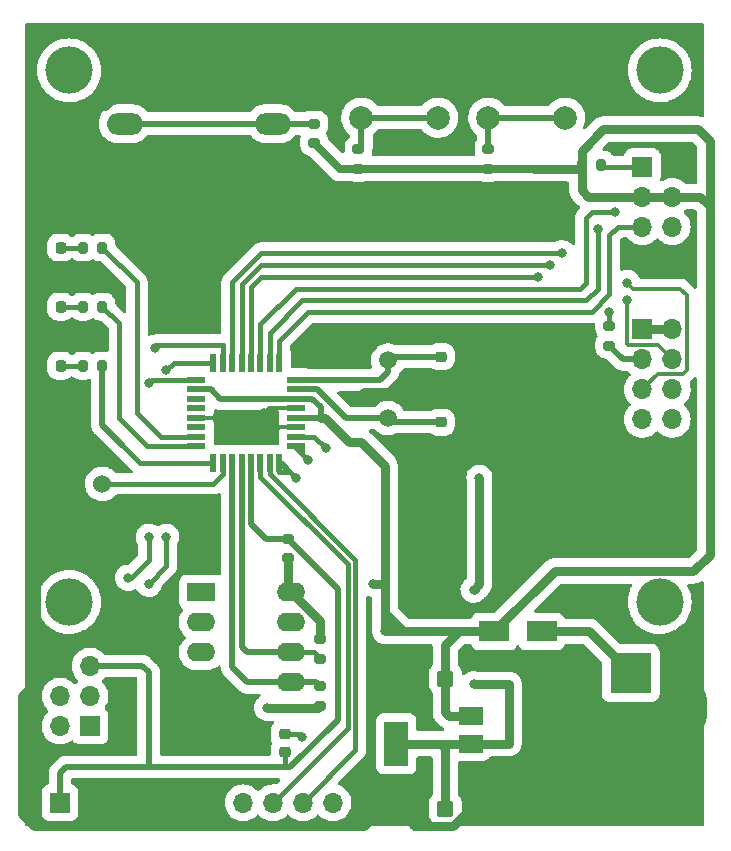
<source format=gbr>
%TF.GenerationSoftware,KiCad,Pcbnew,6.0.4-6f826c9f35~116~ubuntu21.10.1*%
%TF.CreationDate,2022-04-24T13:37:26+09:00*%
%TF.ProjectId,pcb,7063622e-6b69-4636-9164-5f7063625858,rev?*%
%TF.SameCoordinates,Original*%
%TF.FileFunction,Copper,L1,Top*%
%TF.FilePolarity,Positive*%
%FSLAX46Y46*%
G04 Gerber Fmt 4.6, Leading zero omitted, Abs format (unit mm)*
G04 Created by KiCad (PCBNEW 6.0.4-6f826c9f35~116~ubuntu21.10.1) date 2022-04-24 13:37:26*
%MOMM*%
%LPD*%
G01*
G04 APERTURE LIST*
G04 Aperture macros list*
%AMRoundRect*
0 Rectangle with rounded corners*
0 $1 Rounding radius*
0 $2 $3 $4 $5 $6 $7 $8 $9 X,Y pos of 4 corners*
0 Add a 4 corners polygon primitive as box body*
4,1,4,$2,$3,$4,$5,$6,$7,$8,$9,$2,$3,0*
0 Add four circle primitives for the rounded corners*
1,1,$1+$1,$2,$3*
1,1,$1+$1,$4,$5*
1,1,$1+$1,$6,$7*
1,1,$1+$1,$8,$9*
0 Add four rect primitives between the rounded corners*
20,1,$1+$1,$2,$3,$4,$5,0*
20,1,$1+$1,$4,$5,$6,$7,0*
20,1,$1+$1,$6,$7,$8,$9,0*
20,1,$1+$1,$8,$9,$2,$3,0*%
G04 Aperture macros list end*
%TA.AperFunction,SMDPad,CuDef*%
%ADD10RoundRect,0.200000X0.200000X0.275000X-0.200000X0.275000X-0.200000X-0.275000X0.200000X-0.275000X0*%
%TD*%
%TA.AperFunction,ComponentPad*%
%ADD11R,1.700000X1.700000*%
%TD*%
%TA.AperFunction,ComponentPad*%
%ADD12O,1.700000X1.700000*%
%TD*%
%TA.AperFunction,SMDPad,CuDef*%
%ADD13R,1.600000X0.550000*%
%TD*%
%TA.AperFunction,SMDPad,CuDef*%
%ADD14R,0.550000X1.600000*%
%TD*%
%TA.AperFunction,ComponentPad*%
%ADD15C,4.000000*%
%TD*%
%TA.AperFunction,SMDPad,CuDef*%
%ADD16RoundRect,0.250000X0.450000X0.425000X-0.450000X0.425000X-0.450000X-0.425000X0.450000X-0.425000X0*%
%TD*%
%TA.AperFunction,ComponentPad*%
%ADD17R,3.500000X3.500000*%
%TD*%
%TA.AperFunction,ComponentPad*%
%ADD18RoundRect,0.750000X1.000000X-0.750000X1.000000X0.750000X-1.000000X0.750000X-1.000000X-0.750000X0*%
%TD*%
%TA.AperFunction,ComponentPad*%
%ADD19RoundRect,0.875000X0.875000X-0.875000X0.875000X0.875000X-0.875000X0.875000X-0.875000X-0.875000X0*%
%TD*%
%TA.AperFunction,SMDPad,CuDef*%
%ADD20RoundRect,0.225000X0.250000X-0.225000X0.250000X0.225000X-0.250000X0.225000X-0.250000X-0.225000X0*%
%TD*%
%TA.AperFunction,SMDPad,CuDef*%
%ADD21RoundRect,0.225000X-0.250000X0.225000X-0.250000X-0.225000X0.250000X-0.225000X0.250000X0.225000X0*%
%TD*%
%TA.AperFunction,ComponentPad*%
%ADD22C,1.524000*%
%TD*%
%TA.AperFunction,SMDPad,CuDef*%
%ADD23RoundRect,0.200000X0.275000X-0.200000X0.275000X0.200000X-0.275000X0.200000X-0.275000X-0.200000X0*%
%TD*%
%TA.AperFunction,SMDPad,CuDef*%
%ADD24R,2.500000X1.800000*%
%TD*%
%TA.AperFunction,ComponentPad*%
%ADD25C,2.000000*%
%TD*%
%TA.AperFunction,SMDPad,CuDef*%
%ADD26RoundRect,0.218750X-0.218750X-0.256250X0.218750X-0.256250X0.218750X0.256250X-0.218750X0.256250X0*%
%TD*%
%TA.AperFunction,ComponentPad*%
%ADD27O,3.048000X1.850000*%
%TD*%
%TA.AperFunction,SMDPad,CuDef*%
%ADD28RoundRect,0.200000X-0.275000X0.200000X-0.275000X-0.200000X0.275000X-0.200000X0.275000X0.200000X0*%
%TD*%
%TA.AperFunction,ComponentPad*%
%ADD29R,2.400000X1.600000*%
%TD*%
%TA.AperFunction,ComponentPad*%
%ADD30O,2.400000X1.600000*%
%TD*%
%TA.AperFunction,ComponentPad*%
%ADD31C,1.500000*%
%TD*%
%TA.AperFunction,SMDPad,CuDef*%
%ADD32R,2.000000X1.500000*%
%TD*%
%TA.AperFunction,SMDPad,CuDef*%
%ADD33R,2.000000X3.800000*%
%TD*%
%TA.AperFunction,ViaPad*%
%ADD34C,0.800000*%
%TD*%
%TA.AperFunction,Conductor*%
%ADD35C,0.400000*%
%TD*%
%TA.AperFunction,Conductor*%
%ADD36C,0.750000*%
%TD*%
%TA.AperFunction,Conductor*%
%ADD37C,0.300000*%
%TD*%
%TA.AperFunction,Conductor*%
%ADD38C,0.500000*%
%TD*%
%TA.AperFunction,Conductor*%
%ADD39C,0.700000*%
%TD*%
G04 APERTURE END LIST*
D10*
%TO.P,R2,1*%
%TO.N,/PD6*%
X74825000Y-26000000D03*
%TO.P,R2,2*%
%TO.N,+5V*%
X73175000Y-26000000D03*
%TD*%
D11*
%TO.P,J_INNER1,1,Pin_1*%
%TO.N,/PD6*%
X78290000Y-26175000D03*
D12*
%TO.P,J_INNER1,2,Pin_2*%
%TO.N,GND*%
X80830000Y-26175000D03*
%TO.P,J_INNER1,3,Pin_3*%
%TO.N,+5V*%
X78290000Y-28715000D03*
%TO.P,J_INNER1,4,Pin_4*%
X80830000Y-28715000D03*
%TO.P,J_INNER1,5,Pin_5*%
%TO.N,/PD5*%
X78290000Y-31255000D03*
%TO.P,J_INNER1,6,Pin_6*%
%TO.N,/PD7*%
X80830000Y-31255000D03*
%TO.P,J_INNER1,7,Pin_7*%
%TO.N,GND*%
X78290000Y-33795000D03*
%TO.P,J_INNER1,8,Pin_8*%
X80830000Y-33795000D03*
%TD*%
D13*
%TO.P,U1,1,PD3*%
%TO.N,/PD3*%
X49010000Y-49830000D03*
%TO.P,U1,2,PD4*%
%TO.N,/PD4*%
X49010000Y-49030000D03*
%TO.P,U1,3,GND*%
%TO.N,GND*%
X49010000Y-48230000D03*
%TO.P,U1,4,VCC*%
%TO.N,+5V*%
X49010000Y-47430000D03*
%TO.P,U1,5,GND*%
%TO.N,GND*%
X49010000Y-46630000D03*
%TO.P,U1,6,VCC*%
%TO.N,+5V*%
X49010000Y-45830000D03*
%TO.P,U1,7,XTAL1/PB6*%
%TO.N,Net-(C2-Pad1)*%
X49010000Y-45030000D03*
%TO.P,U1,8,XTAL2/PB7*%
%TO.N,Net-(C3-Pad1)*%
X49010000Y-44230000D03*
D14*
%TO.P,U1,9,PD5*%
%TO.N,/PD5*%
X47560000Y-42780000D03*
%TO.P,U1,10,PD6*%
%TO.N,/PD6*%
X46760000Y-42780000D03*
%TO.P,U1,11,PD7*%
%TO.N,/PD7*%
X45960000Y-42780000D03*
%TO.P,U1,12,PB0*%
%TO.N,/PB0*%
X45160000Y-42780000D03*
%TO.P,U1,13,PB1*%
%TO.N,/PB1*%
X44360000Y-42780000D03*
%TO.P,U1,14,PB2*%
%TO.N,/PB2*%
X43560000Y-42780000D03*
%TO.P,U1,15,PB3*%
%TO.N,/MOSI(PB3)*%
X42760000Y-42780000D03*
%TO.P,U1,16,PB4*%
%TO.N,/MISO(PB4)*%
X41960000Y-42780000D03*
D13*
%TO.P,U1,17,PB5*%
%TO.N,/SCK(PB5)*%
X40510000Y-44230000D03*
%TO.P,U1,18,AVCC*%
%TO.N,+5V*%
X40510000Y-45030000D03*
%TO.P,U1,19,ADC6*%
%TO.N,unconnected-(U1-Pad19)*%
X40510000Y-45830000D03*
%TO.P,U1,20,AREF*%
%TO.N,unconnected-(U1-Pad20)*%
X40510000Y-46630000D03*
%TO.P,U1,21,GND*%
%TO.N,GND*%
X40510000Y-47430000D03*
%TO.P,U1,22,ADC7*%
%TO.N,unconnected-(U1-Pad22)*%
X40510000Y-48230000D03*
%TO.P,U1,23,PC0*%
%TO.N,/PC0*%
X40510000Y-49030000D03*
%TO.P,U1,24,PC1*%
%TO.N,/PC1*%
X40510000Y-49830000D03*
D14*
%TO.P,U1,25,PC2*%
%TO.N,/PC2*%
X41960000Y-51280000D03*
%TO.P,U1,26,PC3*%
%TO.N,/PC3*%
X42760000Y-51280000D03*
%TO.P,U1,27,PC4*%
%TO.N,/SDA(PC4)*%
X43560000Y-51280000D03*
%TO.P,U1,28,PC5*%
%TO.N,/SCL(PC5)*%
X44360000Y-51280000D03*
%TO.P,U1,29,~{RESET}/PC6*%
%TO.N,/RESET*%
X45160000Y-51280000D03*
%TO.P,U1,30,PD0*%
%TO.N,/RXD*%
X45960000Y-51280000D03*
%TO.P,U1,31,PD1*%
%TO.N,/TXD*%
X46760000Y-51280000D03*
%TO.P,U1,32,PD2*%
%TO.N,/PD2*%
X47560000Y-51280000D03*
%TD*%
D15*
%TO.P,HOLE1,*%
%TO.N,*%
X29760000Y-18030000D03*
%TD*%
D16*
%TO.P,C5,1*%
%TO.N,+3V3*%
X61610000Y-80530000D03*
%TO.P,C5,2*%
%TO.N,GND*%
X58910000Y-80530000D03*
%TD*%
D17*
%TO.P,POWER_JACK1,1*%
%TO.N,Net-(D1-Pad2)*%
X77302500Y-69030000D03*
D18*
%TO.P,POWER_JACK1,2*%
%TO.N,GND*%
X77302500Y-75030000D03*
D19*
%TO.P,POWER_JACK1,3*%
X82002500Y-72030000D03*
%TD*%
D10*
%TO.P,R9,1*%
%TO.N,/PC0*%
X32585000Y-33030000D03*
%TO.P,R9,2*%
%TO.N,Net-(D4-Pad2)*%
X30935000Y-33030000D03*
%TD*%
D11*
%TO.P,J_UART1,1,Pin_1*%
%TO.N,GND*%
X39410000Y-80030000D03*
D12*
%TO.P,J_UART1,2,Pin_2*%
X41950000Y-80030000D03*
%TO.P,J_UART1,3,Pin_3*%
%TO.N,+5V*%
X44490000Y-80030000D03*
%TO.P,J_UART1,4,Pin_4*%
%TO.N,/RXD*%
X47030000Y-80030000D03*
%TO.P,J_UART1,5,Pin_5*%
%TO.N,/TXD*%
X49570000Y-80030000D03*
%TO.P,J_UART1,6,Pin_6*%
%TO.N,/DTR*%
X52110000Y-80030000D03*
%TD*%
D10*
%TO.P,R8,1*%
%TO.N,/PC1*%
X32585000Y-38030000D03*
%TO.P,R8,2*%
%TO.N,Net-(D3-Pad2)*%
X30935000Y-38030000D03*
%TD*%
D20*
%TO.P,C2,1*%
%TO.N,Net-(C2-Pad1)*%
X61260000Y-47805000D03*
%TO.P,C2,2*%
%TO.N,GND*%
X61260000Y-46255000D03*
%TD*%
D15*
%TO.P,HOLE3,*%
%TO.N,*%
X29760000Y-63030000D03*
%TD*%
D21*
%TO.P,C1,1*%
%TO.N,/DTR*%
X48000000Y-74225000D03*
%TO.P,C1,2*%
%TO.N,/RESET*%
X48000000Y-75775000D03*
%TD*%
D22*
%TO.P,BZ1,1,-*%
%TO.N,/PC3*%
X32560000Y-53030000D03*
%TO.P,BZ1,2,+*%
%TO.N,GND*%
X26960000Y-53030000D03*
%TD*%
D23*
%TO.P,R10,1*%
%TO.N,+5V*%
X51000000Y-71825000D03*
%TO.P,R10,2*%
%TO.N,/SDA(PC4)*%
X51000000Y-70175000D03*
%TD*%
D15*
%TO.P,HOLE4,*%
%TO.N,*%
X79760000Y-63030000D03*
%TD*%
D24*
%TO.P,D1,1,K*%
%TO.N,+5V*%
X65760000Y-65530000D03*
%TO.P,D1,2,A*%
%TO.N,Net-(D1-Pad2)*%
X69760000Y-65530000D03*
%TD*%
D10*
%TO.P,R7,1*%
%TO.N,/PC2*%
X32585000Y-43030000D03*
%TO.P,R7,2*%
%TO.N,Net-(D2-Pad2)*%
X30935000Y-43030000D03*
%TD*%
D25*
%TO.P,SW3,1,1*%
%TO.N,/PD3*%
X54510000Y-22030000D03*
X61010000Y-22030000D03*
%TO.P,SW3,2,2*%
%TO.N,GND*%
X61010000Y-17530000D03*
X54510000Y-17530000D03*
%TD*%
%TO.P,SW4,1,1*%
%TO.N,/PD4*%
X65260000Y-22030000D03*
X71760000Y-22030000D03*
%TO.P,SW4,2,2*%
%TO.N,GND*%
X71760000Y-17530000D03*
X65260000Y-17530000D03*
%TD*%
D26*
%TO.P,D2,1,K*%
%TO.N,GND*%
X27472500Y-43030000D03*
%TO.P,D2,2,A*%
%TO.N,Net-(D2-Pad2)*%
X29047500Y-43030000D03*
%TD*%
D15*
%TO.P,HOLE2,*%
%TO.N,*%
X79760000Y-18030000D03*
%TD*%
D27*
%TO.P,SW2,1,1*%
%TO.N,/PD2*%
X47000000Y-22530000D03*
X34500000Y-22530000D03*
%TO.P,SW2,2,2*%
%TO.N,GND*%
X47000000Y-17530000D03*
X34500000Y-17530000D03*
%TD*%
D11*
%TO.P,SW1,1,1*%
%TO.N,/RESET*%
X28985000Y-80030000D03*
D12*
%TO.P,SW1,2,2*%
%TO.N,GND*%
X31525000Y-80030000D03*
%TD*%
D23*
%TO.P,R4,1*%
%TO.N,+5V*%
X50520000Y-24180000D03*
%TO.P,R4,2*%
%TO.N,/PD2*%
X50520000Y-22530000D03*
%TD*%
D11*
%TO.P,J_SPI1,1,Pin_1*%
%TO.N,/MISO(PB4)*%
X31535000Y-73530000D03*
D12*
%TO.P,J_SPI1,2,Pin_2*%
%TO.N,+5V*%
X28995000Y-73530000D03*
%TO.P,J_SPI1,3,Pin_3*%
%TO.N,/SCK(PB5)*%
X31535000Y-70990000D03*
%TO.P,J_SPI1,4,Pin_4*%
%TO.N,/MOSI(PB3)*%
X28995000Y-70990000D03*
%TO.P,J_SPI1,5,Pin_5*%
%TO.N,/RESET*%
X31535000Y-68450000D03*
%TO.P,J_SPI1,6,Pin_6*%
%TO.N,GND*%
X28995000Y-68450000D03*
%TD*%
D28*
%TO.P,R11,1*%
%TO.N,+5V*%
X51000000Y-66175000D03*
%TO.P,R11,2*%
%TO.N,/SCL(PC5)*%
X51000000Y-67825000D03*
%TD*%
D23*
%TO.P,R6,1*%
%TO.N,+5V*%
X65260000Y-26355000D03*
%TO.P,R6,2*%
%TO.N,/PD4*%
X65260000Y-24705000D03*
%TD*%
%TO.P,R5,1*%
%TO.N,+5V*%
X54260000Y-26355000D03*
%TO.P,R5,2*%
%TO.N,/PD3*%
X54260000Y-24705000D03*
%TD*%
D29*
%TO.P,U3,1*%
%TO.N,N/C*%
X40960000Y-62230000D03*
D30*
%TO.P,U3,2*%
X40960000Y-64770000D03*
%TO.P,U3,3*%
X40960000Y-67310000D03*
%TO.P,U3,4,GND*%
%TO.N,GND*%
X40960000Y-69850000D03*
%TO.P,U3,5,SDA*%
%TO.N,/SDA(PC4)*%
X48580000Y-69850000D03*
%TO.P,U3,6,SCL*%
%TO.N,/SCL(PC5)*%
X48580000Y-67310000D03*
%TO.P,U3,7,WP*%
%TO.N,unconnected-(U3-Pad7)*%
X48580000Y-64770000D03*
%TO.P,U3,8,VCC*%
%TO.N,+5V*%
X48580000Y-62230000D03*
%TD*%
D11*
%TO.P,J_OUTPUT1,1,Pin_1*%
%TO.N,+3V3*%
X78290000Y-39955000D03*
D12*
%TO.P,J_OUTPUT1,2,Pin_2*%
X80830000Y-39955000D03*
%TO.P,J_OUTPUT1,3,Pin_3*%
%TO.N,Net-(J_OUTPUT1-Pad3)*%
X78290000Y-42495000D03*
%TO.P,J_OUTPUT1,4,Pin_4*%
%TO.N,/PB1*%
X80830000Y-42495000D03*
%TO.P,J_OUTPUT1,5,Pin_5*%
%TO.N,/PB2*%
X78290000Y-45035000D03*
%TO.P,J_OUTPUT1,6,Pin_6*%
%TO.N,/MOSI(PB3)*%
X80830000Y-45035000D03*
%TO.P,J_OUTPUT1,7,Pin_7*%
%TO.N,/MISO(PB4)*%
X78290000Y-47575000D03*
%TO.P,J_OUTPUT1,8,Pin_8*%
%TO.N,/SCK(PB5)*%
X80830000Y-47575000D03*
%TO.P,J_OUTPUT1,9,Pin_9*%
%TO.N,GND*%
X78290000Y-50115000D03*
%TO.P,J_OUTPUT1,10,Pin_10*%
X80830000Y-50115000D03*
%TD*%
D26*
%TO.P,D3,1,K*%
%TO.N,GND*%
X27472500Y-38030000D03*
%TO.P,D3,2,A*%
%TO.N,Net-(D3-Pad2)*%
X29047500Y-38030000D03*
%TD*%
D28*
%TO.P,R3,1*%
%TO.N,/PB0*%
X75500000Y-39675000D03*
%TO.P,R3,2*%
%TO.N,Net-(J_OUTPUT1-Pad3)*%
X75500000Y-41325000D03*
%TD*%
D31*
%TO.P,Y1,1,1*%
%TO.N,Net-(C3-Pad1)*%
X56760000Y-42580000D03*
%TO.P,Y1,2,2*%
%TO.N,Net-(C2-Pad1)*%
X56760000Y-47460000D03*
%TD*%
D23*
%TO.P,R1,1*%
%TO.N,+5V*%
X48260000Y-59355000D03*
%TO.P,R1,2*%
%TO.N,/RESET*%
X48260000Y-57705000D03*
%TD*%
D16*
%TO.P,C4,1*%
%TO.N,+5V*%
X61610000Y-69530000D03*
%TO.P,C4,2*%
%TO.N,GND*%
X58910000Y-69530000D03*
%TD*%
D26*
%TO.P,D4,1,K*%
%TO.N,GND*%
X27472500Y-33030000D03*
%TO.P,D4,2,A*%
%TO.N,Net-(D4-Pad2)*%
X29047500Y-33030000D03*
%TD*%
D32*
%TO.P,U2,1,GND*%
%TO.N,GND*%
X63760000Y-77330000D03*
D33*
%TO.P,U2,2,VO*%
%TO.N,+3V3*%
X57460000Y-75030000D03*
D32*
X63760000Y-75030000D03*
%TO.P,U2,3,VI*%
%TO.N,+5V*%
X63760000Y-72730000D03*
%TD*%
D21*
%TO.P,C3,1*%
%TO.N,Net-(C3-Pad1)*%
X61260000Y-42255000D03*
%TO.P,C3,2*%
%TO.N,GND*%
X61260000Y-43805000D03*
%TD*%
D34*
%TO.N,GND*%
X46260000Y-47030000D03*
X54000000Y-46000000D03*
%TO.N,+5V*%
X46500000Y-72000000D03*
X55500000Y-61500000D03*
X56500000Y-65500000D03*
%TO.N,+3V3*%
X64500000Y-52500000D03*
X64000000Y-62000000D03*
X64000000Y-70000000D03*
%TO.N,/PD7*%
X76000000Y-30000000D03*
%TO.N,/PB1*%
X77000000Y-37500000D03*
X70500000Y-34500000D03*
%TO.N,/PB2*%
X71500000Y-33500000D03*
X77000000Y-36000000D03*
%TO.N,/MOSI(PB3)*%
X37000000Y-41500000D03*
%TO.N,/MISO(PB4)*%
X38000000Y-43380500D03*
X38000000Y-57500000D03*
X36500000Y-61500000D03*
%TO.N,/SCK(PB5)*%
X34730500Y-61000000D03*
X36500000Y-57500000D03*
X36500000Y-44500000D03*
%TO.N,/PB0*%
X75500000Y-38500000D03*
X69500000Y-35500000D03*
%TO.N,/PD2*%
X49000000Y-52500000D03*
%TO.N,/PD3*%
X50000000Y-51000000D03*
%TO.N,/PD4*%
X51500000Y-50000000D03*
%TO.N,/PD6*%
X74500000Y-31500000D03*
%TO.N,/DTR*%
X49500000Y-74500000D03*
%TD*%
D35*
%TO.N,/PC0*%
X35500000Y-35945000D02*
X35500000Y-47000000D01*
X32585000Y-33030000D02*
X35500000Y-35945000D01*
X35500000Y-47000000D02*
X37530000Y-49030000D01*
X37530000Y-49030000D02*
X40510000Y-49030000D01*
D36*
%TO.N,GND*%
X41950000Y-80030000D02*
X41950000Y-81840000D01*
X26760000Y-82030000D02*
X31760000Y-82030000D01*
D37*
X46260000Y-48030000D02*
X46260000Y-47030000D01*
X46060000Y-48230000D02*
X46260000Y-48030000D01*
D36*
X61260000Y-43805000D02*
X61260000Y-45260000D01*
X64255000Y-46255000D02*
X68115000Y-50115000D01*
X39410000Y-80030000D02*
X39410000Y-81880000D01*
X54510000Y-17530000D02*
X61010000Y-17530000D01*
X31525000Y-81795000D02*
X31760000Y-82030000D01*
D37*
X40510000Y-47430000D02*
X42160000Y-47430000D01*
D36*
X31525000Y-80030000D02*
X31525000Y-81795000D01*
X34500000Y-19290000D02*
X32760000Y-21030000D01*
X76470000Y-72030000D02*
X74830000Y-73670000D01*
X82002500Y-72030000D02*
X76470000Y-72030000D01*
X39410000Y-81880000D02*
X39260000Y-82030000D01*
X78290000Y-50115000D02*
X68115000Y-50115000D01*
D37*
X46660000Y-46630000D02*
X49010000Y-46630000D01*
D36*
X27472500Y-43030000D02*
X27472500Y-41817500D01*
X61260000Y-45260000D02*
X61260000Y-46255000D01*
X65260000Y-17530000D02*
X61010000Y-17530000D01*
X62221758Y-82030000D02*
X63760000Y-80491758D01*
X54740000Y-45260000D02*
X54000000Y-46000000D01*
X26960000Y-69830000D02*
X25760000Y-71030000D01*
X41760000Y-82030000D02*
X39260000Y-82030000D01*
X58910000Y-81880000D02*
X59060000Y-82030000D01*
X74830000Y-73670000D02*
X74830000Y-77330000D01*
X54760000Y-82030000D02*
X41760000Y-82030000D01*
X61260000Y-45260000D02*
X54740000Y-45260000D01*
X59060000Y-82030000D02*
X62221758Y-82030000D01*
X27472500Y-41817500D02*
X27472500Y-41242500D01*
X32760000Y-21030000D02*
X28260000Y-21030000D01*
X39260000Y-82030000D02*
X31760000Y-82030000D01*
X77302500Y-75030000D02*
X75002500Y-77330000D01*
X25760000Y-81030000D02*
X26760000Y-82030000D01*
X75002500Y-77330000D02*
X74830000Y-77330000D01*
X27472500Y-33030000D02*
X27472500Y-38030000D01*
X82002500Y-76157500D02*
X82002500Y-72030000D01*
X55260000Y-81530000D02*
X54760000Y-82030000D01*
X27472500Y-21817500D02*
X27472500Y-33030000D01*
X58910000Y-69530000D02*
X55760000Y-69530000D01*
X75002500Y-77330000D02*
X80830000Y-77330000D01*
X41950000Y-81840000D02*
X41760000Y-82030000D01*
X28260000Y-21030000D02*
X27472500Y-21817500D01*
X34500000Y-17530000D02*
X34500000Y-19290000D01*
X26960000Y-53030000D02*
X26960000Y-68330000D01*
X55760000Y-69530000D02*
X55260000Y-70030000D01*
X55260000Y-70030000D02*
X55260000Y-80030000D01*
X63760000Y-80491758D02*
X63760000Y-77330000D01*
X28995000Y-68450000D02*
X27080000Y-68450000D01*
D37*
X42160000Y-47430000D02*
X42960000Y-48230000D01*
D36*
X58910000Y-80530000D02*
X58910000Y-81880000D01*
X47000000Y-17530000D02*
X54510000Y-17530000D01*
X47000000Y-17530000D02*
X34500000Y-17530000D01*
X61260000Y-46255000D02*
X64255000Y-46255000D01*
X71760000Y-17530000D02*
X74030000Y-17530000D01*
D37*
X42960000Y-48230000D02*
X46060000Y-48230000D01*
D36*
X65260000Y-17530000D02*
X71760000Y-17530000D01*
X26960000Y-43542500D02*
X26960000Y-53030000D01*
X26960000Y-68330000D02*
X26960000Y-69830000D01*
D37*
X46260000Y-47030000D02*
X46660000Y-46630000D01*
X27760000Y-41530000D02*
X27472500Y-41817500D01*
D36*
X80830000Y-77330000D02*
X82002500Y-76157500D01*
X55260000Y-80030000D02*
X55760000Y-80530000D01*
X55760000Y-80530000D02*
X58910000Y-80530000D01*
X27472500Y-41242500D02*
X27472500Y-38030000D01*
X74830000Y-77330000D02*
X63760000Y-77330000D01*
X27472500Y-43030000D02*
X26960000Y-43542500D01*
X25760000Y-71030000D02*
X25760000Y-81030000D01*
X55260000Y-80030000D02*
X55260000Y-81530000D01*
X27080000Y-68450000D02*
X26960000Y-68330000D01*
D37*
X46060000Y-48230000D02*
X49010000Y-48230000D01*
D36*
%TO.N,+5V*%
X73175000Y-26000000D02*
X73175000Y-28175000D01*
X62760000Y-65530000D02*
X61610000Y-66680000D01*
X65760000Y-65530000D02*
X62760000Y-65530000D01*
X56500000Y-61500000D02*
X56500000Y-51500000D01*
X84000000Y-29500000D02*
X84000000Y-24000000D01*
D38*
X42560000Y-45830000D02*
X41760000Y-45030000D01*
D36*
X82624511Y-60405489D02*
X84000000Y-59030000D01*
X73175000Y-28175000D02*
X73715000Y-28715000D01*
X65760000Y-65530000D02*
X58030000Y-65530000D01*
X56500000Y-64500000D02*
X57530000Y-65530000D01*
X56500000Y-64000000D02*
X56500000Y-61500000D01*
D39*
X54260000Y-26355000D02*
X52695000Y-26355000D01*
D36*
X56530000Y-65530000D02*
X56500000Y-65500000D01*
X84000000Y-59030000D02*
X84000000Y-29500000D01*
D38*
X50330000Y-45830000D02*
X51070000Y-46570000D01*
D36*
X65760000Y-65530000D02*
X70884511Y-60405489D01*
D39*
X65260000Y-26355000D02*
X54260000Y-26355000D01*
D36*
X51430000Y-47430000D02*
X51070000Y-47430000D01*
X80830000Y-28715000D02*
X78290000Y-28715000D01*
D38*
X49010000Y-45830000D02*
X50330000Y-45830000D01*
D36*
X54500000Y-49500000D02*
X53500000Y-49500000D01*
X48580000Y-62230000D02*
X51000000Y-64650000D01*
X58030000Y-65530000D02*
X56530000Y-65530000D01*
X73175000Y-26000000D02*
X73175000Y-24825000D01*
X61610000Y-66680000D02*
X61610000Y-69530000D01*
X56500000Y-64500000D02*
X56500000Y-65500000D01*
D38*
X40510000Y-45030000D02*
X41760000Y-45030000D01*
D36*
X72820000Y-26355000D02*
X73175000Y-26000000D01*
X46500000Y-72000000D02*
X50825000Y-72000000D01*
X58030000Y-65530000D02*
X56500000Y-64000000D01*
D39*
X52695000Y-26355000D02*
X50520000Y-24180000D01*
D36*
X83000000Y-23000000D02*
X75000000Y-23000000D01*
X61960000Y-72730000D02*
X63760000Y-72730000D01*
X50825000Y-72000000D02*
X51000000Y-71825000D01*
X73175000Y-24825000D02*
X75000000Y-23000000D01*
X56500000Y-51500000D02*
X54500000Y-49500000D01*
D38*
X51070000Y-46570000D02*
X51070000Y-47430000D01*
D36*
X57530000Y-65530000D02*
X58030000Y-65530000D01*
X61610000Y-69530000D02*
X61610000Y-72380000D01*
X56500000Y-64000000D02*
X56500000Y-64500000D01*
D38*
X49010000Y-45830000D02*
X42560000Y-45830000D01*
D36*
X48260000Y-61910000D02*
X48580000Y-62230000D01*
X53500000Y-49500000D02*
X51430000Y-47430000D01*
X61610000Y-72380000D02*
X61960000Y-72730000D01*
X48260000Y-59355000D02*
X48260000Y-61910000D01*
X80830000Y-28715000D02*
X83215000Y-28715000D01*
X55500000Y-61500000D02*
X56500000Y-61500000D01*
X84000000Y-24000000D02*
X83000000Y-23000000D01*
X83215000Y-28715000D02*
X84000000Y-29500000D01*
D39*
X65260000Y-26355000D02*
X69085000Y-26355000D01*
D38*
X49010000Y-47430000D02*
X51070000Y-47430000D01*
D36*
X51000000Y-64650000D02*
X51000000Y-66175000D01*
X69085000Y-26355000D02*
X72820000Y-26355000D01*
X73715000Y-28715000D02*
X78290000Y-28715000D01*
X70884511Y-60405489D02*
X82624511Y-60405489D01*
%TO.N,+3V3*%
X67000000Y-70000000D02*
X64000000Y-70000000D01*
X63760000Y-75030000D02*
X66970000Y-75030000D01*
X67000000Y-75000000D02*
X67000000Y-70000000D01*
X63760000Y-75030000D02*
X61260000Y-75030000D01*
X61610000Y-75380000D02*
X61260000Y-75030000D01*
X61260000Y-75030000D02*
X57460000Y-75030000D01*
X61610000Y-80530000D02*
X61610000Y-75380000D01*
X64500000Y-52500000D02*
X64500000Y-61500000D01*
X64500000Y-61500000D02*
X64000000Y-62000000D01*
X66970000Y-75030000D02*
X67000000Y-75000000D01*
X80830000Y-39955000D02*
X78290000Y-39955000D01*
D35*
%TO.N,/PD7*%
X49000000Y-36500000D02*
X73000000Y-36500000D01*
X73500000Y-36000000D02*
X73500000Y-30500000D01*
X73500000Y-30500000D02*
X74000000Y-30000000D01*
X73000000Y-36500000D02*
X73500000Y-36000000D01*
X74000000Y-30000000D02*
X76000000Y-30000000D01*
X45960000Y-39540000D02*
X49000000Y-36500000D01*
X45960000Y-42780000D02*
X45960000Y-39540000D01*
D38*
%TO.N,Net-(J_OUTPUT1-Pad3)*%
X76670000Y-42495000D02*
X75500000Y-41325000D01*
X78290000Y-42495000D02*
X76670000Y-42495000D01*
D37*
%TO.N,/PB1*%
X80830000Y-42495000D02*
X79580489Y-41245489D01*
X79580489Y-41245489D02*
X77081467Y-41245489D01*
D35*
X44360000Y-36140000D02*
X46000000Y-34500000D01*
D37*
X77081467Y-41245489D02*
X77000000Y-41164022D01*
D35*
X46000000Y-34500000D02*
X70500000Y-34500000D01*
X44360000Y-42780000D02*
X44360000Y-36140000D01*
D37*
X77000000Y-41164022D02*
X77000000Y-37500000D01*
%TO.N,/PB2*%
X78290000Y-45035000D02*
X79580489Y-43744511D01*
D35*
X71500000Y-33500000D02*
X46000000Y-33500000D01*
D37*
X82079511Y-43420489D02*
X82079511Y-37079511D01*
X77500000Y-36500000D02*
X77000000Y-36000000D01*
X77500000Y-36500000D02*
X81500000Y-36500000D01*
D35*
X46000000Y-33500000D02*
X43560000Y-35940000D01*
D37*
X81755489Y-43744511D02*
X82079511Y-43420489D01*
X82079511Y-37079511D02*
X81500000Y-36500000D01*
D35*
X43560000Y-35940000D02*
X43560000Y-42780000D01*
D37*
X79580489Y-43744511D02*
X81755489Y-43744511D01*
D35*
%TO.N,/MOSI(PB3)*%
X37240000Y-41260000D02*
X37000000Y-41500000D01*
X42760000Y-41260000D02*
X37240000Y-41260000D01*
X42760000Y-42780000D02*
X42760000Y-41260000D01*
%TO.N,/MISO(PB4)*%
X38000000Y-57500000D02*
X38000000Y-60000000D01*
X38600500Y-42780000D02*
X38000000Y-43380500D01*
X38000000Y-60000000D02*
X36500000Y-61500000D01*
X41960000Y-42780000D02*
X38600500Y-42780000D01*
%TO.N,/SCK(PB5)*%
X36770000Y-44230000D02*
X36500000Y-44500000D01*
X34730500Y-61000000D02*
X35000000Y-61000000D01*
X35000000Y-61000000D02*
X36500000Y-59500000D01*
X36500000Y-57500000D02*
X36500000Y-59500000D01*
X40510000Y-44230000D02*
X36770000Y-44230000D01*
%TO.N,/PB0*%
X45160000Y-36340000D02*
X46000000Y-35500000D01*
X46000000Y-35500000D02*
X69500000Y-35500000D01*
X45160000Y-42780000D02*
X45160000Y-36340000D01*
X75500000Y-38500000D02*
X75500000Y-39675000D01*
D38*
%TO.N,/SDA(PC4)*%
X50675000Y-69850000D02*
X51000000Y-70175000D01*
X48580000Y-69850000D02*
X50675000Y-69850000D01*
X43560000Y-51280000D02*
X43560000Y-68560000D01*
X44850000Y-69850000D02*
X48580000Y-69850000D01*
X43560000Y-68560000D02*
X44850000Y-69850000D01*
D35*
%TO.N,/RXD*%
X53350480Y-73709520D02*
X53350480Y-59850480D01*
X53350480Y-59850480D02*
X45960000Y-52460000D01*
X45960000Y-52460000D02*
X45960000Y-51280000D01*
X47030000Y-80030000D02*
X53350480Y-73709520D01*
%TO.N,/TXD*%
X54000000Y-59480000D02*
X54000000Y-75600000D01*
X49570000Y-80030000D02*
X54000000Y-75600000D01*
X46760000Y-52240000D02*
X54000000Y-59480000D01*
X46760000Y-51280000D02*
X46760000Y-52240000D01*
%TO.N,/PD2*%
X48000000Y-51720000D02*
X47560000Y-51280000D01*
D38*
X47000000Y-22530000D02*
X50520000Y-22530000D01*
D35*
X48000000Y-52000000D02*
X48000000Y-51720000D01*
X48500000Y-52000000D02*
X48000000Y-52000000D01*
X48000000Y-52000000D02*
X47500000Y-52000000D01*
X47780000Y-51280000D02*
X48500000Y-52000000D01*
X47560000Y-51280000D02*
X47780000Y-51280000D01*
X48500000Y-52000000D02*
X49000000Y-52500000D01*
D38*
X47000000Y-22530000D02*
X34500000Y-22530000D01*
%TO.N,/PD3*%
X61010000Y-22030000D02*
X54510000Y-22030000D01*
X54510000Y-24455000D02*
X54260000Y-24705000D01*
X54510000Y-22030000D02*
X54510000Y-24455000D01*
D35*
X49500000Y-50000000D02*
X49500000Y-50500000D01*
X49500000Y-50500000D02*
X50000000Y-51000000D01*
X49010000Y-50010000D02*
X49010000Y-49830000D01*
X49500000Y-50500000D02*
X49010000Y-50010000D01*
D38*
%TO.N,/PD4*%
X65260000Y-22030000D02*
X65260000Y-24705000D01*
X71760000Y-22030000D02*
X65260000Y-22030000D01*
D35*
X50530000Y-49030000D02*
X51500000Y-50000000D01*
X49010000Y-49030000D02*
X50530000Y-49030000D01*
%TO.N,/PD5*%
X75500000Y-32000000D02*
X76245000Y-31255000D01*
X76245000Y-31255000D02*
X78290000Y-31255000D01*
X75500000Y-37000000D02*
X75500000Y-32000000D01*
X74000000Y-38500000D02*
X75500000Y-37000000D01*
X47560000Y-42780000D02*
X47560000Y-40940000D01*
X50000000Y-38500000D02*
X74000000Y-38500000D01*
X47560000Y-40940000D02*
X50000000Y-38500000D01*
%TO.N,/PD6*%
X78290000Y-26175000D02*
X75000000Y-26175000D01*
X49500000Y-37500000D02*
X73500000Y-37500000D01*
X74500000Y-36500000D02*
X74500000Y-31500000D01*
X73500000Y-37500000D02*
X74500000Y-36500000D01*
X46760000Y-40240000D02*
X49500000Y-37500000D01*
X75000000Y-26175000D02*
X74825000Y-26000000D01*
X46760000Y-42780000D02*
X46760000Y-40240000D01*
D38*
%TO.N,/RESET*%
X48500000Y-77000000D02*
X48000000Y-77000000D01*
X36500000Y-77000000D02*
X36500000Y-69000000D01*
D35*
X48000000Y-75775000D02*
X48000000Y-77000000D01*
D38*
X45160000Y-51280000D02*
X45160000Y-56430000D01*
X45160000Y-56430000D02*
X46435000Y-57705000D01*
X35950000Y-68450000D02*
X31535000Y-68450000D01*
X36500000Y-69000000D02*
X35950000Y-68450000D01*
X29500000Y-77000000D02*
X28985000Y-77515000D01*
X46435000Y-57705000D02*
X48260000Y-57705000D01*
X52500000Y-61945000D02*
X52500000Y-73000000D01*
X48260000Y-57705000D02*
X52500000Y-61945000D01*
X28985000Y-77515000D02*
X28985000Y-80030000D01*
X52500000Y-73000000D02*
X48500000Y-77000000D01*
X48000000Y-77000000D02*
X36500000Y-77000000D01*
X36500000Y-77000000D02*
X29500000Y-77000000D01*
D35*
%TO.N,/DTR*%
X49225000Y-74225000D02*
X49500000Y-74500000D01*
X48000000Y-74225000D02*
X49225000Y-74225000D01*
%TO.N,/SCL(PC5)*%
X48580000Y-67310000D02*
X50485000Y-67310000D01*
D38*
X44810000Y-67310000D02*
X48580000Y-67310000D01*
X44360000Y-66860000D02*
X44810000Y-67310000D01*
D35*
X50485000Y-67310000D02*
X51000000Y-67825000D01*
D38*
X44360000Y-51280000D02*
X44360000Y-66860000D01*
D36*
%TO.N,Net-(D1-Pad2)*%
X73802500Y-65530000D02*
X77302500Y-69030000D01*
X69760000Y-65530000D02*
X73802500Y-65530000D01*
D38*
%TO.N,Net-(C2-Pad1)*%
X50760000Y-45030000D02*
X49010000Y-45030000D01*
X56760000Y-47460000D02*
X53190000Y-47460000D01*
X61260000Y-47805000D02*
X57105000Y-47805000D01*
X57105000Y-47805000D02*
X56760000Y-47460000D01*
X53190000Y-47460000D02*
X50760000Y-45030000D01*
%TO.N,Net-(C3-Pad1)*%
X57085000Y-42255000D02*
X56760000Y-42580000D01*
X56760000Y-43530000D02*
X56760000Y-42580000D01*
X56060000Y-44230000D02*
X56760000Y-43530000D01*
X49010000Y-44230000D02*
X56060000Y-44230000D01*
X61260000Y-42255000D02*
X57085000Y-42255000D01*
D35*
%TO.N,Net-(D2-Pad2)*%
X29047500Y-43030000D02*
X30935000Y-43030000D01*
%TO.N,Net-(D3-Pad2)*%
X29047500Y-38030000D02*
X30935000Y-38030000D01*
%TO.N,Net-(D4-Pad2)*%
X29047500Y-33030000D02*
X30935000Y-33030000D01*
%TO.N,/PC1*%
X34000000Y-39445000D02*
X32585000Y-38030000D01*
X34000000Y-47500000D02*
X34000000Y-39445000D01*
X36330000Y-49830000D02*
X34000000Y-47500000D01*
X40510000Y-49830000D02*
X36330000Y-49830000D01*
%TO.N,/PC2*%
X35780000Y-51280000D02*
X34330000Y-49830000D01*
D38*
X32585000Y-48085000D02*
X34330000Y-49830000D01*
D35*
X41960000Y-51280000D02*
X35780000Y-51280000D01*
D38*
X32585000Y-43030000D02*
X32585000Y-48085000D01*
D35*
%TO.N,/PC3*%
X42760000Y-52240000D02*
X42760000Y-51280000D01*
X41970000Y-53030000D02*
X42760000Y-52240000D01*
X32560000Y-53030000D02*
X41970000Y-53030000D01*
%TD*%
%TA.AperFunction,Conductor*%
%TO.N,GND*%
G36*
X83416443Y-61258685D02*
G01*
X83474604Y-61309340D01*
X83499647Y-61382289D01*
X83500000Y-61392544D01*
X83500000Y-81851000D01*
X83480038Y-81925500D01*
X83425500Y-81980038D01*
X83351000Y-82000000D01*
X62701047Y-82000000D01*
X62626547Y-81980038D01*
X62572009Y-81925500D01*
X62552047Y-81851000D01*
X62572009Y-81776500D01*
X62606875Y-81735533D01*
X62729720Y-81635343D01*
X62735571Y-81630571D01*
X62857615Y-81480930D01*
X62861109Y-81474246D01*
X62861112Y-81474242D01*
X62943577Y-81316501D01*
X62943577Y-81316500D01*
X62947077Y-81309806D01*
X62952379Y-81291318D01*
X62998348Y-81131002D01*
X62998348Y-81131000D01*
X63000302Y-81124187D01*
X63009654Y-81019405D01*
X63010206Y-81013219D01*
X63010206Y-81013217D01*
X63010500Y-81009924D01*
X63010500Y-80050076D01*
X63000302Y-79935813D01*
X62959216Y-79792527D01*
X62949159Y-79757454D01*
X62949158Y-79757452D01*
X62947077Y-79750194D01*
X62943577Y-79743499D01*
X62861112Y-79585758D01*
X62861109Y-79585754D01*
X62857615Y-79579070D01*
X62735571Y-79429429D01*
X62729720Y-79424657D01*
X62729141Y-79424078D01*
X62690577Y-79357283D01*
X62685500Y-79318719D01*
X62685500Y-76629500D01*
X62705462Y-76555000D01*
X62760000Y-76500462D01*
X62834500Y-76480500D01*
X64762008Y-76480499D01*
X64815992Y-76480499D01*
X64819396Y-76480186D01*
X64819402Y-76480186D01*
X64854652Y-76476947D01*
X64888594Y-76473829D01*
X64896133Y-76471466D01*
X64896135Y-76471466D01*
X65041815Y-76425812D01*
X65041814Y-76425812D01*
X65050383Y-76423127D01*
X65058063Y-76418476D01*
X65058065Y-76418475D01*
X65187726Y-76339950D01*
X65187730Y-76339947D01*
X65195408Y-76335297D01*
X65315297Y-76215408D01*
X65319949Y-76207726D01*
X65319954Y-76207720D01*
X65338368Y-76177314D01*
X65394036Y-76123930D01*
X65465817Y-76105500D01*
X66867505Y-76105500D01*
X66878419Y-76105900D01*
X66883882Y-76106301D01*
X66890874Y-76107490D01*
X66980470Y-76105535D01*
X66983720Y-76105500D01*
X67021273Y-76105500D01*
X67024791Y-76105164D01*
X67024798Y-76105164D01*
X67026822Y-76104971D01*
X67027448Y-76104911D01*
X67038347Y-76104272D01*
X67042214Y-76104188D01*
X67088968Y-76103168D01*
X67088973Y-76103167D01*
X67096050Y-76103013D01*
X67102980Y-76101521D01*
X67102981Y-76101521D01*
X67126295Y-76096502D01*
X67143501Y-76093839D01*
X67150878Y-76093135D01*
X67167238Y-76091574D01*
X67167243Y-76091573D01*
X67174297Y-76090900D01*
X67181096Y-76088905D01*
X67181098Y-76088905D01*
X67229669Y-76074656D01*
X67240252Y-76071969D01*
X67289738Y-76061315D01*
X67289747Y-76061312D01*
X67296678Y-76059820D01*
X67303207Y-76057042D01*
X67325146Y-76047707D01*
X67341542Y-76041836D01*
X67371223Y-76033129D01*
X67422541Y-76006698D01*
X67432413Y-76002063D01*
X67478992Y-75982244D01*
X67478994Y-75982243D01*
X67485518Y-75979467D01*
X67491402Y-75975506D01*
X67491407Y-75975503D01*
X67511175Y-75962194D01*
X67526161Y-75953330D01*
X67553671Y-75939162D01*
X67559247Y-75934782D01*
X67559250Y-75934780D01*
X67599047Y-75903518D01*
X67607878Y-75897090D01*
X67611433Y-75894696D01*
X67655758Y-75864856D01*
X67659761Y-75861225D01*
X67678631Y-75842356D01*
X67691937Y-75830552D01*
X67715059Y-75812389D01*
X67750294Y-75771785D01*
X67755177Y-75766429D01*
X67767913Y-75753125D01*
X67770185Y-75750802D01*
X67796749Y-75724238D01*
X67800710Y-75719441D01*
X67807973Y-75711276D01*
X67842955Y-75674734D01*
X67847866Y-75669604D01*
X67864649Y-75643612D01*
X67874932Y-75629562D01*
X67876648Y-75627485D01*
X67894629Y-75605710D01*
X67922309Y-75555048D01*
X67927870Y-75545700D01*
X67959189Y-75497196D01*
X67970753Y-75468501D01*
X67978192Y-75452766D01*
X67989627Y-75431836D01*
X67989629Y-75431831D01*
X67993027Y-75425612D01*
X68010626Y-75370634D01*
X68014326Y-75360384D01*
X68035901Y-75306848D01*
X68041830Y-75276486D01*
X68046160Y-75259623D01*
X68053431Y-75236909D01*
X68053432Y-75236906D01*
X68055592Y-75230157D01*
X68056438Y-75223117D01*
X68056439Y-75223111D01*
X68062477Y-75172851D01*
X68064175Y-75162064D01*
X68075236Y-75105428D01*
X68075500Y-75100030D01*
X68075500Y-75073346D01*
X68076564Y-75055575D01*
X68079223Y-75033437D01*
X68080069Y-75026397D01*
X68075872Y-74967119D01*
X68075500Y-74956596D01*
X68075500Y-70088365D01*
X68077042Y-70066985D01*
X68078084Y-70059795D01*
X68079102Y-70052777D01*
X68075659Y-69978384D01*
X68075500Y-69971495D01*
X68075500Y-69948727D01*
X68073489Y-69927646D01*
X68072975Y-69920400D01*
X68071580Y-69890241D01*
X68069614Y-69847771D01*
X68065884Y-69832292D01*
X68062411Y-69811538D01*
X68061574Y-69802769D01*
X68060900Y-69795703D01*
X68058903Y-69788895D01*
X68058901Y-69788886D01*
X68040441Y-69725961D01*
X68038562Y-69718927D01*
X68023191Y-69655146D01*
X68023190Y-69655144D01*
X68021531Y-69648259D01*
X68014944Y-69633770D01*
X68007610Y-69614051D01*
X68005625Y-69607286D01*
X68003129Y-69598777D01*
X67999885Y-69592478D01*
X67999882Y-69592471D01*
X67969844Y-69534150D01*
X67966669Y-69527597D01*
X67939522Y-69467890D01*
X67939520Y-69467887D01*
X67936588Y-69461438D01*
X67932486Y-69455655D01*
X67927382Y-69448459D01*
X67916447Y-69430474D01*
X67912410Y-69422636D01*
X67909162Y-69416329D01*
X67864250Y-69359153D01*
X67859911Y-69353343D01*
X67817851Y-69294050D01*
X67812730Y-69289148D01*
X67812725Y-69289142D01*
X67806354Y-69283043D01*
X67792216Y-69267452D01*
X67786770Y-69260519D01*
X67782389Y-69254941D01*
X67727453Y-69207269D01*
X67722144Y-69202430D01*
X67669604Y-69152134D01*
X67656233Y-69143501D01*
X67639411Y-69130870D01*
X67632744Y-69125085D01*
X67627387Y-69120436D01*
X67621249Y-69116885D01*
X67621246Y-69116883D01*
X67564477Y-69084042D01*
X67558265Y-69080243D01*
X67503154Y-69044658D01*
X67497196Y-69040811D01*
X67482428Y-69034860D01*
X67463517Y-69025636D01*
X67449746Y-69017669D01*
X67443049Y-69015344D01*
X67443044Y-69015341D01*
X67381085Y-68993825D01*
X67374269Y-68991270D01*
X67313427Y-68966750D01*
X67313424Y-68966749D01*
X67306848Y-68964099D01*
X67291227Y-68961048D01*
X67270917Y-68955568D01*
X67255878Y-68950346D01*
X67183957Y-68939918D01*
X67176779Y-68938698D01*
X67110698Y-68925793D01*
X67110696Y-68925793D01*
X67105428Y-68924764D01*
X67100030Y-68924500D01*
X67088365Y-68924500D01*
X67066985Y-68922958D01*
X67066603Y-68922903D01*
X67052777Y-68920898D01*
X66984381Y-68924063D01*
X66978384Y-68924341D01*
X66971495Y-68924500D01*
X64249153Y-68924500D01*
X64220084Y-68921637D01*
X64122227Y-68902172D01*
X64122228Y-68902172D01*
X64115526Y-68900839D01*
X64015810Y-68899534D01*
X63920120Y-68898281D01*
X63920115Y-68898281D01*
X63913286Y-68898192D01*
X63906553Y-68899349D01*
X63906552Y-68899349D01*
X63720680Y-68931287D01*
X63720676Y-68931288D01*
X63713949Y-68932444D01*
X63524193Y-69002449D01*
X63350371Y-69105862D01*
X63307447Y-69143505D01*
X63257742Y-69187095D01*
X63188568Y-69221208D01*
X63111605Y-69216163D01*
X63047476Y-69173313D01*
X63013363Y-69104139D01*
X63010500Y-69075071D01*
X63010500Y-69050076D01*
X63010017Y-69044658D01*
X63005273Y-68991508D01*
X63000302Y-68935813D01*
X62997345Y-68925499D01*
X62949159Y-68757454D01*
X62949158Y-68757452D01*
X62947077Y-68750194D01*
X62939299Y-68735316D01*
X62861112Y-68585758D01*
X62861109Y-68585754D01*
X62857615Y-68579070D01*
X62735571Y-68429429D01*
X62729720Y-68424657D01*
X62729141Y-68424078D01*
X62690577Y-68357283D01*
X62685500Y-68318719D01*
X62685500Y-67187204D01*
X62705462Y-67112704D01*
X62729141Y-67081845D01*
X63161846Y-66649141D01*
X63228641Y-66610577D01*
X63267205Y-66605500D01*
X63721419Y-66605500D01*
X63795919Y-66625462D01*
X63850457Y-66680000D01*
X63863600Y-66709939D01*
X63866873Y-66720383D01*
X63871524Y-66728063D01*
X63871525Y-66728065D01*
X63950050Y-66857726D01*
X63950053Y-66857730D01*
X63954703Y-66865408D01*
X64074592Y-66985297D01*
X64082270Y-66989947D01*
X64082274Y-66989950D01*
X64211935Y-67068475D01*
X64211937Y-67068476D01*
X64219617Y-67073127D01*
X64381406Y-67123829D01*
X64454007Y-67130500D01*
X65759427Y-67130500D01*
X67065992Y-67130499D01*
X67069396Y-67130186D01*
X67069402Y-67130186D01*
X67104652Y-67126947D01*
X67138594Y-67123829D01*
X67146133Y-67121466D01*
X67146135Y-67121466D01*
X67291815Y-67075812D01*
X67291814Y-67075812D01*
X67300383Y-67073127D01*
X67308063Y-67068476D01*
X67308065Y-67068475D01*
X67437726Y-66989950D01*
X67437730Y-66989947D01*
X67445408Y-66985297D01*
X67565297Y-66865408D01*
X67569947Y-66857730D01*
X67569950Y-66857726D01*
X67632551Y-66754358D01*
X67688218Y-66700974D01*
X67763120Y-66682577D01*
X67837186Y-66704095D01*
X67887449Y-66754358D01*
X67950050Y-66857726D01*
X67950053Y-66857730D01*
X67954703Y-66865408D01*
X68074592Y-66985297D01*
X68082270Y-66989947D01*
X68082274Y-66989950D01*
X68211935Y-67068475D01*
X68211937Y-67068476D01*
X68219617Y-67073127D01*
X68381406Y-67123829D01*
X68454007Y-67130500D01*
X69759427Y-67130500D01*
X71065992Y-67130499D01*
X71069396Y-67130186D01*
X71069402Y-67130186D01*
X71104652Y-67126947D01*
X71138594Y-67123829D01*
X71146133Y-67121466D01*
X71146135Y-67121466D01*
X71291815Y-67075812D01*
X71291814Y-67075812D01*
X71300383Y-67073127D01*
X71308063Y-67068476D01*
X71308065Y-67068475D01*
X71437726Y-66989950D01*
X71437730Y-66989947D01*
X71445408Y-66985297D01*
X71565297Y-66865408D01*
X71569947Y-66857730D01*
X71569950Y-66857726D01*
X71648475Y-66728065D01*
X71648476Y-66728063D01*
X71653127Y-66720383D01*
X71656400Y-66709939D01*
X71657298Y-66708524D01*
X71659511Y-66703623D01*
X71660209Y-66703938D01*
X71697729Y-66644819D01*
X71766081Y-66609088D01*
X71798581Y-66605500D01*
X73295296Y-66605500D01*
X73369796Y-66625462D01*
X73400655Y-66649141D01*
X74808359Y-68056845D01*
X74846923Y-68123640D01*
X74852000Y-68162204D01*
X74852001Y-69509462D01*
X74852001Y-70835992D01*
X74852314Y-70839396D01*
X74852314Y-70839402D01*
X74855553Y-70874652D01*
X74858671Y-70908594D01*
X74861034Y-70916133D01*
X74861034Y-70916135D01*
X74866145Y-70932444D01*
X74909373Y-71070383D01*
X74914024Y-71078063D01*
X74914025Y-71078065D01*
X74992550Y-71207726D01*
X74992553Y-71207730D01*
X74997203Y-71215408D01*
X75117092Y-71335297D01*
X75124770Y-71339947D01*
X75124774Y-71339950D01*
X75254435Y-71418475D01*
X75254437Y-71418476D01*
X75262117Y-71423127D01*
X75423906Y-71473829D01*
X75496507Y-71480500D01*
X77301708Y-71480500D01*
X79108492Y-71480499D01*
X79111896Y-71480186D01*
X79111902Y-71480186D01*
X79147152Y-71476947D01*
X79181094Y-71473829D01*
X79188633Y-71471466D01*
X79188635Y-71471466D01*
X79334315Y-71425812D01*
X79334314Y-71425812D01*
X79342883Y-71423127D01*
X79350563Y-71418476D01*
X79350565Y-71418475D01*
X79480226Y-71339950D01*
X79480230Y-71339947D01*
X79487908Y-71335297D01*
X79607797Y-71215408D01*
X79612447Y-71207730D01*
X79612450Y-71207726D01*
X79690975Y-71078065D01*
X79690976Y-71078063D01*
X79695627Y-71070383D01*
X79746329Y-70908594D01*
X79753000Y-70835993D01*
X79752999Y-67224008D01*
X79746329Y-67151406D01*
X79739778Y-67130500D01*
X79698312Y-66998185D01*
X79695627Y-66989617D01*
X79656730Y-66925390D01*
X79612450Y-66852274D01*
X79612447Y-66852270D01*
X79607797Y-66844592D01*
X79487908Y-66724703D01*
X79480230Y-66720053D01*
X79480226Y-66720050D01*
X79350565Y-66641525D01*
X79350563Y-66641524D01*
X79342883Y-66636873D01*
X79181094Y-66586171D01*
X79108493Y-66579500D01*
X78964868Y-66579500D01*
X76434706Y-66579501D01*
X76360206Y-66559539D01*
X76329347Y-66535860D01*
X74635461Y-64841974D01*
X74628026Y-64833973D01*
X74624455Y-64829836D01*
X74620351Y-64824050D01*
X74615232Y-64819149D01*
X74615228Y-64819145D01*
X74555629Y-64762092D01*
X74553306Y-64759819D01*
X74526738Y-64733251D01*
X74521941Y-64729290D01*
X74513776Y-64722027D01*
X74477234Y-64687045D01*
X74472104Y-64682134D01*
X74466142Y-64678284D01*
X74466139Y-64678282D01*
X74446115Y-64665353D01*
X74432062Y-64655068D01*
X74413678Y-64639886D01*
X74413675Y-64639884D01*
X74408210Y-64635371D01*
X74357548Y-64607691D01*
X74348200Y-64602130D01*
X74299696Y-64570811D01*
X74271001Y-64559247D01*
X74255266Y-64551808D01*
X74234336Y-64540373D01*
X74234331Y-64540371D01*
X74228112Y-64536973D01*
X74221362Y-64534812D01*
X74221359Y-64534811D01*
X74173136Y-64519375D01*
X74162884Y-64515674D01*
X74109348Y-64494099D01*
X74102390Y-64492740D01*
X74102386Y-64492739D01*
X74078988Y-64488170D01*
X74062123Y-64483840D01*
X74039413Y-64476570D01*
X74039407Y-64476569D01*
X74032657Y-64474408D01*
X73975332Y-64467522D01*
X73964588Y-64465829D01*
X73907928Y-64454764D01*
X73902530Y-64454500D01*
X73875845Y-64454500D01*
X73858074Y-64453436D01*
X73851655Y-64452665D01*
X73828896Y-64449931D01*
X73770321Y-64454078D01*
X73769618Y-64454128D01*
X73759095Y-64454500D01*
X71798581Y-64454500D01*
X71724081Y-64434538D01*
X71669543Y-64380000D01*
X71656400Y-64350061D01*
X71655812Y-64348185D01*
X71653127Y-64339617D01*
X71601353Y-64254127D01*
X71569950Y-64202274D01*
X71569947Y-64202270D01*
X71565297Y-64194592D01*
X71445408Y-64074703D01*
X71437730Y-64070053D01*
X71437726Y-64070050D01*
X71308065Y-63991525D01*
X71308063Y-63991524D01*
X71300383Y-63986873D01*
X71138594Y-63936171D01*
X71065993Y-63929500D01*
X71045420Y-63929500D01*
X69241203Y-63929501D01*
X69166704Y-63909539D01*
X69112166Y-63855001D01*
X69092204Y-63780501D01*
X69112166Y-63706001D01*
X69135845Y-63675142D01*
X71286357Y-61524630D01*
X71353152Y-61486066D01*
X71391716Y-61480989D01*
X77275585Y-61480989D01*
X77350085Y-61500951D01*
X77404623Y-61555489D01*
X77424585Y-61629989D01*
X77402424Y-61708173D01*
X77375690Y-61751544D01*
X77239369Y-62047247D01*
X77139560Y-62357185D01*
X77077709Y-62676870D01*
X77077392Y-62681342D01*
X77077392Y-62681345D01*
X77061143Y-62910837D01*
X77054712Y-63001669D01*
X77054935Y-63006149D01*
X77054935Y-63006150D01*
X77070579Y-63320383D01*
X77070902Y-63326879D01*
X77071660Y-63331293D01*
X77071661Y-63331298D01*
X77082407Y-63393832D01*
X77126045Y-63647789D01*
X77219341Y-63959749D01*
X77221135Y-63963865D01*
X77318930Y-64188242D01*
X77349439Y-64258242D01*
X77351710Y-64262105D01*
X77351713Y-64262111D01*
X77500771Y-64515667D01*
X77514455Y-64538944D01*
X77527463Y-64555988D01*
X77684756Y-64762092D01*
X77711998Y-64797788D01*
X77939208Y-65031025D01*
X78192792Y-65235276D01*
X78196600Y-65237651D01*
X78196603Y-65237653D01*
X78273595Y-65285669D01*
X78469078Y-65407583D01*
X78764063Y-65545451D01*
X79073474Y-65646881D01*
X79077879Y-65647757D01*
X79077882Y-65647758D01*
X79388436Y-65709531D01*
X79392830Y-65710405D01*
X79397291Y-65710744D01*
X79397296Y-65710745D01*
X79529683Y-65720815D01*
X79717505Y-65735102D01*
X79721996Y-65734902D01*
X79721998Y-65734902D01*
X80038311Y-65720815D01*
X80038316Y-65720814D01*
X80042795Y-65720615D01*
X80047215Y-65719879D01*
X80047218Y-65719879D01*
X80359567Y-65667890D01*
X80363989Y-65667154D01*
X80368291Y-65665892D01*
X80368295Y-65665891D01*
X80672124Y-65576758D01*
X80672133Y-65576755D01*
X80676434Y-65575493D01*
X80975604Y-65446959D01*
X80979469Y-65444714D01*
X80979477Y-65444710D01*
X81253284Y-65285669D01*
X81257165Y-65283415D01*
X81260738Y-65280718D01*
X81260745Y-65280713D01*
X81513468Y-65089927D01*
X81513472Y-65089923D01*
X81517040Y-65087230D01*
X81730903Y-64881066D01*
X81748230Y-64864363D01*
X81748233Y-64864359D01*
X81751464Y-64861245D01*
X81781746Y-64824050D01*
X81954206Y-64612214D01*
X81957040Y-64608733D01*
X82057237Y-64449931D01*
X82128395Y-64337154D01*
X82128399Y-64337146D01*
X82130792Y-64333354D01*
X82270202Y-64039095D01*
X82373251Y-63730218D01*
X82384507Y-63675142D01*
X82437549Y-63415587D01*
X82438446Y-63411199D01*
X82438809Y-63406737D01*
X82464630Y-63089278D01*
X82464630Y-63089275D01*
X82464843Y-63086658D01*
X82464969Y-63074678D01*
X82465408Y-63032633D01*
X82465436Y-63030000D01*
X82446613Y-62717780D01*
X82446111Y-62709451D01*
X82446110Y-62709447D01*
X82445841Y-62704977D01*
X82387342Y-62384663D01*
X82290784Y-62073696D01*
X82283831Y-62058187D01*
X82159404Y-61780679D01*
X82157567Y-61776582D01*
X82155252Y-61772737D01*
X82155248Y-61772729D01*
X82115580Y-61706840D01*
X82094256Y-61632719D01*
X82112850Y-61557865D01*
X82166380Y-61502338D01*
X82243231Y-61480989D01*
X82522016Y-61480989D01*
X82532930Y-61481389D01*
X82538393Y-61481790D01*
X82545385Y-61482979D01*
X82634981Y-61481024D01*
X82638231Y-61480989D01*
X82675784Y-61480989D01*
X82679302Y-61480653D01*
X82679309Y-61480653D01*
X82681333Y-61480460D01*
X82681959Y-61480400D01*
X82692858Y-61479761D01*
X82696725Y-61479677D01*
X82743479Y-61478657D01*
X82743484Y-61478656D01*
X82750561Y-61478502D01*
X82757491Y-61477010D01*
X82757492Y-61477010D01*
X82780806Y-61471991D01*
X82798012Y-61469328D01*
X82805389Y-61468624D01*
X82821749Y-61467063D01*
X82821754Y-61467062D01*
X82828808Y-61466389D01*
X82835607Y-61464394D01*
X82835609Y-61464394D01*
X82884180Y-61450145D01*
X82894763Y-61447458D01*
X82944249Y-61436804D01*
X82944258Y-61436801D01*
X82951189Y-61435309D01*
X82957718Y-61432531D01*
X82979657Y-61423196D01*
X82996053Y-61417325D01*
X83025734Y-61408618D01*
X83077052Y-61382187D01*
X83086924Y-61377552D01*
X83133503Y-61357733D01*
X83133505Y-61357732D01*
X83140029Y-61354956D01*
X83145913Y-61350995D01*
X83145918Y-61350992D01*
X83165686Y-61337683D01*
X83180672Y-61328819D01*
X83208182Y-61314651D01*
X83213758Y-61310271D01*
X83213761Y-61310269D01*
X83253558Y-61279007D01*
X83262396Y-61272575D01*
X83267796Y-61268940D01*
X83340745Y-61243897D01*
X83416443Y-61258685D01*
G37*
%TD.AperFunction*%
%TA.AperFunction,Conductor*%
G36*
X83425500Y-14019962D02*
G01*
X83480038Y-14074500D01*
X83500000Y-14149000D01*
X83500000Y-21822481D01*
X83480038Y-21896981D01*
X83425500Y-21951519D01*
X83351000Y-21971481D01*
X83310647Y-21965630D01*
X83306848Y-21964099D01*
X83276486Y-21958170D01*
X83259623Y-21953840D01*
X83236913Y-21946570D01*
X83236907Y-21946569D01*
X83230157Y-21944408D01*
X83172832Y-21937522D01*
X83162088Y-21935829D01*
X83105428Y-21924764D01*
X83100030Y-21924500D01*
X83073345Y-21924500D01*
X83055574Y-21923436D01*
X83049155Y-21922665D01*
X83026396Y-21919931D01*
X82967821Y-21924078D01*
X82967118Y-21924128D01*
X82956595Y-21924500D01*
X75102495Y-21924500D01*
X75091581Y-21924100D01*
X75086119Y-21923699D01*
X75079126Y-21922510D01*
X74991376Y-21924424D01*
X74989510Y-21924465D01*
X74986260Y-21924500D01*
X74948727Y-21924500D01*
X74945199Y-21924837D01*
X74945190Y-21924837D01*
X74942546Y-21925089D01*
X74931650Y-21925727D01*
X74881039Y-21926831D01*
X74881035Y-21926831D01*
X74873950Y-21926986D01*
X74843691Y-21933501D01*
X74826495Y-21936162D01*
X74802767Y-21938426D01*
X74795703Y-21939100D01*
X74788901Y-21941096D01*
X74788888Y-21941098D01*
X74740319Y-21955347D01*
X74729763Y-21958029D01*
X74673322Y-21970180D01*
X74666795Y-21972957D01*
X74666796Y-21972957D01*
X74644854Y-21982293D01*
X74628459Y-21988164D01*
X74598777Y-21996871D01*
X74547459Y-22023302D01*
X74537590Y-22027935D01*
X74484482Y-22050533D01*
X74478598Y-22054494D01*
X74478593Y-22054497D01*
X74458825Y-22067806D01*
X74443839Y-22076670D01*
X74416329Y-22090838D01*
X74410753Y-22095218D01*
X74410750Y-22095220D01*
X74370953Y-22126482D01*
X74362122Y-22132910D01*
X74314242Y-22165144D01*
X74310239Y-22168775D01*
X74291375Y-22187639D01*
X74278057Y-22199453D01*
X74254941Y-22217611D01*
X74250295Y-22222965D01*
X74250294Y-22222966D01*
X74215989Y-22262499D01*
X74208811Y-22270203D01*
X73525289Y-22953724D01*
X73458494Y-22992288D01*
X73381366Y-22992288D01*
X73314571Y-22953724D01*
X73276007Y-22886929D01*
X73276007Y-22809801D01*
X73284078Y-22787168D01*
X73360156Y-22618281D01*
X73360160Y-22618270D01*
X73362428Y-22613236D01*
X73431034Y-22369976D01*
X73439462Y-22303732D01*
X73462460Y-22122951D01*
X73462460Y-22122947D01*
X73462931Y-22119247D01*
X73464088Y-22075082D01*
X73464294Y-22067181D01*
X73465268Y-22030000D01*
X73464580Y-22020735D01*
X73450914Y-21836851D01*
X73446537Y-21777945D01*
X73400735Y-21575529D01*
X73391977Y-21536822D01*
X73391975Y-21536816D01*
X73390756Y-21531428D01*
X73353525Y-21435688D01*
X73301156Y-21301021D01*
X73301155Y-21301019D01*
X73299150Y-21295863D01*
X73296409Y-21291067D01*
X73296406Y-21291061D01*
X73176474Y-21081224D01*
X73176469Y-21081217D01*
X73173731Y-21076426D01*
X73131412Y-21022745D01*
X73020678Y-20882279D01*
X73020672Y-20882273D01*
X73017255Y-20877938D01*
X72881874Y-20750584D01*
X72837190Y-20708549D01*
X72833160Y-20704758D01*
X72625489Y-20560691D01*
X72398805Y-20448903D01*
X72393546Y-20447219D01*
X72393542Y-20447218D01*
X72163354Y-20373535D01*
X72158087Y-20371849D01*
X71908624Y-20331221D01*
X71774274Y-20329462D01*
X71661425Y-20327985D01*
X71661420Y-20327985D01*
X71655896Y-20327913D01*
X71650425Y-20328658D01*
X71650418Y-20328658D01*
X71504522Y-20348514D01*
X71405455Y-20361996D01*
X71400142Y-20363544D01*
X71400140Y-20363545D01*
X71284129Y-20397360D01*
X71162803Y-20432723D01*
X71157774Y-20435041D01*
X71157775Y-20435041D01*
X70938288Y-20536225D01*
X70938281Y-20536229D01*
X70933270Y-20538539D01*
X70788337Y-20633561D01*
X70737100Y-20667154D01*
X70721899Y-20677120D01*
X70717783Y-20680794D01*
X70717780Y-20680796D01*
X70656935Y-20735102D01*
X70533333Y-20845421D01*
X70529805Y-20849663D01*
X70529803Y-20849665D01*
X70484198Y-20904500D01*
X70420144Y-20981517D01*
X70383334Y-21025776D01*
X70320348Y-21070290D01*
X70268776Y-21079500D01*
X66748424Y-21079500D01*
X66673924Y-21059538D01*
X66631412Y-21022745D01*
X66520677Y-20882279D01*
X66517255Y-20877938D01*
X66381874Y-20750584D01*
X66337190Y-20708549D01*
X66333160Y-20704758D01*
X66125489Y-20560691D01*
X65898805Y-20448903D01*
X65893546Y-20447219D01*
X65893542Y-20447218D01*
X65663354Y-20373535D01*
X65658087Y-20371849D01*
X65408624Y-20331221D01*
X65274274Y-20329462D01*
X65161425Y-20327985D01*
X65161420Y-20327985D01*
X65155896Y-20327913D01*
X65150425Y-20328658D01*
X65150418Y-20328658D01*
X65004522Y-20348514D01*
X64905455Y-20361996D01*
X64900142Y-20363544D01*
X64900140Y-20363545D01*
X64784129Y-20397360D01*
X64662803Y-20432723D01*
X64657774Y-20435041D01*
X64657775Y-20435041D01*
X64438288Y-20536225D01*
X64438281Y-20536229D01*
X64433270Y-20538539D01*
X64288337Y-20633561D01*
X64237100Y-20667154D01*
X64221899Y-20677120D01*
X64217783Y-20680794D01*
X64217780Y-20680796D01*
X64156935Y-20735102D01*
X64033333Y-20845421D01*
X64029805Y-20849663D01*
X64029803Y-20849665D01*
X63984198Y-20904500D01*
X63871715Y-21039746D01*
X63849457Y-21076426D01*
X63743464Y-21251096D01*
X63743461Y-21251102D01*
X63740595Y-21255825D01*
X63738458Y-21260921D01*
X63738456Y-21260925D01*
X63644992Y-21483812D01*
X63642854Y-21488911D01*
X63641494Y-21494266D01*
X63641492Y-21494272D01*
X63619847Y-21579500D01*
X63580639Y-21733883D01*
X63580085Y-21739385D01*
X63556714Y-21971481D01*
X63555316Y-21985361D01*
X63559626Y-22075082D01*
X63565033Y-22187639D01*
X63567443Y-22237820D01*
X63616752Y-22485713D01*
X63618618Y-22490910D01*
X63618619Y-22490914D01*
X63664349Y-22618281D01*
X63702160Y-22723595D01*
X63821792Y-22946240D01*
X63973018Y-23148756D01*
X64152517Y-23326696D01*
X64248605Y-23397150D01*
X64296881Y-23457301D01*
X64309500Y-23517311D01*
X64309500Y-23855500D01*
X64289538Y-23930000D01*
X64276296Y-23949268D01*
X64225617Y-24011851D01*
X64222074Y-24018804D01*
X64222073Y-24018806D01*
X64159858Y-24140911D01*
X64139680Y-24180512D01*
X64090688Y-24363355D01*
X64090152Y-24370165D01*
X64090152Y-24370167D01*
X64084729Y-24439074D01*
X64084500Y-24441979D01*
X64084501Y-24968020D01*
X64088134Y-25014190D01*
X64089742Y-25034617D01*
X64090688Y-25046645D01*
X64092457Y-25053247D01*
X64109522Y-25116937D01*
X64109522Y-25194065D01*
X64070957Y-25260859D01*
X64004162Y-25299423D01*
X63965599Y-25304500D01*
X55554401Y-25304500D01*
X55479901Y-25284538D01*
X55425363Y-25230000D01*
X55405401Y-25155500D01*
X55410478Y-25116937D01*
X55427542Y-25053250D01*
X55427543Y-25053247D01*
X55429312Y-25046645D01*
X55435057Y-24973651D01*
X55435272Y-24970924D01*
X55435272Y-24970912D01*
X55435500Y-24968021D01*
X55435499Y-24696753D01*
X55441272Y-24655681D01*
X55448223Y-24631443D01*
X55448224Y-24631439D01*
X55450303Y-24624188D01*
X55452256Y-24598810D01*
X55454965Y-24579776D01*
X55458999Y-24560465D01*
X55459000Y-24560460D01*
X55460168Y-24554867D01*
X55460500Y-24548532D01*
X55460500Y-24497378D01*
X55460939Y-24485948D01*
X55465116Y-24431658D01*
X55461675Y-24404419D01*
X55460500Y-24385745D01*
X55460500Y-23522554D01*
X55480462Y-23448054D01*
X55513228Y-23408832D01*
X55701016Y-23249858D01*
X55701022Y-23249852D01*
X55705238Y-23246283D01*
X55731626Y-23216194D01*
X55868244Y-23060411D01*
X55871888Y-23056256D01*
X55876625Y-23048892D01*
X55877573Y-23048031D01*
X55878206Y-23047191D01*
X55878365Y-23047311D01*
X55933718Y-22997035D01*
X56001938Y-22980500D01*
X59522680Y-22980500D01*
X59597180Y-23000462D01*
X59642065Y-23040348D01*
X59723018Y-23148756D01*
X59902517Y-23326696D01*
X59941119Y-23355000D01*
X60101884Y-23472878D01*
X60101890Y-23472882D01*
X60106346Y-23476149D01*
X60111239Y-23478723D01*
X60111240Y-23478724D01*
X60325129Y-23591257D01*
X60325134Y-23591259D01*
X60330026Y-23593833D01*
X60335247Y-23595656D01*
X60335251Y-23595658D01*
X60486723Y-23648554D01*
X60568644Y-23677162D01*
X60816958Y-23724306D01*
X60822481Y-23724523D01*
X61063988Y-23734012D01*
X61063989Y-23734012D01*
X61069513Y-23734229D01*
X61075009Y-23733627D01*
X61075011Y-23733627D01*
X61315254Y-23707316D01*
X61320760Y-23706713D01*
X61326109Y-23705305D01*
X61326113Y-23705304D01*
X61515237Y-23655512D01*
X61565181Y-23642363D01*
X61797405Y-23542591D01*
X62012331Y-23409591D01*
X62016537Y-23406030D01*
X62016543Y-23406026D01*
X62183328Y-23264831D01*
X62205238Y-23246283D01*
X62231626Y-23216194D01*
X62368244Y-23060411D01*
X62371888Y-23056256D01*
X62508619Y-22843684D01*
X62612428Y-22613236D01*
X62681034Y-22369976D01*
X62689462Y-22303732D01*
X62712460Y-22122951D01*
X62712460Y-22122947D01*
X62712931Y-22119247D01*
X62714088Y-22075082D01*
X62714294Y-22067181D01*
X62715268Y-22030000D01*
X62714580Y-22020735D01*
X62700914Y-21836851D01*
X62696537Y-21777945D01*
X62650735Y-21575529D01*
X62641977Y-21536822D01*
X62641975Y-21536816D01*
X62640756Y-21531428D01*
X62603525Y-21435688D01*
X62551156Y-21301021D01*
X62551155Y-21301019D01*
X62549150Y-21295863D01*
X62546409Y-21291067D01*
X62546406Y-21291061D01*
X62426474Y-21081224D01*
X62426469Y-21081217D01*
X62423731Y-21076426D01*
X62381412Y-21022745D01*
X62270678Y-20882279D01*
X62270672Y-20882273D01*
X62267255Y-20877938D01*
X62131874Y-20750584D01*
X62087190Y-20708549D01*
X62083160Y-20704758D01*
X61875489Y-20560691D01*
X61648805Y-20448903D01*
X61643546Y-20447219D01*
X61643542Y-20447218D01*
X61413354Y-20373535D01*
X61408087Y-20371849D01*
X61158624Y-20331221D01*
X61024274Y-20329462D01*
X60911425Y-20327985D01*
X60911420Y-20327985D01*
X60905896Y-20327913D01*
X60900425Y-20328658D01*
X60900418Y-20328658D01*
X60754522Y-20348514D01*
X60655455Y-20361996D01*
X60650142Y-20363544D01*
X60650140Y-20363545D01*
X60534129Y-20397360D01*
X60412803Y-20432723D01*
X60407774Y-20435041D01*
X60407775Y-20435041D01*
X60188288Y-20536225D01*
X60188281Y-20536229D01*
X60183270Y-20538539D01*
X60038337Y-20633561D01*
X59987100Y-20667154D01*
X59971899Y-20677120D01*
X59967783Y-20680794D01*
X59967780Y-20680796D01*
X59906935Y-20735102D01*
X59783333Y-20845421D01*
X59779805Y-20849663D01*
X59779803Y-20849665D01*
X59734198Y-20904500D01*
X59670144Y-20981517D01*
X59633334Y-21025776D01*
X59570348Y-21070290D01*
X59518776Y-21079500D01*
X55998424Y-21079500D01*
X55923924Y-21059538D01*
X55881412Y-21022745D01*
X55770677Y-20882279D01*
X55767255Y-20877938D01*
X55631874Y-20750584D01*
X55587190Y-20708549D01*
X55583160Y-20704758D01*
X55375489Y-20560691D01*
X55148805Y-20448903D01*
X55143546Y-20447219D01*
X55143542Y-20447218D01*
X54913354Y-20373535D01*
X54908087Y-20371849D01*
X54658624Y-20331221D01*
X54524274Y-20329462D01*
X54411425Y-20327985D01*
X54411420Y-20327985D01*
X54405896Y-20327913D01*
X54400425Y-20328658D01*
X54400418Y-20328658D01*
X54254522Y-20348514D01*
X54155455Y-20361996D01*
X54150142Y-20363544D01*
X54150140Y-20363545D01*
X54034129Y-20397360D01*
X53912803Y-20432723D01*
X53907774Y-20435041D01*
X53907775Y-20435041D01*
X53688288Y-20536225D01*
X53688281Y-20536229D01*
X53683270Y-20538539D01*
X53538337Y-20633561D01*
X53487100Y-20667154D01*
X53471899Y-20677120D01*
X53467783Y-20680794D01*
X53467780Y-20680796D01*
X53406935Y-20735102D01*
X53283333Y-20845421D01*
X53279805Y-20849663D01*
X53279803Y-20849665D01*
X53234198Y-20904500D01*
X53121715Y-21039746D01*
X53099457Y-21076426D01*
X52993464Y-21251096D01*
X52993461Y-21251102D01*
X52990595Y-21255825D01*
X52988458Y-21260921D01*
X52988456Y-21260925D01*
X52894992Y-21483812D01*
X52892854Y-21488911D01*
X52891494Y-21494266D01*
X52891492Y-21494272D01*
X52869847Y-21579500D01*
X52830639Y-21733883D01*
X52830085Y-21739385D01*
X52806714Y-21971481D01*
X52805316Y-21985361D01*
X52809626Y-22075082D01*
X52815033Y-22187639D01*
X52817443Y-22237820D01*
X52866752Y-22485713D01*
X52868618Y-22490910D01*
X52868619Y-22490914D01*
X52914349Y-22618281D01*
X52952160Y-22723595D01*
X53071792Y-22946240D01*
X53223018Y-23148756D01*
X53402517Y-23326696D01*
X53498605Y-23397150D01*
X53546881Y-23457301D01*
X53559500Y-23517311D01*
X53559500Y-23621758D01*
X53539538Y-23696258D01*
X53493488Y-23744783D01*
X53491851Y-23745617D01*
X53485788Y-23750527D01*
X53485786Y-23750528D01*
X53356157Y-23855500D01*
X53344743Y-23864743D01*
X53225617Y-24011851D01*
X53222074Y-24018804D01*
X53222073Y-24018806D01*
X53159858Y-24140911D01*
X53139680Y-24180512D01*
X53090688Y-24363355D01*
X53090152Y-24370165D01*
X53090152Y-24370167D01*
X53084729Y-24439074D01*
X53084500Y-24441979D01*
X53084501Y-24704488D01*
X53084501Y-24899151D01*
X53064539Y-24973651D01*
X53010001Y-25028189D01*
X52935501Y-25048151D01*
X52861001Y-25028189D01*
X52830142Y-25004510D01*
X51726812Y-23901180D01*
X51688248Y-23834384D01*
X51642342Y-23663058D01*
X51642342Y-23663057D01*
X51640320Y-23655512D01*
X51633621Y-23642363D01*
X51557927Y-23493806D01*
X51557926Y-23493804D01*
X51554383Y-23486851D01*
X51549473Y-23480788D01*
X51549468Y-23480780D01*
X51523545Y-23448768D01*
X51492174Y-23378308D01*
X51500237Y-23301603D01*
X51523545Y-23261232D01*
X51549468Y-23229220D01*
X51549473Y-23229212D01*
X51554383Y-23223149D01*
X51592288Y-23148756D01*
X51636775Y-23061446D01*
X51636776Y-23061444D01*
X51640320Y-23054488D01*
X51689312Y-22871645D01*
X51691909Y-22838647D01*
X51695272Y-22795923D01*
X51695272Y-22795913D01*
X51695500Y-22793021D01*
X51695499Y-22266980D01*
X51689312Y-22188355D01*
X51684408Y-22170050D01*
X51647883Y-22033738D01*
X51640320Y-22005512D01*
X51630230Y-21985708D01*
X51557927Y-21843806D01*
X51557926Y-21843804D01*
X51554383Y-21836851D01*
X51542747Y-21822481D01*
X51440170Y-21695810D01*
X51435257Y-21689743D01*
X51288149Y-21570617D01*
X51281194Y-21567073D01*
X51126446Y-21488225D01*
X51126444Y-21488224D01*
X51119488Y-21484680D01*
X50936645Y-21435688D01*
X50912908Y-21433820D01*
X50860923Y-21429728D01*
X50860913Y-21429728D01*
X50858021Y-21429500D01*
X50520058Y-21429500D01*
X50181980Y-21429501D01*
X50128804Y-21433685D01*
X50110165Y-21435152D01*
X50110164Y-21435152D01*
X50103355Y-21435688D01*
X50096760Y-21437455D01*
X50096755Y-21437456D01*
X50006344Y-21461682D01*
X49920512Y-21484680D01*
X49913556Y-21488224D01*
X49913554Y-21488225D01*
X49766290Y-21563260D01*
X49698645Y-21579500D01*
X48993560Y-21579500D01*
X48919060Y-21559538D01*
X48880259Y-21527268D01*
X48842160Y-21482659D01*
X48751956Y-21377044D01*
X48557399Y-21210877D01*
X48339243Y-21077191D01*
X48333834Y-21074950D01*
X48333831Y-21074949D01*
X48108265Y-20981517D01*
X48102860Y-20979278D01*
X48097173Y-20977913D01*
X48097171Y-20977912D01*
X47859757Y-20920913D01*
X47859753Y-20920912D01*
X47854070Y-20919548D01*
X47848244Y-20919090D01*
X47848241Y-20919089D01*
X47782313Y-20913901D01*
X47662863Y-20904500D01*
X46337137Y-20904500D01*
X46217687Y-20913901D01*
X46151759Y-20919089D01*
X46151756Y-20919090D01*
X46145930Y-20919548D01*
X46140247Y-20920912D01*
X46140243Y-20920913D01*
X45902829Y-20977912D01*
X45902827Y-20977913D01*
X45897140Y-20979278D01*
X45891735Y-20981517D01*
X45666169Y-21074949D01*
X45666166Y-21074950D01*
X45660757Y-21077191D01*
X45442601Y-21210877D01*
X45248044Y-21377044D01*
X45157841Y-21482659D01*
X45119741Y-21527268D01*
X45056177Y-21570954D01*
X45006440Y-21579500D01*
X36493560Y-21579500D01*
X36419060Y-21559538D01*
X36380259Y-21527268D01*
X36342160Y-21482659D01*
X36251956Y-21377044D01*
X36057399Y-21210877D01*
X35839243Y-21077191D01*
X35833834Y-21074950D01*
X35833831Y-21074949D01*
X35608265Y-20981517D01*
X35602860Y-20979278D01*
X35597173Y-20977913D01*
X35597171Y-20977912D01*
X35359757Y-20920913D01*
X35359753Y-20920912D01*
X35354070Y-20919548D01*
X35348244Y-20919090D01*
X35348241Y-20919089D01*
X35282313Y-20913901D01*
X35162863Y-20904500D01*
X33837137Y-20904500D01*
X33717687Y-20913901D01*
X33651759Y-20919089D01*
X33651756Y-20919090D01*
X33645930Y-20919548D01*
X33640247Y-20920912D01*
X33640243Y-20920913D01*
X33402829Y-20977912D01*
X33402827Y-20977913D01*
X33397140Y-20979278D01*
X33391735Y-20981517D01*
X33166169Y-21074949D01*
X33166166Y-21074950D01*
X33160757Y-21077191D01*
X32942601Y-21210877D01*
X32748044Y-21377044D01*
X32581877Y-21571601D01*
X32448191Y-21789757D01*
X32445950Y-21795166D01*
X32445949Y-21795169D01*
X32428684Y-21836851D01*
X32350278Y-22026140D01*
X32348913Y-22031827D01*
X32348912Y-22031829D01*
X32292457Y-22266980D01*
X32290548Y-22274930D01*
X32290090Y-22280756D01*
X32290089Y-22280759D01*
X32274386Y-22480295D01*
X32270474Y-22530000D01*
X32270933Y-22535832D01*
X32286094Y-22728469D01*
X32290548Y-22785070D01*
X32291912Y-22790753D01*
X32291913Y-22790757D01*
X32328073Y-22941372D01*
X32350278Y-23033860D01*
X32388889Y-23127076D01*
X32444459Y-23261232D01*
X32448191Y-23270243D01*
X32581877Y-23488399D01*
X32748044Y-23682956D01*
X32942601Y-23849123D01*
X33160757Y-23982809D01*
X33166166Y-23985050D01*
X33166169Y-23985051D01*
X33231887Y-24012272D01*
X33397140Y-24080722D01*
X33402827Y-24082087D01*
X33402829Y-24082088D01*
X33640243Y-24139087D01*
X33640247Y-24139088D01*
X33645930Y-24140452D01*
X33651756Y-24140910D01*
X33651759Y-24140911D01*
X33717687Y-24146099D01*
X33837137Y-24155500D01*
X35162863Y-24155500D01*
X35282313Y-24146099D01*
X35348241Y-24140911D01*
X35348244Y-24140910D01*
X35354070Y-24140452D01*
X35359753Y-24139088D01*
X35359757Y-24139087D01*
X35597171Y-24082088D01*
X35597173Y-24082087D01*
X35602860Y-24080722D01*
X35768113Y-24012272D01*
X35833831Y-23985051D01*
X35833834Y-23985050D01*
X35839243Y-23982809D01*
X36057399Y-23849123D01*
X36251956Y-23682956D01*
X36380259Y-23532732D01*
X36443823Y-23489046D01*
X36493560Y-23480500D01*
X45006440Y-23480500D01*
X45080940Y-23500462D01*
X45119741Y-23532732D01*
X45248044Y-23682956D01*
X45442601Y-23849123D01*
X45660757Y-23982809D01*
X45666166Y-23985050D01*
X45666169Y-23985051D01*
X45731887Y-24012272D01*
X45897140Y-24080722D01*
X45902827Y-24082087D01*
X45902829Y-24082088D01*
X46140243Y-24139087D01*
X46140247Y-24139088D01*
X46145930Y-24140452D01*
X46151756Y-24140910D01*
X46151759Y-24140911D01*
X46217687Y-24146099D01*
X46337137Y-24155500D01*
X47662863Y-24155500D01*
X47782313Y-24146099D01*
X47848241Y-24140911D01*
X47848244Y-24140910D01*
X47854070Y-24140452D01*
X47859753Y-24139088D01*
X47859757Y-24139087D01*
X48097171Y-24082088D01*
X48097173Y-24082087D01*
X48102860Y-24080722D01*
X48268113Y-24012272D01*
X48333831Y-23985051D01*
X48333834Y-23985050D01*
X48339243Y-23982809D01*
X48557399Y-23849123D01*
X48751956Y-23682956D01*
X48880259Y-23532732D01*
X48943823Y-23489046D01*
X48993560Y-23480500D01*
X49252394Y-23480500D01*
X49326894Y-23500462D01*
X49381432Y-23555000D01*
X49401394Y-23629500D01*
X49396317Y-23668062D01*
X49350688Y-23838355D01*
X49344500Y-23916979D01*
X49344501Y-24443020D01*
X49350688Y-24521645D01*
X49352455Y-24528240D01*
X49352456Y-24528245D01*
X49362406Y-24565377D01*
X49399680Y-24704488D01*
X49403224Y-24711444D01*
X49403225Y-24711446D01*
X49460945Y-24824728D01*
X49485617Y-24873149D01*
X49604743Y-25020257D01*
X49610810Y-25025170D01*
X49724133Y-25116937D01*
X49751851Y-25139383D01*
X49758804Y-25142926D01*
X49758806Y-25142927D01*
X49913554Y-25221775D01*
X49913556Y-25221776D01*
X49920512Y-25225320D01*
X50038922Y-25257048D01*
X50099387Y-25273249D01*
X50166182Y-25311813D01*
X51905950Y-27051581D01*
X51916713Y-27063576D01*
X51930717Y-27080993D01*
X51940815Y-27093553D01*
X51981038Y-27127304D01*
X51985341Y-27131058D01*
X51986264Y-27131895D01*
X51988841Y-27134472D01*
X51991651Y-27136780D01*
X51991664Y-27136792D01*
X52023342Y-27162813D01*
X52024541Y-27163808D01*
X52031739Y-27169848D01*
X52098630Y-27225976D01*
X52103494Y-27228650D01*
X52107783Y-27232173D01*
X52114198Y-27235613D01*
X52114206Y-27235618D01*
X52192998Y-27277865D01*
X52194369Y-27278609D01*
X52261261Y-27315383D01*
X52279162Y-27325224D01*
X52284457Y-27326904D01*
X52289344Y-27329524D01*
X52296314Y-27331655D01*
X52381833Y-27357801D01*
X52383322Y-27358265D01*
X52468577Y-27385310D01*
X52468580Y-27385311D01*
X52475532Y-27387516D01*
X52481046Y-27388134D01*
X52486356Y-27389758D01*
X52493608Y-27390495D01*
X52493610Y-27390495D01*
X52582520Y-27399526D01*
X52584070Y-27399691D01*
X52631732Y-27405037D01*
X52631740Y-27405037D01*
X52635864Y-27405500D01*
X52639895Y-27405500D01*
X52646322Y-27406006D01*
X52684064Y-27409840D01*
X52684069Y-27409840D01*
X52691315Y-27410576D01*
X52738022Y-27406161D01*
X52752044Y-27405500D01*
X53660228Y-27405500D01*
X53698792Y-27410577D01*
X53843355Y-27449312D01*
X53867092Y-27451180D01*
X53919077Y-27455272D01*
X53919087Y-27455272D01*
X53921979Y-27455500D01*
X54259942Y-27455500D01*
X54598020Y-27455499D01*
X54651196Y-27451315D01*
X54669835Y-27449848D01*
X54669836Y-27449848D01*
X54676645Y-27449312D01*
X54683240Y-27447545D01*
X54683245Y-27447544D01*
X54821208Y-27410577D01*
X54859772Y-27405500D01*
X64660228Y-27405500D01*
X64698792Y-27410577D01*
X64843355Y-27449312D01*
X64867092Y-27451180D01*
X64919077Y-27455272D01*
X64919087Y-27455272D01*
X64921979Y-27455500D01*
X65259942Y-27455500D01*
X65598020Y-27455499D01*
X65651196Y-27451315D01*
X65669835Y-27449848D01*
X65669836Y-27449848D01*
X65676645Y-27449312D01*
X65683240Y-27447545D01*
X65683245Y-27447544D01*
X65821208Y-27410577D01*
X65859772Y-27405500D01*
X68838493Y-27405500D01*
X68867051Y-27408262D01*
X68974302Y-27429207D01*
X68974304Y-27429207D01*
X68979572Y-27430236D01*
X68984970Y-27430500D01*
X71950500Y-27430500D01*
X72025000Y-27450462D01*
X72079538Y-27505000D01*
X72099500Y-27579500D01*
X72099500Y-28072505D01*
X72099100Y-28083419D01*
X72098699Y-28088882D01*
X72097510Y-28095874D01*
X72097665Y-28102962D01*
X72099465Y-28185470D01*
X72099500Y-28188720D01*
X72099500Y-28226273D01*
X72099836Y-28229791D01*
X72099836Y-28229798D01*
X72100089Y-28232445D01*
X72100728Y-28243347D01*
X72101987Y-28301050D01*
X72103479Y-28307980D01*
X72103479Y-28307981D01*
X72108498Y-28331295D01*
X72111161Y-28348501D01*
X72114100Y-28379297D01*
X72116095Y-28386096D01*
X72116095Y-28386098D01*
X72130344Y-28434669D01*
X72133031Y-28445252D01*
X72143685Y-28494738D01*
X72143688Y-28494747D01*
X72145180Y-28501678D01*
X72147957Y-28508205D01*
X72147958Y-28508207D01*
X72157293Y-28530146D01*
X72163164Y-28546541D01*
X72171871Y-28576223D01*
X72198302Y-28627541D01*
X72202935Y-28637410D01*
X72225533Y-28690518D01*
X72229494Y-28696402D01*
X72229497Y-28696407D01*
X72242806Y-28716175D01*
X72251670Y-28731161D01*
X72265838Y-28758671D01*
X72270218Y-28764247D01*
X72270220Y-28764250D01*
X72301482Y-28804047D01*
X72307910Y-28812878D01*
X72340144Y-28860758D01*
X72343775Y-28864761D01*
X72362639Y-28883625D01*
X72374453Y-28896943D01*
X72392611Y-28920059D01*
X72397965Y-28924705D01*
X72397966Y-28924706D01*
X72437499Y-28959011D01*
X72445203Y-28966189D01*
X72882052Y-29403039D01*
X72889476Y-29411029D01*
X72893044Y-29415163D01*
X72897149Y-29420950D01*
X72902267Y-29425849D01*
X72902270Y-29425853D01*
X72961872Y-29482909D01*
X72964195Y-29485182D01*
X72990762Y-29511749D01*
X72992687Y-29513338D01*
X73034281Y-29578062D01*
X73037949Y-29655103D01*
X72997714Y-29728787D01*
X72936000Y-29790500D01*
X72921655Y-29804845D01*
X72903881Y-29820026D01*
X72900443Y-29822524D01*
X72900441Y-29822526D01*
X72894129Y-29827112D01*
X72888908Y-29832910D01*
X72888904Y-29832914D01*
X72849179Y-29877033D01*
X72843809Y-29882692D01*
X72829881Y-29896620D01*
X72818169Y-29911084D01*
X72817480Y-29911934D01*
X72812416Y-29917863D01*
X72767467Y-29967784D01*
X72763562Y-29974548D01*
X72763561Y-29974549D01*
X72761441Y-29978221D01*
X72748203Y-29997483D01*
X72740617Y-30006851D01*
X72737071Y-30013811D01*
X72737068Y-30013815D01*
X72710120Y-30066704D01*
X72706414Y-30073530D01*
X72672821Y-30131716D01*
X72670409Y-30139140D01*
X72669099Y-30143171D01*
X72660152Y-30164773D01*
X72654680Y-30175512D01*
X72652661Y-30183048D01*
X72652660Y-30183050D01*
X72637294Y-30240396D01*
X72635080Y-30247871D01*
X72614326Y-30311744D01*
X72613510Y-30319508D01*
X72613067Y-30323721D01*
X72608806Y-30346714D01*
X72605687Y-30358354D01*
X72605278Y-30366154D01*
X72605278Y-30366156D01*
X72602172Y-30425428D01*
X72601560Y-30433203D01*
X72599908Y-30448924D01*
X72599500Y-30452808D01*
X72599500Y-30472515D01*
X72599296Y-30480312D01*
X72595781Y-30547388D01*
X72597002Y-30555096D01*
X72597002Y-30555100D01*
X72597666Y-30559291D01*
X72599500Y-30582599D01*
X72599500Y-32684411D01*
X72579538Y-32758911D01*
X72525000Y-32813449D01*
X72450500Y-32833411D01*
X72376000Y-32813449D01*
X72331114Y-32773563D01*
X72325421Y-32765939D01*
X72321335Y-32760467D01*
X72172812Y-32623174D01*
X72001757Y-32515246D01*
X71995417Y-32512717D01*
X71995412Y-32512714D01*
X71820235Y-32442826D01*
X71820233Y-32442825D01*
X71813898Y-32440298D01*
X71615526Y-32400839D01*
X71515810Y-32399534D01*
X71420120Y-32398281D01*
X71420115Y-32398281D01*
X71413286Y-32398192D01*
X71406553Y-32399349D01*
X71406552Y-32399349D01*
X71220680Y-32431287D01*
X71220676Y-32431288D01*
X71213949Y-32432444D01*
X71024193Y-32502449D01*
X71018326Y-32505939D01*
X71018327Y-32505939D01*
X70896275Y-32578552D01*
X70820092Y-32599500D01*
X46082599Y-32599500D01*
X46059291Y-32597666D01*
X46055100Y-32597002D01*
X46055096Y-32597002D01*
X46047388Y-32595781D01*
X45980312Y-32599296D01*
X45972515Y-32599500D01*
X45952808Y-32599500D01*
X45948929Y-32599908D01*
X45948924Y-32599908D01*
X45933203Y-32601560D01*
X45925428Y-32602172D01*
X45866156Y-32605278D01*
X45866154Y-32605278D01*
X45858354Y-32605687D01*
X45846714Y-32608806D01*
X45823721Y-32613067D01*
X45820982Y-32613355D01*
X45811744Y-32614326D01*
X45804323Y-32616737D01*
X45804324Y-32616737D01*
X45747874Y-32635079D01*
X45740396Y-32637294D01*
X45683050Y-32652660D01*
X45683048Y-32652661D01*
X45675512Y-32654680D01*
X45664773Y-32660152D01*
X45643172Y-32669099D01*
X45631716Y-32672821D01*
X45573530Y-32706414D01*
X45566704Y-32710120D01*
X45513815Y-32737068D01*
X45513811Y-32737071D01*
X45506851Y-32740617D01*
X45497483Y-32748203D01*
X45478221Y-32761441D01*
X45467784Y-32767467D01*
X45461978Y-32772695D01*
X45417863Y-32812416D01*
X45411934Y-32817480D01*
X45396620Y-32829881D01*
X45382683Y-32843818D01*
X45377025Y-32849187D01*
X45327112Y-32894129D01*
X45322519Y-32900451D01*
X45322517Y-32900453D01*
X45320029Y-32903877D01*
X45304844Y-32921657D01*
X42981657Y-35244844D01*
X42963877Y-35260029D01*
X42960453Y-35262517D01*
X42954129Y-35267112D01*
X42909187Y-35317025D01*
X42903818Y-35322683D01*
X42889881Y-35336620D01*
X42883378Y-35344651D01*
X42877480Y-35351934D01*
X42872416Y-35357863D01*
X42827467Y-35407784D01*
X42823562Y-35414548D01*
X42823561Y-35414549D01*
X42821441Y-35418221D01*
X42808203Y-35437483D01*
X42800617Y-35446851D01*
X42797071Y-35453811D01*
X42797068Y-35453815D01*
X42770120Y-35506704D01*
X42766414Y-35513530D01*
X42732821Y-35571716D01*
X42729099Y-35583171D01*
X42720152Y-35604773D01*
X42714680Y-35615512D01*
X42712661Y-35623048D01*
X42712660Y-35623050D01*
X42697294Y-35680396D01*
X42695080Y-35687871D01*
X42674326Y-35751744D01*
X42673510Y-35759508D01*
X42673067Y-35763721D01*
X42668806Y-35786714D01*
X42665687Y-35798354D01*
X42665278Y-35806154D01*
X42665278Y-35806156D01*
X42662172Y-35865428D01*
X42661560Y-35873203D01*
X42660150Y-35886623D01*
X42659500Y-35892808D01*
X42659500Y-35912515D01*
X42659296Y-35920312D01*
X42655781Y-35987388D01*
X42657002Y-35995096D01*
X42657002Y-35995100D01*
X42657666Y-35999291D01*
X42659500Y-36022599D01*
X42659500Y-40210500D01*
X42639538Y-40285000D01*
X42585000Y-40339538D01*
X42510500Y-40359500D01*
X37322599Y-40359500D01*
X37299291Y-40357666D01*
X37295100Y-40357002D01*
X37295096Y-40357002D01*
X37287388Y-40355781D01*
X37220319Y-40359296D01*
X37212521Y-40359500D01*
X37192808Y-40359500D01*
X37188930Y-40359908D01*
X37188922Y-40359908D01*
X37173193Y-40361561D01*
X37165420Y-40362173D01*
X37106153Y-40365279D01*
X37106150Y-40365279D01*
X37098354Y-40365688D01*
X37086713Y-40368807D01*
X37063733Y-40373066D01*
X37051744Y-40374326D01*
X37044315Y-40376740D01*
X37044314Y-40376740D01*
X36999171Y-40391408D01*
X36951177Y-40398688D01*
X36920120Y-40398281D01*
X36920115Y-40398281D01*
X36913286Y-40398192D01*
X36906553Y-40399349D01*
X36906552Y-40399349D01*
X36720680Y-40431287D01*
X36720676Y-40431288D01*
X36713949Y-40432444D01*
X36601071Y-40474087D01*
X36524267Y-40481145D01*
X36454224Y-40448855D01*
X36409710Y-40385869D01*
X36400500Y-40334297D01*
X36400500Y-36027600D01*
X36402334Y-36004292D01*
X36402998Y-36000101D01*
X36402998Y-36000097D01*
X36404219Y-35992389D01*
X36400704Y-35925313D01*
X36400500Y-35917516D01*
X36400500Y-35897808D01*
X36400092Y-35893922D01*
X36398440Y-35878201D01*
X36397828Y-35870427D01*
X36394722Y-35811153D01*
X36394721Y-35811149D01*
X36394313Y-35803355D01*
X36392293Y-35795816D01*
X36392292Y-35795811D01*
X36391194Y-35791714D01*
X36386933Y-35768723D01*
X36386490Y-35764504D01*
X36386489Y-35764500D01*
X36385674Y-35756744D01*
X36377880Y-35732757D01*
X36364918Y-35692861D01*
X36362704Y-35685385D01*
X36347343Y-35628060D01*
X36347341Y-35628054D01*
X36345320Y-35620513D01*
X36339849Y-35609776D01*
X36330904Y-35588178D01*
X36327179Y-35576716D01*
X36293588Y-35518535D01*
X36289881Y-35511707D01*
X36262930Y-35458810D01*
X36262928Y-35458808D01*
X36259384Y-35451851D01*
X36254473Y-35445786D01*
X36254468Y-35445779D01*
X36251797Y-35442481D01*
X36238554Y-35423213D01*
X36236439Y-35419550D01*
X36232533Y-35412784D01*
X36210657Y-35388489D01*
X36187602Y-35362883D01*
X36182538Y-35356954D01*
X36172575Y-35344651D01*
X36172570Y-35344645D01*
X36170120Y-35341620D01*
X36156173Y-35327673D01*
X36150804Y-35322015D01*
X36111097Y-35277916D01*
X36105871Y-35272112D01*
X36098528Y-35266777D01*
X36096128Y-35265033D01*
X36078349Y-35249849D01*
X34954501Y-34126001D01*
X33729140Y-32900641D01*
X33690576Y-32833846D01*
X33685499Y-32795282D01*
X33685499Y-32691980D01*
X33679312Y-32613355D01*
X33677258Y-32605687D01*
X33633619Y-32442826D01*
X33630320Y-32430512D01*
X33613898Y-32398281D01*
X33547927Y-32268806D01*
X33547926Y-32268804D01*
X33544383Y-32261851D01*
X33530256Y-32244405D01*
X33430170Y-32120810D01*
X33425257Y-32114743D01*
X33278149Y-31995617D01*
X33271194Y-31992073D01*
X33116446Y-31913225D01*
X33116444Y-31913224D01*
X33109488Y-31909680D01*
X32926645Y-31860688D01*
X32902908Y-31858820D01*
X32850923Y-31854728D01*
X32850913Y-31854728D01*
X32848021Y-31854500D01*
X32585091Y-31854500D01*
X32321980Y-31854501D01*
X32268804Y-31858685D01*
X32250165Y-31860152D01*
X32250164Y-31860152D01*
X32243355Y-31860688D01*
X32236760Y-31862455D01*
X32236755Y-31862456D01*
X32146344Y-31886682D01*
X32060512Y-31909680D01*
X32053556Y-31913224D01*
X32053554Y-31913225D01*
X31898806Y-31992073D01*
X31891851Y-31995617D01*
X31885788Y-32000527D01*
X31885780Y-32000532D01*
X31853768Y-32026455D01*
X31783308Y-32057826D01*
X31706603Y-32049763D01*
X31666232Y-32026455D01*
X31634220Y-32000532D01*
X31634212Y-32000527D01*
X31628149Y-31995617D01*
X31621194Y-31992073D01*
X31466446Y-31913225D01*
X31466444Y-31913224D01*
X31459488Y-31909680D01*
X31276645Y-31860688D01*
X31252908Y-31858820D01*
X31200923Y-31854728D01*
X31200913Y-31854728D01*
X31198021Y-31854500D01*
X30935091Y-31854500D01*
X30671980Y-31854501D01*
X30618804Y-31858685D01*
X30600165Y-31860152D01*
X30600164Y-31860152D01*
X30593355Y-31860688D01*
X30586760Y-31862455D01*
X30586755Y-31862456D01*
X30496344Y-31886682D01*
X30410512Y-31909680D01*
X30403556Y-31913224D01*
X30403554Y-31913225D01*
X30248806Y-31992073D01*
X30241851Y-31995617D01*
X30235786Y-32000528D01*
X30235785Y-32000529D01*
X30117524Y-32096295D01*
X30047064Y-32127666D01*
X30023755Y-32129500D01*
X29984134Y-32129500D01*
X29909634Y-32109538D01*
X29890365Y-32096295D01*
X29775733Y-32003468D01*
X29775732Y-32003467D01*
X29769667Y-31998556D01*
X29762712Y-31995012D01*
X29604452Y-31914374D01*
X29604450Y-31914373D01*
X29597494Y-31910829D01*
X29410844Y-31860817D01*
X29389469Y-31859135D01*
X29333483Y-31854728D01*
X29333471Y-31854728D01*
X29330580Y-31854500D01*
X28764420Y-31854500D01*
X28761529Y-31854728D01*
X28761517Y-31854728D01*
X28705531Y-31859135D01*
X28684156Y-31860817D01*
X28497506Y-31910829D01*
X28490550Y-31914373D01*
X28490548Y-31914374D01*
X28332288Y-31995012D01*
X28325333Y-31998556D01*
X28319268Y-32003467D01*
X28319267Y-32003468D01*
X28187921Y-32109830D01*
X28175162Y-32120162D01*
X28170249Y-32126229D01*
X28060425Y-32261851D01*
X28053556Y-32270333D01*
X28050013Y-32277286D01*
X28050012Y-32277288D01*
X27969798Y-32434717D01*
X27965829Y-32442506D01*
X27915817Y-32629156D01*
X27914902Y-32640777D01*
X27909738Y-32706398D01*
X27909500Y-32709420D01*
X27909500Y-33350580D01*
X27915817Y-33430844D01*
X27965829Y-33617494D01*
X28053556Y-33789667D01*
X28175162Y-33939838D01*
X28181229Y-33944751D01*
X28290881Y-34033545D01*
X28325333Y-34061444D01*
X28332286Y-34064987D01*
X28332288Y-34064988D01*
X28490548Y-34145626D01*
X28490550Y-34145627D01*
X28497506Y-34149171D01*
X28684156Y-34199183D01*
X28705531Y-34200865D01*
X28761517Y-34205272D01*
X28761529Y-34205272D01*
X28764420Y-34205500D01*
X29330580Y-34205500D01*
X29333471Y-34205272D01*
X29333483Y-34205272D01*
X29389469Y-34200865D01*
X29410844Y-34199183D01*
X29597494Y-34149171D01*
X29604450Y-34145627D01*
X29604452Y-34145626D01*
X29762712Y-34064988D01*
X29762714Y-34064987D01*
X29769667Y-34061444D01*
X29775733Y-34056532D01*
X29890365Y-33963705D01*
X29960825Y-33932334D01*
X29984134Y-33930500D01*
X30023755Y-33930500D01*
X30098255Y-33950462D01*
X30117524Y-33963705D01*
X30241851Y-34064383D01*
X30248804Y-34067926D01*
X30248806Y-34067927D01*
X30403554Y-34146775D01*
X30403556Y-34146776D01*
X30410512Y-34150320D01*
X30593355Y-34199312D01*
X30617092Y-34201180D01*
X30669077Y-34205272D01*
X30669087Y-34205272D01*
X30671979Y-34205500D01*
X30934909Y-34205500D01*
X31198020Y-34205499D01*
X31251196Y-34201315D01*
X31269835Y-34199848D01*
X31269836Y-34199848D01*
X31276645Y-34199312D01*
X31283240Y-34197545D01*
X31283245Y-34197544D01*
X31406641Y-34164480D01*
X31459488Y-34150320D01*
X31466444Y-34146776D01*
X31466446Y-34146775D01*
X31621194Y-34067927D01*
X31621196Y-34067926D01*
X31628149Y-34064383D01*
X31634215Y-34059471D01*
X31634220Y-34059468D01*
X31666232Y-34033545D01*
X31736692Y-34002174D01*
X31813397Y-34010237D01*
X31853768Y-34033545D01*
X31885780Y-34059468D01*
X31885785Y-34059471D01*
X31891851Y-34064383D01*
X31898804Y-34067926D01*
X31898806Y-34067927D01*
X32053554Y-34146775D01*
X32053556Y-34146776D01*
X32060512Y-34150320D01*
X32243355Y-34199312D01*
X32267092Y-34201180D01*
X32319077Y-34205272D01*
X32319087Y-34205272D01*
X32321979Y-34205500D01*
X32425282Y-34205500D01*
X32499782Y-34225462D01*
X32530641Y-34249141D01*
X34555859Y-36274359D01*
X34594423Y-36341154D01*
X34599500Y-36379718D01*
X34599500Y-38411283D01*
X34579538Y-38485783D01*
X34525000Y-38540321D01*
X34450500Y-38560283D01*
X34376000Y-38540321D01*
X34345141Y-38516642D01*
X33729140Y-37900641D01*
X33690576Y-37833846D01*
X33685499Y-37795282D01*
X33685499Y-37691980D01*
X33679312Y-37613355D01*
X33630320Y-37430512D01*
X33544383Y-37261851D01*
X33425257Y-37114743D01*
X33278149Y-36995617D01*
X33250702Y-36981632D01*
X33116446Y-36913225D01*
X33116444Y-36913224D01*
X33109488Y-36909680D01*
X32926645Y-36860688D01*
X32902908Y-36858820D01*
X32850923Y-36854728D01*
X32850913Y-36854728D01*
X32848021Y-36854500D01*
X32585091Y-36854500D01*
X32321980Y-36854501D01*
X32268804Y-36858685D01*
X32250165Y-36860152D01*
X32250164Y-36860152D01*
X32243355Y-36860688D01*
X32236760Y-36862455D01*
X32236755Y-36862456D01*
X32149448Y-36885850D01*
X32060512Y-36909680D01*
X32053556Y-36913224D01*
X32053554Y-36913225D01*
X31919298Y-36981632D01*
X31891851Y-36995617D01*
X31885788Y-37000527D01*
X31885780Y-37000532D01*
X31853768Y-37026455D01*
X31783308Y-37057826D01*
X31706603Y-37049763D01*
X31666232Y-37026455D01*
X31634220Y-37000532D01*
X31634212Y-37000527D01*
X31628149Y-36995617D01*
X31600702Y-36981632D01*
X31466446Y-36913225D01*
X31466444Y-36913224D01*
X31459488Y-36909680D01*
X31276645Y-36860688D01*
X31252908Y-36858820D01*
X31200923Y-36854728D01*
X31200913Y-36854728D01*
X31198021Y-36854500D01*
X30935091Y-36854500D01*
X30671980Y-36854501D01*
X30618804Y-36858685D01*
X30600165Y-36860152D01*
X30600164Y-36860152D01*
X30593355Y-36860688D01*
X30586760Y-36862455D01*
X30586755Y-36862456D01*
X30499448Y-36885850D01*
X30410512Y-36909680D01*
X30403556Y-36913224D01*
X30403554Y-36913225D01*
X30269298Y-36981632D01*
X30241851Y-36995617D01*
X30235786Y-37000528D01*
X30235785Y-37000529D01*
X30117524Y-37096295D01*
X30047064Y-37127666D01*
X30023755Y-37129500D01*
X29984134Y-37129500D01*
X29909634Y-37109538D01*
X29890365Y-37096295D01*
X29775733Y-37003468D01*
X29775732Y-37003467D01*
X29769667Y-36998556D01*
X29762712Y-36995012D01*
X29604452Y-36914374D01*
X29604450Y-36914373D01*
X29597494Y-36910829D01*
X29410844Y-36860817D01*
X29389469Y-36859135D01*
X29333483Y-36854728D01*
X29333471Y-36854728D01*
X29330580Y-36854500D01*
X28764420Y-36854500D01*
X28761529Y-36854728D01*
X28761517Y-36854728D01*
X28705531Y-36859135D01*
X28684156Y-36860817D01*
X28497506Y-36910829D01*
X28490550Y-36914373D01*
X28490548Y-36914374D01*
X28332288Y-36995012D01*
X28325333Y-36998556D01*
X28319268Y-37003467D01*
X28319267Y-37003468D01*
X28187921Y-37109830D01*
X28175162Y-37120162D01*
X28170249Y-37126229D01*
X28060425Y-37261851D01*
X28053556Y-37270333D01*
X28050013Y-37277286D01*
X28050012Y-37277288D01*
X27975486Y-37423554D01*
X27965829Y-37442506D01*
X27915817Y-37629156D01*
X27915281Y-37635968D01*
X27910873Y-37691980D01*
X27909500Y-37709420D01*
X27909500Y-38350580D01*
X27909728Y-38353471D01*
X27909728Y-38353483D01*
X27913366Y-38399706D01*
X27915817Y-38430844D01*
X27965829Y-38617494D01*
X27969373Y-38624450D01*
X27969374Y-38624452D01*
X28050012Y-38782712D01*
X28053556Y-38789667D01*
X28175162Y-38939838D01*
X28181229Y-38944751D01*
X28290881Y-39033545D01*
X28325333Y-39061444D01*
X28332286Y-39064987D01*
X28332288Y-39064988D01*
X28490548Y-39145626D01*
X28490550Y-39145627D01*
X28497506Y-39149171D01*
X28684156Y-39199183D01*
X28705531Y-39200865D01*
X28761517Y-39205272D01*
X28761529Y-39205272D01*
X28764420Y-39205500D01*
X29330580Y-39205500D01*
X29333471Y-39205272D01*
X29333483Y-39205272D01*
X29389469Y-39200865D01*
X29410844Y-39199183D01*
X29597494Y-39149171D01*
X29604450Y-39145627D01*
X29604452Y-39145626D01*
X29762712Y-39064988D01*
X29762714Y-39064987D01*
X29769667Y-39061444D01*
X29775733Y-39056532D01*
X29890365Y-38963705D01*
X29960825Y-38932334D01*
X29984134Y-38930500D01*
X30023755Y-38930500D01*
X30098255Y-38950462D01*
X30117524Y-38963705D01*
X30241851Y-39064383D01*
X30248804Y-39067926D01*
X30248806Y-39067927D01*
X30403554Y-39146775D01*
X30403556Y-39146776D01*
X30410512Y-39150320D01*
X30593355Y-39199312D01*
X30617092Y-39201180D01*
X30669077Y-39205272D01*
X30669087Y-39205272D01*
X30671979Y-39205500D01*
X30934909Y-39205500D01*
X31198020Y-39205499D01*
X31251196Y-39201315D01*
X31269835Y-39199848D01*
X31269836Y-39199848D01*
X31276645Y-39199312D01*
X31283240Y-39197545D01*
X31283245Y-39197544D01*
X31373656Y-39173318D01*
X31459488Y-39150320D01*
X31466444Y-39146776D01*
X31466446Y-39146775D01*
X31621194Y-39067927D01*
X31621196Y-39067926D01*
X31628149Y-39064383D01*
X31634215Y-39059471D01*
X31634220Y-39059468D01*
X31666232Y-39033545D01*
X31736692Y-39002174D01*
X31813397Y-39010237D01*
X31853768Y-39033545D01*
X31885780Y-39059468D01*
X31885785Y-39059471D01*
X31891851Y-39064383D01*
X31898804Y-39067926D01*
X31898806Y-39067927D01*
X32053554Y-39146775D01*
X32053556Y-39146776D01*
X32060512Y-39150320D01*
X32243355Y-39199312D01*
X32267092Y-39201180D01*
X32319077Y-39205272D01*
X32319087Y-39205272D01*
X32321979Y-39205500D01*
X32425283Y-39205500D01*
X32499783Y-39225462D01*
X32530642Y-39249141D01*
X33055859Y-39774358D01*
X33094423Y-39841153D01*
X33099500Y-39879717D01*
X33099500Y-41714237D01*
X33079538Y-41788737D01*
X33025000Y-41843275D01*
X32950500Y-41863237D01*
X32929461Y-41861443D01*
X32926645Y-41860688D01*
X32884409Y-41857364D01*
X32850923Y-41854728D01*
X32850913Y-41854728D01*
X32848021Y-41854500D01*
X32585091Y-41854500D01*
X32321980Y-41854501D01*
X32268804Y-41858685D01*
X32250165Y-41860152D01*
X32250164Y-41860152D01*
X32243355Y-41860688D01*
X32236760Y-41862455D01*
X32236755Y-41862456D01*
X32179409Y-41877822D01*
X32060512Y-41909680D01*
X32053556Y-41913224D01*
X32053554Y-41913225D01*
X31898806Y-41992073D01*
X31891851Y-41995617D01*
X31885788Y-42000527D01*
X31885780Y-42000532D01*
X31853768Y-42026455D01*
X31783308Y-42057826D01*
X31706603Y-42049763D01*
X31666232Y-42026455D01*
X31634220Y-42000532D01*
X31634212Y-42000527D01*
X31628149Y-41995617D01*
X31621194Y-41992073D01*
X31466446Y-41913225D01*
X31466444Y-41913224D01*
X31459488Y-41909680D01*
X31276645Y-41860688D01*
X31252908Y-41858820D01*
X31200923Y-41854728D01*
X31200913Y-41854728D01*
X31198021Y-41854500D01*
X30935091Y-41854500D01*
X30671980Y-41854501D01*
X30618804Y-41858685D01*
X30600165Y-41860152D01*
X30600164Y-41860152D01*
X30593355Y-41860688D01*
X30586760Y-41862455D01*
X30586755Y-41862456D01*
X30529409Y-41877822D01*
X30410512Y-41909680D01*
X30403556Y-41913224D01*
X30403554Y-41913225D01*
X30248806Y-41992073D01*
X30241851Y-41995617D01*
X30235786Y-42000528D01*
X30235785Y-42000529D01*
X30117524Y-42096295D01*
X30047064Y-42127666D01*
X30023755Y-42129500D01*
X29984134Y-42129500D01*
X29909634Y-42109538D01*
X29890365Y-42096295D01*
X29775733Y-42003468D01*
X29775732Y-42003467D01*
X29769667Y-41998556D01*
X29762712Y-41995012D01*
X29604452Y-41914374D01*
X29604450Y-41914373D01*
X29597494Y-41910829D01*
X29410844Y-41860817D01*
X29389469Y-41859135D01*
X29333483Y-41854728D01*
X29333471Y-41854728D01*
X29330580Y-41854500D01*
X28764420Y-41854500D01*
X28761529Y-41854728D01*
X28761517Y-41854728D01*
X28705531Y-41859135D01*
X28684156Y-41860817D01*
X28497506Y-41910829D01*
X28490550Y-41914373D01*
X28490548Y-41914374D01*
X28332288Y-41995012D01*
X28325333Y-41998556D01*
X28319268Y-42003467D01*
X28319267Y-42003468D01*
X28181854Y-42114743D01*
X28175162Y-42120162D01*
X28053556Y-42270333D01*
X28050013Y-42277286D01*
X28050012Y-42277288D01*
X27975727Y-42423081D01*
X27965829Y-42442506D01*
X27915817Y-42629156D01*
X27909500Y-42709420D01*
X27909500Y-43350580D01*
X27909728Y-43353471D01*
X27909728Y-43353483D01*
X27913958Y-43407221D01*
X27915817Y-43430844D01*
X27965829Y-43617494D01*
X27969373Y-43624450D01*
X27969374Y-43624452D01*
X28034995Y-43753240D01*
X28053556Y-43789667D01*
X28058467Y-43795732D01*
X28058468Y-43795733D01*
X28127853Y-43881416D01*
X28175162Y-43939838D01*
X28181229Y-43944751D01*
X28310259Y-44049237D01*
X28325333Y-44061444D01*
X28332286Y-44064987D01*
X28332288Y-44064988D01*
X28490548Y-44145626D01*
X28490550Y-44145627D01*
X28497506Y-44149171D01*
X28684156Y-44199183D01*
X28705531Y-44200865D01*
X28761517Y-44205272D01*
X28761529Y-44205272D01*
X28764420Y-44205500D01*
X29330580Y-44205500D01*
X29333471Y-44205272D01*
X29333483Y-44205272D01*
X29389469Y-44200865D01*
X29410844Y-44199183D01*
X29597494Y-44149171D01*
X29604450Y-44145627D01*
X29604452Y-44145626D01*
X29762712Y-44064988D01*
X29762714Y-44064987D01*
X29769667Y-44061444D01*
X29781826Y-44051598D01*
X29890365Y-43963705D01*
X29960825Y-43932334D01*
X29984134Y-43930500D01*
X30023755Y-43930500D01*
X30098255Y-43950462D01*
X30117524Y-43963705D01*
X30232156Y-44056532D01*
X30241851Y-44064383D01*
X30248804Y-44067926D01*
X30248806Y-44067927D01*
X30403554Y-44146775D01*
X30403556Y-44146776D01*
X30410512Y-44150320D01*
X30593355Y-44199312D01*
X30617092Y-44201180D01*
X30669077Y-44205272D01*
X30669087Y-44205272D01*
X30671979Y-44205500D01*
X30934909Y-44205500D01*
X31198020Y-44205499D01*
X31251196Y-44201315D01*
X31269835Y-44199848D01*
X31269836Y-44199848D01*
X31276645Y-44199312D01*
X31283242Y-44197544D01*
X31283244Y-44197544D01*
X31349641Y-44179753D01*
X31446937Y-44153683D01*
X31524064Y-44153683D01*
X31590859Y-44192247D01*
X31629423Y-44259042D01*
X31634500Y-44297606D01*
X31634500Y-48069249D01*
X31634442Y-48073408D01*
X31632164Y-48154972D01*
X31641928Y-48210345D01*
X31643428Y-48221156D01*
X31649112Y-48277110D01*
X31656134Y-48299518D01*
X31656723Y-48301397D01*
X31661277Y-48320081D01*
X31665695Y-48345137D01*
X31668473Y-48352154D01*
X31668474Y-48352157D01*
X31686394Y-48397419D01*
X31690039Y-48407710D01*
X31706856Y-48461373D01*
X31710516Y-48467976D01*
X31719194Y-48483632D01*
X31727411Y-48501015D01*
X31736779Y-48524675D01*
X31740914Y-48530993D01*
X31740915Y-48530996D01*
X31767566Y-48571724D01*
X31773206Y-48581073D01*
X31794154Y-48618863D01*
X31800472Y-48630261D01*
X31805383Y-48635991D01*
X31805384Y-48635992D01*
X31817030Y-48649579D01*
X31828579Y-48664961D01*
X31832080Y-48670311D01*
X31842513Y-48686254D01*
X31846758Y-48690968D01*
X31882926Y-48727136D01*
X31890698Y-48735529D01*
X31926136Y-48776875D01*
X31932100Y-48781501D01*
X31932102Y-48781503D01*
X31947833Y-48793705D01*
X31961869Y-48806079D01*
X33692020Y-50536229D01*
X33694932Y-50538604D01*
X33798227Y-50622850D01*
X33798230Y-50622852D01*
X33804070Y-50627615D01*
X33888740Y-50671880D01*
X33925064Y-50698564D01*
X35084849Y-51858348D01*
X35100030Y-51876122D01*
X35107112Y-51885871D01*
X35106469Y-51886339D01*
X35138661Y-51949527D01*
X35134621Y-52026550D01*
X35092612Y-52091233D01*
X35023889Y-52126245D01*
X34992916Y-52129500D01*
X33783922Y-52129500D01*
X33709422Y-52109538D01*
X33673717Y-52080779D01*
X33564953Y-51961249D01*
X33560841Y-51956730D01*
X33372109Y-51807678D01*
X33366756Y-51804723D01*
X33366753Y-51804721D01*
X33248097Y-51739220D01*
X33161567Y-51691453D01*
X32934870Y-51611175D01*
X32928859Y-51610104D01*
X32928854Y-51610103D01*
X32704129Y-51570074D01*
X32698105Y-51569001D01*
X32691990Y-51568926D01*
X32691987Y-51568926D01*
X32596352Y-51567758D01*
X32457632Y-51566063D01*
X32451593Y-51566987D01*
X32451594Y-51566987D01*
X32225944Y-51601516D01*
X32225942Y-51601517D01*
X32219907Y-51602440D01*
X31991316Y-51677155D01*
X31777998Y-51788201D01*
X31773101Y-51791878D01*
X31773099Y-51791879D01*
X31590574Y-51928922D01*
X31590570Y-51928925D01*
X31585680Y-51932597D01*
X31419529Y-52106465D01*
X31284006Y-52305134D01*
X31182750Y-52523271D01*
X31118482Y-52755016D01*
X31117832Y-52761099D01*
X31097057Y-52955493D01*
X31092926Y-52994145D01*
X31106770Y-53234238D01*
X31159641Y-53468846D01*
X31161938Y-53474503D01*
X31161940Y-53474509D01*
X31226945Y-53634596D01*
X31250120Y-53691668D01*
X31253309Y-53696872D01*
X31253311Y-53696876D01*
X31322430Y-53809668D01*
X31375776Y-53896721D01*
X31379777Y-53901340D01*
X31379780Y-53901344D01*
X31450458Y-53982936D01*
X31533236Y-54078497D01*
X31718270Y-54232115D01*
X31723540Y-54235194D01*
X31723542Y-54235196D01*
X31920629Y-54350365D01*
X31920633Y-54350367D01*
X31925909Y-54353450D01*
X32150577Y-54439243D01*
X32386241Y-54487189D01*
X32392350Y-54487413D01*
X32620454Y-54495777D01*
X32620458Y-54495777D01*
X32626571Y-54496001D01*
X32693611Y-54487413D01*
X32859042Y-54466221D01*
X32859045Y-54466220D01*
X32865113Y-54465443D01*
X33095461Y-54396336D01*
X33311429Y-54290534D01*
X33507217Y-54150880D01*
X33677567Y-53981124D01*
X33677741Y-53981298D01*
X33738852Y-53939136D01*
X33788841Y-53930500D01*
X41887401Y-53930500D01*
X41910709Y-53932334D01*
X41914900Y-53932998D01*
X41914904Y-53932998D01*
X41922612Y-53934219D01*
X41989688Y-53930704D01*
X41997485Y-53930500D01*
X42017192Y-53930500D01*
X42021071Y-53930092D01*
X42021076Y-53930092D01*
X42036797Y-53928440D01*
X42044572Y-53927828D01*
X42103844Y-53924722D01*
X42103846Y-53924722D01*
X42111646Y-53924313D01*
X42123286Y-53921194D01*
X42146279Y-53916933D01*
X42150492Y-53916490D01*
X42158256Y-53915674D01*
X42222129Y-53894920D01*
X42229604Y-53892706D01*
X42286950Y-53877340D01*
X42286952Y-53877339D01*
X42294488Y-53875320D01*
X42305227Y-53869848D01*
X42326829Y-53860901D01*
X42338284Y-53857179D01*
X42386001Y-53829630D01*
X42460501Y-53809668D01*
X42535001Y-53829631D01*
X42589538Y-53884169D01*
X42609500Y-53958668D01*
X42609500Y-60633898D01*
X42589538Y-60708398D01*
X42535000Y-60762936D01*
X42460500Y-60782898D01*
X42415943Y-60776080D01*
X42296137Y-60738535D01*
X42296138Y-60738535D01*
X42288594Y-60736171D01*
X42215993Y-60729500D01*
X40960551Y-60729500D01*
X39704008Y-60729501D01*
X39700604Y-60729814D01*
X39700598Y-60729814D01*
X39665348Y-60733053D01*
X39631406Y-60736171D01*
X39623867Y-60738534D01*
X39623865Y-60738534D01*
X39522779Y-60770213D01*
X39469617Y-60786873D01*
X39461937Y-60791524D01*
X39461935Y-60791525D01*
X39332274Y-60870050D01*
X39332270Y-60870053D01*
X39324592Y-60874703D01*
X39204703Y-60994592D01*
X39200053Y-61002270D01*
X39200050Y-61002274D01*
X39131393Y-61115641D01*
X39116873Y-61139617D01*
X39066171Y-61301406D01*
X39059500Y-61374007D01*
X39059501Y-63085992D01*
X39066171Y-63158594D01*
X39116873Y-63320383D01*
X39121524Y-63328063D01*
X39121525Y-63328065D01*
X39200050Y-63457726D01*
X39200053Y-63457730D01*
X39204703Y-63465408D01*
X39324592Y-63585297D01*
X39355433Y-63603975D01*
X39408813Y-63659640D01*
X39427211Y-63734542D01*
X39405694Y-63808608D01*
X39395176Y-63823769D01*
X39305918Y-63936790D01*
X39302963Y-63942143D01*
X39302961Y-63942146D01*
X39265244Y-64010470D01*
X39186673Y-64152802D01*
X39104309Y-64385390D01*
X39061039Y-64628306D01*
X39060964Y-64634419D01*
X39060964Y-64634422D01*
X39060712Y-64655068D01*
X39058025Y-64875028D01*
X39058949Y-64881066D01*
X39082326Y-65033834D01*
X39095347Y-65118930D01*
X39172003Y-65353460D01*
X39285935Y-65572321D01*
X39434083Y-65769636D01*
X39438503Y-65773860D01*
X39438504Y-65773861D01*
X39605905Y-65933832D01*
X39645975Y-65999734D01*
X39647725Y-66076843D01*
X39610686Y-66144495D01*
X39603243Y-66151759D01*
X39463361Y-66279042D01*
X39458842Y-66283154D01*
X39305918Y-66476790D01*
X39302963Y-66482143D01*
X39302961Y-66482146D01*
X39264053Y-66552629D01*
X39186673Y-66692802D01*
X39104309Y-66925390D01*
X39103238Y-66931405D01*
X39103237Y-66931407D01*
X39096215Y-66970828D01*
X39061039Y-67168306D01*
X39060964Y-67174419D01*
X39060964Y-67174422D01*
X39060317Y-67227431D01*
X39058025Y-67415028D01*
X39095347Y-67658930D01*
X39172003Y-67893460D01*
X39285935Y-68112321D01*
X39434083Y-68309636D01*
X39438503Y-68313860D01*
X39438504Y-68313861D01*
X39608044Y-68475877D01*
X39608048Y-68475881D01*
X39612468Y-68480104D01*
X39617520Y-68483551D01*
X39617521Y-68483551D01*
X39645893Y-68502905D01*
X39816300Y-68619149D01*
X40040104Y-68723035D01*
X40164214Y-68757454D01*
X40271981Y-68787341D01*
X40271986Y-68787342D01*
X40277871Y-68788974D01*
X40283948Y-68789623D01*
X40283951Y-68789624D01*
X40475339Y-68810078D01*
X40475348Y-68810078D01*
X40479292Y-68810500D01*
X41422554Y-68810500D01*
X41487367Y-68805171D01*
X41599819Y-68795926D01*
X41599821Y-68795926D01*
X41605911Y-68795425D01*
X41611837Y-68793936D01*
X41611840Y-68793936D01*
X41839289Y-68736805D01*
X41845217Y-68735316D01*
X41850817Y-68732881D01*
X41850820Y-68732880D01*
X42025112Y-68657095D01*
X42071493Y-68636928D01*
X42278661Y-68502905D01*
X42360222Y-68428691D01*
X42428758Y-68393316D01*
X42505801Y-68396949D01*
X42570705Y-68438617D01*
X42606080Y-68507154D01*
X42609500Y-68538896D01*
X42609500Y-68544249D01*
X42609442Y-68548408D01*
X42607164Y-68629972D01*
X42615967Y-68679896D01*
X42616928Y-68685345D01*
X42618428Y-68696156D01*
X42624112Y-68752110D01*
X42626369Y-68759311D01*
X42631723Y-68776397D01*
X42636277Y-68795081D01*
X42638952Y-68810249D01*
X42640695Y-68820137D01*
X42643473Y-68827154D01*
X42643474Y-68827157D01*
X42661394Y-68872419D01*
X42665039Y-68882710D01*
X42681856Y-68936373D01*
X42685516Y-68942976D01*
X42694194Y-68958632D01*
X42702411Y-68976015D01*
X42711779Y-68999675D01*
X42715914Y-69005993D01*
X42715915Y-69005996D01*
X42742566Y-69046724D01*
X42748206Y-69056073D01*
X42763710Y-69084042D01*
X42775472Y-69105261D01*
X42780383Y-69110991D01*
X42780384Y-69110992D01*
X42792030Y-69124579D01*
X42803579Y-69139961D01*
X42811545Y-69152134D01*
X42817513Y-69161254D01*
X42821758Y-69165968D01*
X42857926Y-69202136D01*
X42865698Y-69210529D01*
X42901136Y-69251875D01*
X42907100Y-69256501D01*
X42907102Y-69256503D01*
X42922833Y-69268705D01*
X42936869Y-69281079D01*
X44166757Y-70510967D01*
X44169658Y-70513950D01*
X44225721Y-70573235D01*
X44271781Y-70605486D01*
X44280492Y-70612074D01*
X44318216Y-70642842D01*
X44318220Y-70642845D01*
X44324069Y-70647615D01*
X44344694Y-70658398D01*
X44346623Y-70659406D01*
X44363054Y-70669396D01*
X44383898Y-70683991D01*
X44390827Y-70686989D01*
X44390828Y-70686990D01*
X44435501Y-70706322D01*
X44445356Y-70711022D01*
X44495194Y-70737077D01*
X44502444Y-70739156D01*
X44502452Y-70739159D01*
X44519657Y-70744092D01*
X44537763Y-70750575D01*
X44554181Y-70757680D01*
X44554187Y-70757682D01*
X44561115Y-70760680D01*
X44595390Y-70767841D01*
X44616164Y-70772181D01*
X44626754Y-70774802D01*
X44680812Y-70790302D01*
X44688335Y-70790881D01*
X44688336Y-70790881D01*
X44706183Y-70792254D01*
X44725222Y-70794964D01*
X44744525Y-70798997D01*
X44744533Y-70798998D01*
X44750133Y-70800168D01*
X44756468Y-70800500D01*
X44807624Y-70800500D01*
X44819056Y-70800939D01*
X44873342Y-70805116D01*
X44880822Y-70804171D01*
X44880826Y-70804171D01*
X44900581Y-70801675D01*
X44919255Y-70800500D01*
X45821773Y-70800500D01*
X45896273Y-70820462D01*
X45950811Y-70875000D01*
X45970773Y-70949500D01*
X45950811Y-71024000D01*
X45897955Y-71077552D01*
X45870427Y-71093930D01*
X45850371Y-71105862D01*
X45822276Y-71130501D01*
X45718217Y-71221758D01*
X45698305Y-71239220D01*
X45694078Y-71244582D01*
X45694077Y-71244583D01*
X45618897Y-71339950D01*
X45573089Y-71398057D01*
X45478914Y-71577053D01*
X45418937Y-71770213D01*
X45395164Y-71971069D01*
X45395611Y-71977887D01*
X45403193Y-72093565D01*
X45408392Y-72172894D01*
X45458178Y-72368928D01*
X45461036Y-72375128D01*
X45461038Y-72375133D01*
X45539265Y-72544818D01*
X45542856Y-72552607D01*
X45562960Y-72581053D01*
X45648630Y-72702274D01*
X45659588Y-72717780D01*
X45664484Y-72722549D01*
X45664487Y-72722553D01*
X45784658Y-72839617D01*
X45804466Y-72858913D01*
X45972637Y-72971282D01*
X46158470Y-73051122D01*
X46355740Y-73095760D01*
X46362562Y-73096028D01*
X46551013Y-73103432D01*
X46551016Y-73103432D01*
X46557842Y-73103700D01*
X46739020Y-73077431D01*
X46741703Y-73077042D01*
X46763083Y-73075500D01*
X47000265Y-73075500D01*
X47074765Y-73095462D01*
X47129303Y-73150000D01*
X47149265Y-73224500D01*
X47129303Y-73299000D01*
X47102457Y-73330431D01*
X47103558Y-73331532D01*
X47098035Y-73337055D01*
X47091968Y-73341968D01*
X47087055Y-73348035D01*
X47043847Y-73401393D01*
X46969535Y-73493160D01*
X46965988Y-73500122D01*
X46965987Y-73500123D01*
X46946708Y-73537961D01*
X46881212Y-73666504D01*
X46830859Y-73854422D01*
X46824500Y-73935222D01*
X46824500Y-74514778D01*
X46830859Y-74595578D01*
X46881212Y-74783496D01*
X46957061Y-74932357D01*
X46973096Y-75007798D01*
X46957061Y-75067642D01*
X46881212Y-75216504D01*
X46830859Y-75404422D01*
X46824500Y-75485222D01*
X46824500Y-75900500D01*
X46804538Y-75975000D01*
X46750000Y-76029538D01*
X46675500Y-76049500D01*
X37599500Y-76049500D01*
X37525000Y-76029538D01*
X37470462Y-75975000D01*
X37450500Y-75900500D01*
X37450500Y-69015737D01*
X37450558Y-69011576D01*
X37451054Y-68993825D01*
X37452836Y-68930027D01*
X37450947Y-68919312D01*
X37443072Y-68874650D01*
X37441571Y-68863835D01*
X37436651Y-68815398D01*
X37436650Y-68815394D01*
X37435888Y-68807890D01*
X37428275Y-68783597D01*
X37423721Y-68764914D01*
X37421463Y-68752110D01*
X37419304Y-68739863D01*
X37416524Y-68732841D01*
X37398606Y-68687584D01*
X37394961Y-68677291D01*
X37380400Y-68630826D01*
X37378144Y-68623627D01*
X37365802Y-68601362D01*
X37357588Y-68583985D01*
X37348220Y-68560324D01*
X37344088Y-68554009D01*
X37344084Y-68554002D01*
X37317435Y-68513278D01*
X37311795Y-68503929D01*
X37288189Y-68461343D01*
X37288187Y-68461340D01*
X37284528Y-68454739D01*
X37267961Y-68435409D01*
X37256426Y-68420046D01*
X37242487Y-68398746D01*
X37238242Y-68394032D01*
X37202074Y-68357864D01*
X37194302Y-68349471D01*
X37167944Y-68318719D01*
X37158864Y-68308125D01*
X37137167Y-68291295D01*
X37123131Y-68278921D01*
X36633243Y-67789033D01*
X36630342Y-67786050D01*
X36579464Y-67732248D01*
X36574279Y-67726765D01*
X36568101Y-67722439D01*
X36568095Y-67722434D01*
X36528210Y-67694507D01*
X36519520Y-67687936D01*
X36475930Y-67652385D01*
X36453375Y-67640593D01*
X36436952Y-67630607D01*
X36422290Y-67620341D01*
X36422285Y-67620338D01*
X36416102Y-67616009D01*
X36364493Y-67593676D01*
X36354636Y-67588974D01*
X36311498Y-67566421D01*
X36311493Y-67566419D01*
X36304806Y-67562923D01*
X36297551Y-67560843D01*
X36297542Y-67560839D01*
X36280335Y-67555905D01*
X36262239Y-67549426D01*
X36238885Y-67539320D01*
X36183854Y-67527823D01*
X36173261Y-67525203D01*
X36119187Y-67509697D01*
X36093805Y-67507744D01*
X36074775Y-67505035D01*
X36049867Y-67499832D01*
X36043532Y-67499500D01*
X35992388Y-67499500D01*
X35980957Y-67499061D01*
X35971391Y-67498325D01*
X35926658Y-67494883D01*
X35919178Y-67495828D01*
X35919174Y-67495828D01*
X35899412Y-67498325D01*
X35880737Y-67499500D01*
X32830929Y-67499500D01*
X32756429Y-67479538D01*
X32717629Y-67447268D01*
X32638565Y-67354696D01*
X32638558Y-67354689D01*
X32634759Y-67350241D01*
X32449179Y-67191741D01*
X32241089Y-67064223D01*
X32235680Y-67061983D01*
X32235677Y-67061981D01*
X32021017Y-66973067D01*
X32015612Y-66970828D01*
X32009925Y-66969463D01*
X32009923Y-66969462D01*
X31783989Y-66915219D01*
X31783985Y-66915218D01*
X31778302Y-66913854D01*
X31772476Y-66913396D01*
X31772473Y-66913395D01*
X31540832Y-66895165D01*
X31535000Y-66894706D01*
X31529168Y-66895165D01*
X31297527Y-66913395D01*
X31297524Y-66913396D01*
X31291698Y-66913854D01*
X31286015Y-66915218D01*
X31286011Y-66915219D01*
X31060077Y-66969462D01*
X31060075Y-66969463D01*
X31054388Y-66970828D01*
X31048983Y-66973067D01*
X30834323Y-67061981D01*
X30834320Y-67061983D01*
X30828911Y-67064223D01*
X30620821Y-67191741D01*
X30435241Y-67350241D01*
X30431442Y-67354689D01*
X30303036Y-67505034D01*
X30276741Y-67535821D01*
X30149223Y-67743911D01*
X30146983Y-67749320D01*
X30146981Y-67749323D01*
X30130533Y-67789033D01*
X30055828Y-67969388D01*
X30054463Y-67975075D01*
X30054462Y-67975077D01*
X30018795Y-68123640D01*
X29998854Y-68206698D01*
X29998396Y-68212524D01*
X29998395Y-68212527D01*
X29984175Y-68393219D01*
X29979706Y-68450000D01*
X29980165Y-68455832D01*
X29994156Y-68633603D01*
X29998854Y-68693302D01*
X30000218Y-68698985D01*
X30000219Y-68698989D01*
X30054374Y-68924556D01*
X30055828Y-68930612D01*
X30085584Y-69002449D01*
X30145992Y-69148288D01*
X30149223Y-69156089D01*
X30276741Y-69364179D01*
X30280538Y-69368625D01*
X30280539Y-69368626D01*
X30354496Y-69455219D01*
X30435241Y-69549759D01*
X30439689Y-69553558D01*
X30439696Y-69553565D01*
X30501909Y-69606700D01*
X30545595Y-69670263D01*
X30551646Y-69747153D01*
X30518441Y-69816768D01*
X30501909Y-69833300D01*
X30439696Y-69886435D01*
X30439689Y-69886442D01*
X30435241Y-69890241D01*
X30431442Y-69894689D01*
X30431435Y-69894696D01*
X30378300Y-69956909D01*
X30314737Y-70000595D01*
X30237847Y-70006646D01*
X30168232Y-69973441D01*
X30151700Y-69956909D01*
X30098565Y-69894696D01*
X30098558Y-69894689D01*
X30094759Y-69890241D01*
X30008733Y-69816768D01*
X29913626Y-69735539D01*
X29913625Y-69735538D01*
X29909179Y-69731741D01*
X29701089Y-69604223D01*
X29695680Y-69601983D01*
X29695677Y-69601981D01*
X29558845Y-69545304D01*
X29475612Y-69510828D01*
X29469925Y-69509463D01*
X29469923Y-69509462D01*
X29243989Y-69455219D01*
X29243985Y-69455218D01*
X29238302Y-69453854D01*
X29232476Y-69453396D01*
X29232473Y-69453395D01*
X29000832Y-69435165D01*
X28995000Y-69434706D01*
X28989168Y-69435165D01*
X28757527Y-69453395D01*
X28757524Y-69453396D01*
X28751698Y-69453854D01*
X28746015Y-69455218D01*
X28746011Y-69455219D01*
X28520077Y-69509462D01*
X28520075Y-69509463D01*
X28514388Y-69510828D01*
X28431155Y-69545304D01*
X28294323Y-69601981D01*
X28294320Y-69601983D01*
X28288911Y-69604223D01*
X28080821Y-69731741D01*
X28076375Y-69735538D01*
X28076374Y-69735539D01*
X27981267Y-69816768D01*
X27895241Y-69890241D01*
X27736741Y-70075821D01*
X27609223Y-70283911D01*
X27515828Y-70509388D01*
X27514463Y-70515075D01*
X27514462Y-70515077D01*
X27461164Y-70737077D01*
X27458854Y-70746698D01*
X27458396Y-70752524D01*
X27458395Y-70752527D01*
X27446931Y-70898192D01*
X27439706Y-70990000D01*
X27440165Y-70995832D01*
X27457916Y-71221380D01*
X27458854Y-71233302D01*
X27460218Y-71238985D01*
X27460219Y-71238989D01*
X27514462Y-71464923D01*
X27515828Y-71470612D01*
X27609223Y-71696089D01*
X27736741Y-71904179D01*
X27740538Y-71908625D01*
X27740539Y-71908626D01*
X27793870Y-71971069D01*
X27895241Y-72089759D01*
X27899689Y-72093558D01*
X27899696Y-72093565D01*
X27961909Y-72146700D01*
X28005595Y-72210263D01*
X28011646Y-72287153D01*
X27978441Y-72356768D01*
X27961909Y-72373300D01*
X27899696Y-72426435D01*
X27899689Y-72426442D01*
X27895241Y-72430241D01*
X27891442Y-72434689D01*
X27791757Y-72551406D01*
X27736741Y-72615821D01*
X27609223Y-72823911D01*
X27606983Y-72829320D01*
X27606981Y-72829323D01*
X27553256Y-72959029D01*
X27515828Y-73049388D01*
X27514463Y-73055075D01*
X27514462Y-73055077D01*
X27473787Y-73224500D01*
X27458854Y-73286698D01*
X27458396Y-73292524D01*
X27458395Y-73292527D01*
X27449889Y-73400611D01*
X27439706Y-73530000D01*
X27440165Y-73535832D01*
X27458272Y-73765901D01*
X27458854Y-73773302D01*
X27460218Y-73778985D01*
X27460219Y-73778989D01*
X27502101Y-73953436D01*
X27515828Y-74010612D01*
X27609223Y-74236089D01*
X27736741Y-74444179D01*
X27740538Y-74448625D01*
X27740539Y-74448626D01*
X27794547Y-74511861D01*
X27895241Y-74629759D01*
X28080821Y-74788259D01*
X28288911Y-74915777D01*
X28294320Y-74918017D01*
X28294323Y-74918019D01*
X28400178Y-74961865D01*
X28514388Y-75009172D01*
X28520075Y-75010537D01*
X28520077Y-75010538D01*
X28746011Y-75064781D01*
X28746015Y-75064782D01*
X28751698Y-75066146D01*
X28757524Y-75066604D01*
X28757527Y-75066605D01*
X28989168Y-75084835D01*
X28995000Y-75085294D01*
X29000832Y-75084835D01*
X29232473Y-75066605D01*
X29232476Y-75066604D01*
X29238302Y-75066146D01*
X29243985Y-75064782D01*
X29243989Y-75064781D01*
X29469923Y-75010538D01*
X29469925Y-75010537D01*
X29475612Y-75009172D01*
X29589822Y-74961865D01*
X29695677Y-74918019D01*
X29695680Y-74918017D01*
X29701089Y-74915777D01*
X29909179Y-74788259D01*
X29913632Y-74784455D01*
X29918368Y-74781015D01*
X29919507Y-74782583D01*
X29980769Y-74753351D01*
X30057660Y-74759391D01*
X30125138Y-74807871D01*
X30129703Y-74815408D01*
X30249592Y-74935297D01*
X30257270Y-74939947D01*
X30257274Y-74939950D01*
X30386935Y-75018475D01*
X30386937Y-75018476D01*
X30394617Y-75023127D01*
X30556406Y-75073829D01*
X30629007Y-75080500D01*
X31534602Y-75080500D01*
X32440992Y-75080499D01*
X32444396Y-75080186D01*
X32444402Y-75080186D01*
X32479652Y-75076947D01*
X32513594Y-75073829D01*
X32521133Y-75071466D01*
X32521135Y-75071466D01*
X32666815Y-75025812D01*
X32666814Y-75025812D01*
X32675383Y-75023127D01*
X32683063Y-75018476D01*
X32683065Y-75018475D01*
X32812726Y-74939950D01*
X32812730Y-74939947D01*
X32820408Y-74935297D01*
X32940297Y-74815408D01*
X32944947Y-74807730D01*
X32944950Y-74807726D01*
X33023475Y-74678065D01*
X33023476Y-74678063D01*
X33028127Y-74670383D01*
X33078829Y-74508594D01*
X33085500Y-74435993D01*
X33085499Y-72624008D01*
X33084339Y-72611374D01*
X33079552Y-72559278D01*
X33078829Y-72551406D01*
X33074094Y-72536295D01*
X33030812Y-72398185D01*
X33028127Y-72389617D01*
X33023475Y-72381935D01*
X32944950Y-72252274D01*
X32944947Y-72252270D01*
X32940297Y-72244592D01*
X32820408Y-72124703D01*
X32812867Y-72120136D01*
X32766605Y-72058522D01*
X32757338Y-71981953D01*
X32787744Y-71914624D01*
X32786015Y-71913368D01*
X32789455Y-71908632D01*
X32793259Y-71904179D01*
X32920777Y-71696089D01*
X33014172Y-71470612D01*
X33015538Y-71464923D01*
X33069781Y-71238989D01*
X33069782Y-71238985D01*
X33071146Y-71233302D01*
X33072085Y-71221380D01*
X33089835Y-70995832D01*
X33090294Y-70990000D01*
X33083069Y-70898192D01*
X33071605Y-70752527D01*
X33071604Y-70752524D01*
X33071146Y-70746698D01*
X33068837Y-70737077D01*
X33015538Y-70515077D01*
X33015537Y-70515075D01*
X33014172Y-70509388D01*
X32920777Y-70283911D01*
X32793259Y-70075821D01*
X32634759Y-69890241D01*
X32630311Y-69886442D01*
X32630304Y-69886435D01*
X32568091Y-69833300D01*
X32524405Y-69769737D01*
X32518354Y-69692847D01*
X32551559Y-69623232D01*
X32568091Y-69606700D01*
X32630304Y-69553565D01*
X32630311Y-69553558D01*
X32634759Y-69549759D01*
X32638558Y-69545311D01*
X32638565Y-69545304D01*
X32717629Y-69452732D01*
X32781192Y-69409046D01*
X32830929Y-69400500D01*
X35400500Y-69400500D01*
X35475000Y-69420462D01*
X35529538Y-69475000D01*
X35549500Y-69549500D01*
X35549500Y-75900500D01*
X35529538Y-75975000D01*
X35475000Y-76029538D01*
X35400500Y-76049500D01*
X29515751Y-76049500D01*
X29511591Y-76049442D01*
X29430028Y-76047164D01*
X29374642Y-76056930D01*
X29363844Y-76058428D01*
X29335425Y-76061315D01*
X29315400Y-76063349D01*
X29315399Y-76063349D01*
X29307890Y-76064112D01*
X29285482Y-76071134D01*
X29283603Y-76071723D01*
X29264919Y-76076277D01*
X29247297Y-76079384D01*
X29247295Y-76079385D01*
X29239863Y-76080695D01*
X29232846Y-76083473D01*
X29232843Y-76083474D01*
X29187581Y-76101394D01*
X29177289Y-76105039D01*
X29123627Y-76121856D01*
X29104937Y-76132216D01*
X29101368Y-76134194D01*
X29083984Y-76142411D01*
X29060325Y-76151779D01*
X29054007Y-76155914D01*
X29054004Y-76155915D01*
X29013276Y-76182566D01*
X29003927Y-76188206D01*
X28961343Y-76211811D01*
X28961340Y-76211813D01*
X28954739Y-76215472D01*
X28949009Y-76220383D01*
X28949008Y-76220384D01*
X28935421Y-76232030D01*
X28920039Y-76243579D01*
X28903541Y-76254375D01*
X28898746Y-76257513D01*
X28894032Y-76261758D01*
X28857864Y-76297926D01*
X28849471Y-76305698D01*
X28808125Y-76341136D01*
X28803499Y-76347100D01*
X28803497Y-76347102D01*
X28791295Y-76362833D01*
X28778921Y-76376869D01*
X28324033Y-76831757D01*
X28321050Y-76834658D01*
X28261765Y-76890721D01*
X28257439Y-76896899D01*
X28257434Y-76896905D01*
X28229507Y-76936790D01*
X28222936Y-76945480D01*
X28187385Y-76989070D01*
X28183888Y-76995759D01*
X28175595Y-77011622D01*
X28165607Y-77028048D01*
X28155341Y-77042710D01*
X28155338Y-77042715D01*
X28151009Y-77048898D01*
X28148013Y-77055822D01*
X28128676Y-77100507D01*
X28123974Y-77110364D01*
X28101421Y-77153502D01*
X28101419Y-77153507D01*
X28097923Y-77160194D01*
X28095843Y-77167449D01*
X28095839Y-77167458D01*
X28090905Y-77184665D01*
X28084426Y-77202761D01*
X28074320Y-77226115D01*
X28072776Y-77233506D01*
X28062824Y-77281144D01*
X28060203Y-77291739D01*
X28044697Y-77345813D01*
X28044118Y-77353337D01*
X28042744Y-77371194D01*
X28040035Y-77390225D01*
X28034832Y-77415133D01*
X28034500Y-77421468D01*
X28034500Y-77472612D01*
X28034061Y-77484043D01*
X28029883Y-77538342D01*
X28030828Y-77545822D01*
X28030828Y-77545826D01*
X28033325Y-77565588D01*
X28034500Y-77584263D01*
X28034500Y-78367916D01*
X28014538Y-78442416D01*
X27960000Y-78496954D01*
X27930061Y-78510096D01*
X27844617Y-78536873D01*
X27836937Y-78541524D01*
X27836935Y-78541525D01*
X27707274Y-78620050D01*
X27707270Y-78620053D01*
X27699592Y-78624703D01*
X27579703Y-78744592D01*
X27575053Y-78752270D01*
X27575050Y-78752274D01*
X27496525Y-78881935D01*
X27491873Y-78889617D01*
X27441171Y-79051406D01*
X27434500Y-79124007D01*
X27434501Y-80935992D01*
X27434814Y-80939396D01*
X27434814Y-80939402D01*
X27438053Y-80974652D01*
X27441171Y-81008594D01*
X27443534Y-81016133D01*
X27443534Y-81016135D01*
X27458249Y-81063091D01*
X27491873Y-81170383D01*
X27496524Y-81178063D01*
X27496525Y-81178065D01*
X27575050Y-81307726D01*
X27575053Y-81307730D01*
X27579703Y-81315408D01*
X27699592Y-81435297D01*
X27707270Y-81439947D01*
X27707274Y-81439950D01*
X27836935Y-81518475D01*
X27836937Y-81518476D01*
X27844617Y-81523127D01*
X28006406Y-81573829D01*
X28079007Y-81580500D01*
X28984602Y-81580500D01*
X29890992Y-81580499D01*
X29894396Y-81580186D01*
X29894402Y-81580186D01*
X29929652Y-81576947D01*
X29963594Y-81573829D01*
X29971133Y-81571466D01*
X29971135Y-81571466D01*
X30116815Y-81525812D01*
X30116814Y-81525812D01*
X30125383Y-81523127D01*
X30133063Y-81518476D01*
X30133065Y-81518475D01*
X30262726Y-81439950D01*
X30262730Y-81439947D01*
X30270408Y-81435297D01*
X30390297Y-81315408D01*
X30394947Y-81307730D01*
X30394950Y-81307726D01*
X30473475Y-81178065D01*
X30473476Y-81178063D01*
X30478127Y-81170383D01*
X30528829Y-81008594D01*
X30535500Y-80935993D01*
X30535499Y-79124008D01*
X30534339Y-79111374D01*
X30529552Y-79059278D01*
X30528829Y-79051406D01*
X30516932Y-79013441D01*
X30480812Y-78898185D01*
X30478127Y-78889617D01*
X30473475Y-78881935D01*
X30394950Y-78752274D01*
X30394947Y-78752270D01*
X30390297Y-78744592D01*
X30270408Y-78624703D01*
X30262730Y-78620053D01*
X30262726Y-78620050D01*
X30133065Y-78541525D01*
X30133063Y-78541524D01*
X30125383Y-78536873D01*
X30039941Y-78510097D01*
X29974822Y-78468771D01*
X29939088Y-78400420D01*
X29935500Y-78367916D01*
X29935500Y-78099500D01*
X29955462Y-78025000D01*
X30010000Y-77970462D01*
X30084500Y-77950500D01*
X36471002Y-77950500D01*
X36478799Y-77950704D01*
X36546671Y-77954261D01*
X36560466Y-77952175D01*
X36582744Y-77950500D01*
X47476283Y-77950500D01*
X47550783Y-77970462D01*
X47605321Y-78025000D01*
X47625283Y-78099500D01*
X47605321Y-78174000D01*
X47581642Y-78204859D01*
X47339807Y-78446694D01*
X47273012Y-78485258D01*
X47222758Y-78489876D01*
X47035832Y-78475165D01*
X47030000Y-78474706D01*
X47024168Y-78475165D01*
X46792527Y-78493395D01*
X46792524Y-78493396D01*
X46786698Y-78493854D01*
X46781015Y-78495218D01*
X46781011Y-78495219D01*
X46555077Y-78549462D01*
X46555075Y-78549463D01*
X46549388Y-78550828D01*
X46459029Y-78588256D01*
X46329323Y-78641981D01*
X46329320Y-78641983D01*
X46323911Y-78644223D01*
X46115821Y-78771741D01*
X45930241Y-78930241D01*
X45926442Y-78934689D01*
X45926435Y-78934696D01*
X45873300Y-78996909D01*
X45809737Y-79040595D01*
X45732847Y-79046646D01*
X45663232Y-79013441D01*
X45646700Y-78996909D01*
X45593565Y-78934696D01*
X45593558Y-78934689D01*
X45589759Y-78930241D01*
X45404179Y-78771741D01*
X45196089Y-78644223D01*
X45190680Y-78641983D01*
X45190677Y-78641981D01*
X45060971Y-78588256D01*
X44970612Y-78550828D01*
X44964925Y-78549463D01*
X44964923Y-78549462D01*
X44738989Y-78495219D01*
X44738985Y-78495218D01*
X44733302Y-78493854D01*
X44727476Y-78493396D01*
X44727473Y-78493395D01*
X44495832Y-78475165D01*
X44490000Y-78474706D01*
X44484168Y-78475165D01*
X44252527Y-78493395D01*
X44252524Y-78493396D01*
X44246698Y-78493854D01*
X44241015Y-78495218D01*
X44241011Y-78495219D01*
X44015077Y-78549462D01*
X44015075Y-78549463D01*
X44009388Y-78550828D01*
X43919029Y-78588256D01*
X43789323Y-78641981D01*
X43789320Y-78641983D01*
X43783911Y-78644223D01*
X43575821Y-78771741D01*
X43390241Y-78930241D01*
X43386442Y-78934689D01*
X43286757Y-79051406D01*
X43231741Y-79115821D01*
X43104223Y-79323911D01*
X43010828Y-79549388D01*
X43009463Y-79555075D01*
X43009462Y-79555077D01*
X43005106Y-79573223D01*
X42953854Y-79786698D01*
X42953396Y-79792524D01*
X42953395Y-79792527D01*
X42941563Y-79942874D01*
X42934706Y-80030000D01*
X42953854Y-80273302D01*
X43010828Y-80510612D01*
X43104223Y-80736089D01*
X43231741Y-80944179D01*
X43235538Y-80948625D01*
X43235539Y-80948626D01*
X43287892Y-81009924D01*
X43390241Y-81129759D01*
X43575821Y-81288259D01*
X43783911Y-81415777D01*
X43789320Y-81418017D01*
X43789323Y-81418019D01*
X43842270Y-81439950D01*
X44009388Y-81509172D01*
X44015075Y-81510537D01*
X44015077Y-81510538D01*
X44241011Y-81564781D01*
X44241015Y-81564782D01*
X44246698Y-81566146D01*
X44252524Y-81566604D01*
X44252527Y-81566605D01*
X44484168Y-81584835D01*
X44490000Y-81585294D01*
X44495832Y-81584835D01*
X44727473Y-81566605D01*
X44727476Y-81566604D01*
X44733302Y-81566146D01*
X44738985Y-81564782D01*
X44738989Y-81564781D01*
X44964923Y-81510538D01*
X44964925Y-81510537D01*
X44970612Y-81509172D01*
X45137730Y-81439950D01*
X45190677Y-81418019D01*
X45190680Y-81418017D01*
X45196089Y-81415777D01*
X45404179Y-81288259D01*
X45589759Y-81129759D01*
X45593558Y-81125311D01*
X45593565Y-81125304D01*
X45646700Y-81063091D01*
X45710263Y-81019405D01*
X45787153Y-81013354D01*
X45856768Y-81046559D01*
X45873300Y-81063091D01*
X45926435Y-81125304D01*
X45926442Y-81125311D01*
X45930241Y-81129759D01*
X46115821Y-81288259D01*
X46323911Y-81415777D01*
X46329320Y-81418017D01*
X46329323Y-81418019D01*
X46382270Y-81439950D01*
X46549388Y-81509172D01*
X46555075Y-81510537D01*
X46555077Y-81510538D01*
X46781011Y-81564781D01*
X46781015Y-81564782D01*
X46786698Y-81566146D01*
X46792524Y-81566604D01*
X46792527Y-81566605D01*
X47024168Y-81584835D01*
X47030000Y-81585294D01*
X47035832Y-81584835D01*
X47267473Y-81566605D01*
X47267476Y-81566604D01*
X47273302Y-81566146D01*
X47278985Y-81564782D01*
X47278989Y-81564781D01*
X47504923Y-81510538D01*
X47504925Y-81510537D01*
X47510612Y-81509172D01*
X47677730Y-81439950D01*
X47730677Y-81418019D01*
X47730680Y-81418017D01*
X47736089Y-81415777D01*
X47944179Y-81288259D01*
X48129759Y-81129759D01*
X48133558Y-81125311D01*
X48133565Y-81125304D01*
X48186700Y-81063091D01*
X48250263Y-81019405D01*
X48327153Y-81013354D01*
X48396768Y-81046559D01*
X48413300Y-81063091D01*
X48466435Y-81125304D01*
X48466442Y-81125311D01*
X48470241Y-81129759D01*
X48655821Y-81288259D01*
X48863911Y-81415777D01*
X48869320Y-81418017D01*
X48869323Y-81418019D01*
X48922270Y-81439950D01*
X49089388Y-81509172D01*
X49095075Y-81510537D01*
X49095077Y-81510538D01*
X49321011Y-81564781D01*
X49321015Y-81564782D01*
X49326698Y-81566146D01*
X49332524Y-81566604D01*
X49332527Y-81566605D01*
X49564168Y-81584835D01*
X49570000Y-81585294D01*
X49575832Y-81584835D01*
X49807473Y-81566605D01*
X49807476Y-81566604D01*
X49813302Y-81566146D01*
X49818985Y-81564782D01*
X49818989Y-81564781D01*
X50044923Y-81510538D01*
X50044925Y-81510537D01*
X50050612Y-81509172D01*
X50217730Y-81439950D01*
X50270677Y-81418019D01*
X50270680Y-81418017D01*
X50276089Y-81415777D01*
X50484179Y-81288259D01*
X50669759Y-81129759D01*
X50673558Y-81125311D01*
X50673565Y-81125304D01*
X50726700Y-81063091D01*
X50790263Y-81019405D01*
X50867153Y-81013354D01*
X50936768Y-81046559D01*
X50953300Y-81063091D01*
X51006435Y-81125304D01*
X51006442Y-81125311D01*
X51010241Y-81129759D01*
X51195821Y-81288259D01*
X51403911Y-81415777D01*
X51409320Y-81418017D01*
X51409323Y-81418019D01*
X51462270Y-81439950D01*
X51629388Y-81509172D01*
X51635075Y-81510537D01*
X51635077Y-81510538D01*
X51861011Y-81564781D01*
X51861015Y-81564782D01*
X51866698Y-81566146D01*
X51872524Y-81566604D01*
X51872527Y-81566605D01*
X52104168Y-81584835D01*
X52110000Y-81585294D01*
X52115832Y-81584835D01*
X52347473Y-81566605D01*
X52347476Y-81566604D01*
X52353302Y-81566146D01*
X52358985Y-81564782D01*
X52358989Y-81564781D01*
X52584923Y-81510538D01*
X52584925Y-81510537D01*
X52590612Y-81509172D01*
X52757730Y-81439950D01*
X52810677Y-81418019D01*
X52810680Y-81418017D01*
X52816089Y-81415777D01*
X53024179Y-81288259D01*
X53209759Y-81129759D01*
X53312108Y-81009924D01*
X53364461Y-80948626D01*
X53364462Y-80948625D01*
X53368259Y-80944179D01*
X53495777Y-80736089D01*
X53589172Y-80510612D01*
X53646146Y-80273302D01*
X53665294Y-80030000D01*
X53658437Y-79942874D01*
X53646605Y-79792527D01*
X53646604Y-79792524D01*
X53646146Y-79786698D01*
X53594895Y-79573223D01*
X53590538Y-79555077D01*
X53590537Y-79555075D01*
X53589172Y-79549388D01*
X53495777Y-79323911D01*
X53368259Y-79115821D01*
X53313244Y-79051406D01*
X53213558Y-78934689D01*
X53209759Y-78930241D01*
X53024179Y-78771741D01*
X52816089Y-78644223D01*
X52810680Y-78641983D01*
X52810677Y-78641981D01*
X52607169Y-78557686D01*
X52545980Y-78510734D01*
X52516464Y-78439477D01*
X52526531Y-78363008D01*
X52558830Y-78314669D01*
X54578343Y-76295156D01*
X54596123Y-76279971D01*
X54599547Y-76277483D01*
X54599549Y-76277481D01*
X54605871Y-76272888D01*
X54650813Y-76222975D01*
X54656182Y-76217317D01*
X54670119Y-76203380D01*
X54682520Y-76188066D01*
X54687584Y-76182137D01*
X54714918Y-76151779D01*
X54732533Y-76132216D01*
X54738559Y-76121779D01*
X54751797Y-76102517D01*
X54759383Y-76093149D01*
X54762929Y-76086189D01*
X54762932Y-76086185D01*
X54789880Y-76033296D01*
X54793586Y-76026470D01*
X54827179Y-75968284D01*
X54830901Y-75956828D01*
X54839850Y-75935223D01*
X54840076Y-75934780D01*
X54845320Y-75924488D01*
X54851844Y-75900141D01*
X54862706Y-75859604D01*
X54864921Y-75852126D01*
X54883263Y-75795676D01*
X54885674Y-75788256D01*
X54886933Y-75776279D01*
X54891195Y-75753281D01*
X54891551Y-75751954D01*
X54894313Y-75741646D01*
X54895225Y-75724238D01*
X54897828Y-75674572D01*
X54898440Y-75666797D01*
X54900092Y-75651076D01*
X54900092Y-75651071D01*
X54900500Y-75647192D01*
X54900500Y-75627485D01*
X54900704Y-75619688D01*
X54903810Y-75560409D01*
X54904219Y-75552612D01*
X54902334Y-75540709D01*
X54900500Y-75517401D01*
X54900500Y-62666475D01*
X54920462Y-62591975D01*
X54975000Y-62537437D01*
X55049500Y-62517475D01*
X55108316Y-62529575D01*
X55152186Y-62548423D01*
X55152194Y-62548426D01*
X55158470Y-62551122D01*
X55308385Y-62585045D01*
X55376641Y-62620956D01*
X55417798Y-62686185D01*
X55424500Y-62730370D01*
X55424500Y-63897505D01*
X55424100Y-63908419D01*
X55423699Y-63913882D01*
X55422510Y-63920874D01*
X55423358Y-63959749D01*
X55424465Y-64010470D01*
X55424500Y-64013720D01*
X55424500Y-64397505D01*
X55424100Y-64408419D01*
X55423699Y-64413882D01*
X55422510Y-64420874D01*
X55424078Y-64492739D01*
X55424465Y-64510470D01*
X55424500Y-64513720D01*
X55424500Y-65231388D01*
X55421244Y-65262367D01*
X55420964Y-65263686D01*
X55418937Y-65270213D01*
X55417108Y-65285669D01*
X55398018Y-65446959D01*
X55395164Y-65471069D01*
X55395611Y-65477887D01*
X55406745Y-65647758D01*
X55408392Y-65672894D01*
X55458178Y-65868928D01*
X55461036Y-65875128D01*
X55461038Y-65875133D01*
X55539995Y-66046402D01*
X55542856Y-66052607D01*
X55659588Y-66217780D01*
X55664484Y-66222549D01*
X55664487Y-66222553D01*
X55794228Y-66348940D01*
X55804466Y-66358913D01*
X55972637Y-66471282D01*
X55978905Y-66473975D01*
X55978907Y-66473976D01*
X56152196Y-66548427D01*
X56152201Y-66548429D01*
X56158470Y-66551122D01*
X56222344Y-66565575D01*
X56223152Y-66565901D01*
X56227761Y-66566801D01*
X56230475Y-66567415D01*
X56230486Y-66567418D01*
X56267068Y-66575697D01*
X56279600Y-66579113D01*
X56293084Y-66583429D01*
X56293088Y-66583430D01*
X56299843Y-66585592D01*
X56315486Y-66587471D01*
X56315584Y-66587483D01*
X56330694Y-66590093D01*
X56349078Y-66594253D01*
X56349083Y-66594254D01*
X56355740Y-66595760D01*
X56365965Y-66596162D01*
X56369707Y-66596309D01*
X56392410Y-66598956D01*
X56419296Y-66604206D01*
X56419300Y-66604207D01*
X56424572Y-66605236D01*
X56429970Y-66605500D01*
X56456654Y-66605500D01*
X56474426Y-66606564D01*
X56503603Y-66610069D01*
X56562881Y-66605872D01*
X56573404Y-66605500D01*
X57456655Y-66605500D01*
X57474427Y-66606564D01*
X57503604Y-66610069D01*
X57562882Y-66605872D01*
X57573405Y-66605500D01*
X57956646Y-66605500D01*
X57974416Y-66606563D01*
X57981905Y-66607462D01*
X58003604Y-66610069D01*
X58010680Y-66609568D01*
X58017460Y-66609088D01*
X58062882Y-66605872D01*
X58073405Y-66605500D01*
X60385500Y-66605500D01*
X60460000Y-66625462D01*
X60514538Y-66680000D01*
X60534500Y-66754500D01*
X60534500Y-68318719D01*
X60514538Y-68393219D01*
X60490859Y-68424078D01*
X60490280Y-68424657D01*
X60484429Y-68429429D01*
X60362385Y-68579070D01*
X60358891Y-68585754D01*
X60358888Y-68585758D01*
X60280701Y-68735316D01*
X60272923Y-68750194D01*
X60270842Y-68757452D01*
X60270841Y-68757454D01*
X60222655Y-68925499D01*
X60219698Y-68935813D01*
X60214727Y-68991508D01*
X60209984Y-69044658D01*
X60209500Y-69050076D01*
X60209500Y-70009924D01*
X60219698Y-70124187D01*
X60221652Y-70131000D01*
X60221652Y-70131002D01*
X60267050Y-70289323D01*
X60272923Y-70309806D01*
X60276423Y-70316500D01*
X60276423Y-70316501D01*
X60358888Y-70474242D01*
X60358891Y-70474246D01*
X60362385Y-70480930D01*
X60484429Y-70630571D01*
X60490280Y-70635343D01*
X60490859Y-70635922D01*
X60529423Y-70702717D01*
X60534500Y-70741281D01*
X60534500Y-72277505D01*
X60534100Y-72288419D01*
X60533699Y-72293882D01*
X60532510Y-72300874D01*
X60533995Y-72368928D01*
X60534465Y-72390470D01*
X60534500Y-72393720D01*
X60534500Y-72431273D01*
X60534836Y-72434791D01*
X60534836Y-72434798D01*
X60535089Y-72437445D01*
X60535728Y-72448348D01*
X60536569Y-72486873D01*
X60536987Y-72506050D01*
X60538479Y-72512980D01*
X60538479Y-72512981D01*
X60543498Y-72536295D01*
X60546162Y-72553504D01*
X60548185Y-72574703D01*
X60549100Y-72584297D01*
X60551095Y-72591096D01*
X60551095Y-72591098D01*
X60565344Y-72639669D01*
X60568031Y-72650252D01*
X60578685Y-72699738D01*
X60578688Y-72699747D01*
X60580180Y-72706678D01*
X60582957Y-72713205D01*
X60582958Y-72713207D01*
X60592293Y-72735146D01*
X60598164Y-72751541D01*
X60606871Y-72781223D01*
X60633302Y-72832541D01*
X60637935Y-72842410D01*
X60660533Y-72895518D01*
X60664494Y-72901402D01*
X60664497Y-72901407D01*
X60677806Y-72921175D01*
X60686670Y-72936161D01*
X60700838Y-72963671D01*
X60705218Y-72969247D01*
X60705220Y-72969250D01*
X60736482Y-73009047D01*
X60742910Y-73017878D01*
X60775144Y-73065758D01*
X60778775Y-73069761D01*
X60797639Y-73088625D01*
X60809453Y-73101943D01*
X60827611Y-73125059D01*
X60832965Y-73129705D01*
X60832966Y-73129706D01*
X60872498Y-73164010D01*
X60880202Y-73171188D01*
X61127034Y-73418020D01*
X61134469Y-73426022D01*
X61138049Y-73430170D01*
X61142149Y-73435950D01*
X61147268Y-73440850D01*
X61206872Y-73497909D01*
X61209195Y-73500182D01*
X61235762Y-73526749D01*
X61240555Y-73530707D01*
X61248691Y-73537943D01*
X61290396Y-73577866D01*
X61296361Y-73581717D01*
X61296364Y-73581720D01*
X61316386Y-73594649D01*
X61330434Y-73604930D01*
X61334871Y-73608594D01*
X61354290Y-73624630D01*
X61404953Y-73652310D01*
X61414320Y-73657883D01*
X61449079Y-73680327D01*
X61500837Y-73737509D01*
X61517070Y-73812910D01*
X61493427Y-73886325D01*
X61436245Y-73938083D01*
X61368254Y-73954500D01*
X61333345Y-73954500D01*
X61315574Y-73953436D01*
X61312930Y-73953118D01*
X61286396Y-73949931D01*
X61227821Y-73954078D01*
X61227118Y-73954128D01*
X61216595Y-73954500D01*
X59309499Y-73954500D01*
X59234999Y-73934538D01*
X59180461Y-73880000D01*
X59160499Y-73805500D01*
X59160499Y-73074008D01*
X59160075Y-73069385D01*
X59154552Y-73009278D01*
X59153829Y-73001406D01*
X59142004Y-72963671D01*
X59105812Y-72848185D01*
X59103127Y-72839617D01*
X59096893Y-72829323D01*
X59019950Y-72702274D01*
X59019947Y-72702270D01*
X59015297Y-72694592D01*
X58895408Y-72574703D01*
X58887730Y-72570053D01*
X58887726Y-72570050D01*
X58758065Y-72491525D01*
X58758063Y-72491524D01*
X58750383Y-72486873D01*
X58588594Y-72436171D01*
X58515993Y-72429500D01*
X57460463Y-72429500D01*
X56404008Y-72429501D01*
X56400604Y-72429814D01*
X56400598Y-72429814D01*
X56365348Y-72433053D01*
X56331406Y-72436171D01*
X56323867Y-72438534D01*
X56323865Y-72438534D01*
X56292549Y-72448348D01*
X56169617Y-72486873D01*
X56161937Y-72491524D01*
X56161935Y-72491525D01*
X56032274Y-72570050D01*
X56032270Y-72570053D01*
X56024592Y-72574703D01*
X55904703Y-72694592D01*
X55900053Y-72702270D01*
X55900050Y-72702274D01*
X55823107Y-72829323D01*
X55816873Y-72839617D01*
X55766171Y-73001406D01*
X55759500Y-73074007D01*
X55759501Y-76985992D01*
X55766171Y-77058594D01*
X55816873Y-77220383D01*
X55821524Y-77228063D01*
X55821525Y-77228065D01*
X55900050Y-77357726D01*
X55900053Y-77357730D01*
X55904703Y-77365408D01*
X56024592Y-77485297D01*
X56032270Y-77489947D01*
X56032274Y-77489950D01*
X56161935Y-77568475D01*
X56161937Y-77568476D01*
X56169617Y-77573127D01*
X56331406Y-77623829D01*
X56404007Y-77630500D01*
X57459537Y-77630500D01*
X58515992Y-77630499D01*
X58519396Y-77630186D01*
X58519402Y-77630186D01*
X58554652Y-77626947D01*
X58588594Y-77623829D01*
X58596133Y-77621466D01*
X58596135Y-77621466D01*
X58741815Y-77575812D01*
X58741814Y-77575812D01*
X58750383Y-77573127D01*
X58758063Y-77568476D01*
X58758065Y-77568475D01*
X58887726Y-77489950D01*
X58887730Y-77489947D01*
X58895408Y-77485297D01*
X59015297Y-77365408D01*
X59019947Y-77357730D01*
X59019950Y-77357726D01*
X59098475Y-77228065D01*
X59098476Y-77228063D01*
X59103127Y-77220383D01*
X59153829Y-77058594D01*
X59160500Y-76985993D01*
X59160500Y-76254500D01*
X59180462Y-76180000D01*
X59235000Y-76125462D01*
X59309500Y-76105500D01*
X60385500Y-76105500D01*
X60460000Y-76125462D01*
X60514538Y-76180000D01*
X60534500Y-76254500D01*
X60534500Y-79318719D01*
X60514538Y-79393219D01*
X60490859Y-79424078D01*
X60490280Y-79424657D01*
X60484429Y-79429429D01*
X60362385Y-79579070D01*
X60358891Y-79585754D01*
X60358888Y-79585758D01*
X60276423Y-79743499D01*
X60272923Y-79750194D01*
X60270842Y-79757452D01*
X60270841Y-79757454D01*
X60260784Y-79792527D01*
X60219698Y-79935813D01*
X60209500Y-80050076D01*
X60209500Y-81009924D01*
X60209794Y-81013217D01*
X60209794Y-81013219D01*
X60210346Y-81019405D01*
X60219698Y-81124187D01*
X60221652Y-81131000D01*
X60221652Y-81131002D01*
X60267622Y-81291318D01*
X60272923Y-81309806D01*
X60276423Y-81316500D01*
X60276423Y-81316501D01*
X60358888Y-81474242D01*
X60358891Y-81474246D01*
X60362385Y-81480930D01*
X60484429Y-81630571D01*
X60490280Y-81635343D01*
X60613125Y-81735533D01*
X60658242Y-81798089D01*
X60666036Y-81874822D01*
X60634420Y-81945172D01*
X60571864Y-81990289D01*
X60518953Y-82000000D01*
X26149000Y-82000000D01*
X26074500Y-81980038D01*
X26019962Y-81925500D01*
X26000000Y-81851000D01*
X26000000Y-63001669D01*
X27054712Y-63001669D01*
X27054935Y-63006149D01*
X27054935Y-63006150D01*
X27070579Y-63320383D01*
X27070902Y-63326879D01*
X27071660Y-63331293D01*
X27071661Y-63331298D01*
X27082407Y-63393832D01*
X27126045Y-63647789D01*
X27219341Y-63959749D01*
X27221135Y-63963865D01*
X27318930Y-64188242D01*
X27349439Y-64258242D01*
X27351710Y-64262105D01*
X27351713Y-64262111D01*
X27500771Y-64515667D01*
X27514455Y-64538944D01*
X27527463Y-64555988D01*
X27684756Y-64762092D01*
X27711998Y-64797788D01*
X27939208Y-65031025D01*
X28192792Y-65235276D01*
X28196600Y-65237651D01*
X28196603Y-65237653D01*
X28273595Y-65285669D01*
X28469078Y-65407583D01*
X28764063Y-65545451D01*
X29073474Y-65646881D01*
X29077879Y-65647757D01*
X29077882Y-65647758D01*
X29388436Y-65709531D01*
X29392830Y-65710405D01*
X29397291Y-65710744D01*
X29397296Y-65710745D01*
X29529683Y-65720815D01*
X29717505Y-65735102D01*
X29721996Y-65734902D01*
X29721998Y-65734902D01*
X30038311Y-65720815D01*
X30038316Y-65720814D01*
X30042795Y-65720615D01*
X30047215Y-65719879D01*
X30047218Y-65719879D01*
X30359567Y-65667890D01*
X30363989Y-65667154D01*
X30368291Y-65665892D01*
X30368295Y-65665891D01*
X30672124Y-65576758D01*
X30672133Y-65576755D01*
X30676434Y-65575493D01*
X30975604Y-65446959D01*
X30979469Y-65444714D01*
X30979477Y-65444710D01*
X31253284Y-65285669D01*
X31257165Y-65283415D01*
X31260738Y-65280718D01*
X31260745Y-65280713D01*
X31513468Y-65089927D01*
X31513472Y-65089923D01*
X31517040Y-65087230D01*
X31730903Y-64881066D01*
X31748230Y-64864363D01*
X31748233Y-64864359D01*
X31751464Y-64861245D01*
X31781746Y-64824050D01*
X31954206Y-64612214D01*
X31957040Y-64608733D01*
X32057237Y-64449931D01*
X32128395Y-64337154D01*
X32128399Y-64337146D01*
X32130792Y-64333354D01*
X32270202Y-64039095D01*
X32373251Y-63730218D01*
X32384507Y-63675142D01*
X32437549Y-63415587D01*
X32438446Y-63411199D01*
X32438809Y-63406737D01*
X32464630Y-63089278D01*
X32464630Y-63089275D01*
X32464843Y-63086658D01*
X32464969Y-63074678D01*
X32465408Y-63032633D01*
X32465436Y-63030000D01*
X32446613Y-62717780D01*
X32446111Y-62709451D01*
X32446110Y-62709447D01*
X32445841Y-62704977D01*
X32387342Y-62384663D01*
X32290784Y-62073696D01*
X32283831Y-62058187D01*
X32159404Y-61780679D01*
X32157567Y-61776582D01*
X32115579Y-61706840D01*
X31991934Y-61501465D01*
X31991930Y-61501459D01*
X31989621Y-61497624D01*
X31974455Y-61478177D01*
X31792143Y-61244409D01*
X31792138Y-61244404D01*
X31789377Y-61240863D01*
X31747776Y-61199043D01*
X31655081Y-61105862D01*
X31559738Y-61010018D01*
X31510331Y-60971069D01*
X33625664Y-60971069D01*
X33626111Y-60977887D01*
X33637480Y-61151347D01*
X33638892Y-61172894D01*
X33688678Y-61368928D01*
X33691536Y-61375128D01*
X33691538Y-61375133D01*
X33748008Y-61497624D01*
X33773356Y-61552607D01*
X33819971Y-61618566D01*
X33854131Y-61666901D01*
X33890088Y-61717780D01*
X33894984Y-61722549D01*
X33894987Y-61722553D01*
X34030069Y-61854143D01*
X34034966Y-61858913D01*
X34203137Y-61971282D01*
X34209405Y-61973975D01*
X34209407Y-61973976D01*
X34248152Y-61990622D01*
X34388970Y-62051122D01*
X34586240Y-62095760D01*
X34593062Y-62096028D01*
X34781513Y-62103432D01*
X34781516Y-62103432D01*
X34788342Y-62103700D01*
X34988507Y-62074678D01*
X35180031Y-62009664D01*
X35312035Y-61935739D01*
X35386790Y-61916754D01*
X35461022Y-61937690D01*
X35514841Y-61992937D01*
X35520151Y-62003359D01*
X35539992Y-62046396D01*
X35539995Y-62046402D01*
X35542856Y-62052607D01*
X35601998Y-62136291D01*
X35623050Y-62166079D01*
X35659588Y-62217780D01*
X35664484Y-62222549D01*
X35664487Y-62222553D01*
X35799569Y-62354143D01*
X35804466Y-62358913D01*
X35810147Y-62362709D01*
X35836584Y-62380374D01*
X35972637Y-62471282D01*
X36158470Y-62551122D01*
X36355740Y-62595760D01*
X36362562Y-62596028D01*
X36551013Y-62603432D01*
X36551016Y-62603432D01*
X36557842Y-62603700D01*
X36758007Y-62574678D01*
X36867715Y-62537437D01*
X36943065Y-62511859D01*
X36943066Y-62511859D01*
X36949531Y-62509664D01*
X37126001Y-62410837D01*
X37281505Y-62281505D01*
X37410837Y-62126001D01*
X37422201Y-62105710D01*
X37499034Y-61968513D01*
X37509664Y-61949531D01*
X37515670Y-61931838D01*
X37572483Y-61764474D01*
X37572484Y-61764471D01*
X37574678Y-61758007D01*
X37577613Y-61737765D01*
X37608059Y-61666901D01*
X37619712Y-61653787D01*
X38578343Y-60695156D01*
X38596123Y-60679971D01*
X38599547Y-60677483D01*
X38599549Y-60677481D01*
X38605871Y-60672888D01*
X38650813Y-60622975D01*
X38656182Y-60617317D01*
X38670119Y-60603380D01*
X38682520Y-60588066D01*
X38687584Y-60582137D01*
X38727305Y-60538022D01*
X38732533Y-60532216D01*
X38738559Y-60521779D01*
X38751797Y-60502517D01*
X38759383Y-60493149D01*
X38762929Y-60486189D01*
X38762932Y-60486185D01*
X38789880Y-60433296D01*
X38793586Y-60426470D01*
X38827179Y-60368284D01*
X38830901Y-60356828D01*
X38839850Y-60335223D01*
X38840322Y-60334297D01*
X38845320Y-60324488D01*
X38862704Y-60259610D01*
X38864919Y-60252132D01*
X38867372Y-60244583D01*
X38885674Y-60188256D01*
X38886934Y-60176267D01*
X38891193Y-60153287D01*
X38894312Y-60141646D01*
X38895952Y-60110364D01*
X38897827Y-60074580D01*
X38898439Y-60066807D01*
X38900092Y-60051078D01*
X38900092Y-60051070D01*
X38900500Y-60047192D01*
X38900500Y-60027479D01*
X38900704Y-60019681D01*
X38901424Y-60005939D01*
X38904219Y-59952612D01*
X38902334Y-59940709D01*
X38900500Y-59917401D01*
X38900500Y-58183340D01*
X38919498Y-58110536D01*
X39006325Y-57955493D01*
X39009664Y-57949531D01*
X39074678Y-57758007D01*
X39103700Y-57557842D01*
X39105215Y-57500000D01*
X39086708Y-57298591D01*
X39031807Y-57103926D01*
X39021776Y-57083584D01*
X38945370Y-56928649D01*
X38942351Y-56922527D01*
X38938270Y-56917062D01*
X38938267Y-56917057D01*
X38825423Y-56765941D01*
X38825421Y-56765939D01*
X38821335Y-56760467D01*
X38672812Y-56623174D01*
X38501757Y-56515246D01*
X38495417Y-56512717D01*
X38495412Y-56512714D01*
X38320235Y-56442826D01*
X38320233Y-56442825D01*
X38313898Y-56440298D01*
X38115526Y-56400839D01*
X38015810Y-56399534D01*
X37920120Y-56398281D01*
X37920115Y-56398281D01*
X37913286Y-56398192D01*
X37906553Y-56399349D01*
X37906552Y-56399349D01*
X37720680Y-56431287D01*
X37720676Y-56431288D01*
X37713949Y-56432444D01*
X37524193Y-56502449D01*
X37350371Y-56605862D01*
X37345237Y-56610364D01*
X37339713Y-56614378D01*
X37338404Y-56612577D01*
X37279081Y-56641836D01*
X37202118Y-56636795D01*
X37170497Y-56621713D01*
X37007537Y-56518893D01*
X37007538Y-56518893D01*
X37001757Y-56515246D01*
X36995417Y-56512717D01*
X36995412Y-56512714D01*
X36820235Y-56442826D01*
X36820233Y-56442825D01*
X36813898Y-56440298D01*
X36615526Y-56400839D01*
X36515810Y-56399534D01*
X36420120Y-56398281D01*
X36420115Y-56398281D01*
X36413286Y-56398192D01*
X36406553Y-56399349D01*
X36406552Y-56399349D01*
X36220680Y-56431287D01*
X36220676Y-56431288D01*
X36213949Y-56432444D01*
X36024193Y-56502449D01*
X35850371Y-56605862D01*
X35791308Y-56657659D01*
X35730645Y-56710859D01*
X35698305Y-56739220D01*
X35694078Y-56744582D01*
X35694077Y-56744583D01*
X35685212Y-56755829D01*
X35573089Y-56898057D01*
X35478914Y-57077053D01*
X35418937Y-57270213D01*
X35395164Y-57471069D01*
X35399181Y-57532354D01*
X35400564Y-57553452D01*
X35408392Y-57672894D01*
X35458178Y-57868928D01*
X35461036Y-57875128D01*
X35461038Y-57875133D01*
X35498085Y-57955493D01*
X35542856Y-58052607D01*
X35546800Y-58058187D01*
X35572180Y-58094100D01*
X35598875Y-58166461D01*
X35599500Y-58180094D01*
X35599500Y-59065283D01*
X35579538Y-59139783D01*
X35555859Y-59170642D01*
X34870376Y-59856125D01*
X34803581Y-59894689D01*
X34763067Y-59899753D01*
X34650620Y-59898281D01*
X34650615Y-59898281D01*
X34643786Y-59898192D01*
X34637053Y-59899349D01*
X34637052Y-59899349D01*
X34451180Y-59931287D01*
X34451176Y-59931288D01*
X34444449Y-59932444D01*
X34254693Y-60002449D01*
X34080871Y-60105862D01*
X33928805Y-60239220D01*
X33924578Y-60244582D01*
X33924577Y-60244583D01*
X33818558Y-60379069D01*
X33803589Y-60398057D01*
X33709414Y-60577053D01*
X33649437Y-60770213D01*
X33648634Y-60776996D01*
X33648634Y-60776997D01*
X33631676Y-60920278D01*
X33625664Y-60971069D01*
X31510331Y-60971069D01*
X31304029Y-60808433D01*
X31268639Y-60786873D01*
X31029782Y-60641361D01*
X31025954Y-60639029D01*
X30876337Y-60571002D01*
X30733632Y-60506117D01*
X30733623Y-60506114D01*
X30729542Y-60504258D01*
X30713600Y-60499216D01*
X30656460Y-60481145D01*
X30419085Y-60406073D01*
X30099081Y-60345897D01*
X30043393Y-60342247D01*
X29778644Y-60324894D01*
X29778636Y-60324894D01*
X29774166Y-60324601D01*
X29559451Y-60336418D01*
X29453529Y-60342247D01*
X29453525Y-60342247D01*
X29449045Y-60342494D01*
X29128429Y-60399315D01*
X29124139Y-60400623D01*
X29124137Y-60400623D01*
X28821251Y-60492936D01*
X28821244Y-60492939D01*
X28816961Y-60494244D01*
X28519153Y-60625903D01*
X28515298Y-60628197D01*
X28515297Y-60628197D01*
X28248586Y-60786873D01*
X28239319Y-60792386D01*
X27981513Y-60991282D01*
X27978320Y-60994425D01*
X27978318Y-60994427D01*
X27970347Y-61002274D01*
X27749469Y-61219710D01*
X27746678Y-61223212D01*
X27746673Y-61223218D01*
X27549342Y-61470853D01*
X27549338Y-61470859D01*
X27546548Y-61474360D01*
X27544196Y-61478175D01*
X27544195Y-61478177D01*
X27378042Y-61747728D01*
X27378041Y-61747731D01*
X27375690Y-61751544D01*
X27239369Y-62047247D01*
X27139560Y-62357185D01*
X27077709Y-62676870D01*
X27077392Y-62681342D01*
X27077392Y-62681345D01*
X27061143Y-62910837D01*
X27054712Y-63001669D01*
X26000000Y-63001669D01*
X26000000Y-18001669D01*
X27054712Y-18001669D01*
X27070902Y-18326879D01*
X27126045Y-18647789D01*
X27219341Y-18959749D01*
X27349439Y-19258242D01*
X27351710Y-19262105D01*
X27351713Y-19262111D01*
X27393595Y-19333354D01*
X27514455Y-19538944D01*
X27711998Y-19797788D01*
X27939208Y-20031025D01*
X28192792Y-20235276D01*
X28196600Y-20237651D01*
X28196603Y-20237653D01*
X28273595Y-20285669D01*
X28469078Y-20407583D01*
X28674964Y-20503808D01*
X28755751Y-20541566D01*
X28764063Y-20545451D01*
X29073474Y-20646881D01*
X29077879Y-20647757D01*
X29077882Y-20647758D01*
X29383499Y-20708549D01*
X29392830Y-20710405D01*
X29397291Y-20710744D01*
X29397296Y-20710745D01*
X29529683Y-20720815D01*
X29717505Y-20735102D01*
X29721996Y-20734902D01*
X29721998Y-20734902D01*
X30038311Y-20720815D01*
X30038316Y-20720814D01*
X30042795Y-20720615D01*
X30047215Y-20719879D01*
X30047218Y-20719879D01*
X30359567Y-20667890D01*
X30363989Y-20667154D01*
X30368291Y-20665892D01*
X30368295Y-20665891D01*
X30672124Y-20576758D01*
X30672133Y-20576755D01*
X30676434Y-20575493D01*
X30975604Y-20446959D01*
X30979469Y-20444714D01*
X30979477Y-20444710D01*
X31253284Y-20285669D01*
X31257165Y-20283415D01*
X31260738Y-20280718D01*
X31260745Y-20280713D01*
X31513468Y-20089927D01*
X31513472Y-20089923D01*
X31517040Y-20087230D01*
X31751464Y-19861245D01*
X31957040Y-19608733D01*
X32032134Y-19489717D01*
X32128395Y-19337154D01*
X32128399Y-19337146D01*
X32130792Y-19333354D01*
X32270202Y-19039095D01*
X32373251Y-18730218D01*
X32438446Y-18411199D01*
X32445304Y-18326879D01*
X32464630Y-18089278D01*
X32464630Y-18089275D01*
X32464843Y-18086658D01*
X32465436Y-18030000D01*
X32463728Y-18001669D01*
X77054712Y-18001669D01*
X77070902Y-18326879D01*
X77126045Y-18647789D01*
X77219341Y-18959749D01*
X77349439Y-19258242D01*
X77351710Y-19262105D01*
X77351713Y-19262111D01*
X77393595Y-19333354D01*
X77514455Y-19538944D01*
X77711998Y-19797788D01*
X77939208Y-20031025D01*
X78192792Y-20235276D01*
X78196600Y-20237651D01*
X78196603Y-20237653D01*
X78273595Y-20285669D01*
X78469078Y-20407583D01*
X78674964Y-20503808D01*
X78755751Y-20541566D01*
X78764063Y-20545451D01*
X79073474Y-20646881D01*
X79077879Y-20647757D01*
X79077882Y-20647758D01*
X79383499Y-20708549D01*
X79392830Y-20710405D01*
X79397291Y-20710744D01*
X79397296Y-20710745D01*
X79529683Y-20720815D01*
X79717505Y-20735102D01*
X79721996Y-20734902D01*
X79721998Y-20734902D01*
X80038311Y-20720815D01*
X80038316Y-20720814D01*
X80042795Y-20720615D01*
X80047215Y-20719879D01*
X80047218Y-20719879D01*
X80359567Y-20667890D01*
X80363989Y-20667154D01*
X80368291Y-20665892D01*
X80368295Y-20665891D01*
X80672124Y-20576758D01*
X80672133Y-20576755D01*
X80676434Y-20575493D01*
X80975604Y-20446959D01*
X80979469Y-20444714D01*
X80979477Y-20444710D01*
X81253284Y-20285669D01*
X81257165Y-20283415D01*
X81260738Y-20280718D01*
X81260745Y-20280713D01*
X81513468Y-20089927D01*
X81513472Y-20089923D01*
X81517040Y-20087230D01*
X81751464Y-19861245D01*
X81957040Y-19608733D01*
X82032134Y-19489717D01*
X82128395Y-19337154D01*
X82128399Y-19337146D01*
X82130792Y-19333354D01*
X82270202Y-19039095D01*
X82373251Y-18730218D01*
X82438446Y-18411199D01*
X82445304Y-18326879D01*
X82464630Y-18089278D01*
X82464630Y-18089275D01*
X82464843Y-18086658D01*
X82465436Y-18030000D01*
X82445841Y-17704977D01*
X82387342Y-17384663D01*
X82290784Y-17073696D01*
X82157567Y-16776582D01*
X82123945Y-16720735D01*
X81991934Y-16501465D01*
X81991930Y-16501459D01*
X81989621Y-16497624D01*
X81968743Y-16470853D01*
X81792143Y-16244409D01*
X81792138Y-16244404D01*
X81789377Y-16240863D01*
X81559738Y-16010018D01*
X81304029Y-15808433D01*
X81025954Y-15639029D01*
X80889332Y-15576910D01*
X80733632Y-15506117D01*
X80733623Y-15506114D01*
X80729542Y-15504258D01*
X80703605Y-15496055D01*
X80674627Y-15486891D01*
X80419085Y-15406073D01*
X80099081Y-15345897D01*
X80043393Y-15342247D01*
X79778644Y-15324894D01*
X79778636Y-15324894D01*
X79774166Y-15324601D01*
X79559451Y-15336418D01*
X79453529Y-15342247D01*
X79453525Y-15342247D01*
X79449045Y-15342494D01*
X79128429Y-15399315D01*
X79124139Y-15400623D01*
X79124137Y-15400623D01*
X78821251Y-15492936D01*
X78821244Y-15492939D01*
X78816961Y-15494244D01*
X78519153Y-15625903D01*
X78239319Y-15792386D01*
X77981513Y-15991282D01*
X77749469Y-16219710D01*
X77746678Y-16223212D01*
X77746673Y-16223218D01*
X77549342Y-16470853D01*
X77549338Y-16470859D01*
X77546548Y-16474360D01*
X77375690Y-16751544D01*
X77239369Y-17047247D01*
X77139560Y-17357185D01*
X77077709Y-17676870D01*
X77054712Y-18001669D01*
X32463728Y-18001669D01*
X32445841Y-17704977D01*
X32387342Y-17384663D01*
X32290784Y-17073696D01*
X32157567Y-16776582D01*
X32123945Y-16720735D01*
X31991934Y-16501465D01*
X31991930Y-16501459D01*
X31989621Y-16497624D01*
X31968743Y-16470853D01*
X31792143Y-16244409D01*
X31792138Y-16244404D01*
X31789377Y-16240863D01*
X31559738Y-16010018D01*
X31304029Y-15808433D01*
X31025954Y-15639029D01*
X30889332Y-15576910D01*
X30733632Y-15506117D01*
X30733623Y-15506114D01*
X30729542Y-15504258D01*
X30703605Y-15496055D01*
X30674627Y-15486891D01*
X30419085Y-15406073D01*
X30099081Y-15345897D01*
X30043393Y-15342247D01*
X29778644Y-15324894D01*
X29778636Y-15324894D01*
X29774166Y-15324601D01*
X29559451Y-15336418D01*
X29453529Y-15342247D01*
X29453525Y-15342247D01*
X29449045Y-15342494D01*
X29128429Y-15399315D01*
X29124139Y-15400623D01*
X29124137Y-15400623D01*
X28821251Y-15492936D01*
X28821244Y-15492939D01*
X28816961Y-15494244D01*
X28519153Y-15625903D01*
X28239319Y-15792386D01*
X27981513Y-15991282D01*
X27749469Y-16219710D01*
X27746678Y-16223212D01*
X27746673Y-16223218D01*
X27549342Y-16470853D01*
X27549338Y-16470859D01*
X27546548Y-16474360D01*
X27375690Y-16751544D01*
X27239369Y-17047247D01*
X27139560Y-17357185D01*
X27077709Y-17676870D01*
X27054712Y-18001669D01*
X26000000Y-18001669D01*
X26000000Y-14149000D01*
X26019962Y-14074500D01*
X26074500Y-14019962D01*
X26149000Y-14000000D01*
X83351000Y-14000000D01*
X83425500Y-14019962D01*
G37*
%TD.AperFunction*%
%TA.AperFunction,Conductor*%
G36*
X74228897Y-39399879D02*
G01*
X74291295Y-39445213D01*
X74322666Y-39515673D01*
X74324500Y-39538982D01*
X74324501Y-39938020D01*
X74330688Y-40016645D01*
X74379680Y-40199488D01*
X74383224Y-40206444D01*
X74383225Y-40206446D01*
X74461106Y-40359296D01*
X74465617Y-40368149D01*
X74470527Y-40374212D01*
X74470532Y-40374220D01*
X74496455Y-40406232D01*
X74527826Y-40476692D01*
X74519763Y-40553397D01*
X74496455Y-40593768D01*
X74470532Y-40625780D01*
X74470527Y-40625788D01*
X74465617Y-40631851D01*
X74379680Y-40800512D01*
X74330688Y-40983355D01*
X74324500Y-41061979D01*
X74324501Y-41588020D01*
X74324730Y-41590926D01*
X74330136Y-41659624D01*
X74330688Y-41666645D01*
X74332455Y-41673240D01*
X74332456Y-41673245D01*
X74343440Y-41714237D01*
X74379680Y-41849488D01*
X74383224Y-41856444D01*
X74383225Y-41856446D01*
X74462073Y-42011194D01*
X74465617Y-42018149D01*
X74470528Y-42024214D01*
X74470529Y-42024215D01*
X74543837Y-42114743D01*
X74584743Y-42165257D01*
X74731851Y-42284383D01*
X74738804Y-42287926D01*
X74738806Y-42287927D01*
X74893554Y-42366775D01*
X74893556Y-42366776D01*
X74900512Y-42370320D01*
X75083355Y-42419312D01*
X75107092Y-42421180D01*
X75159077Y-42425272D01*
X75159087Y-42425272D01*
X75161979Y-42425500D01*
X75194572Y-42425500D01*
X75269072Y-42445462D01*
X75299931Y-42469141D01*
X75986757Y-43155967D01*
X75989658Y-43158950D01*
X76045721Y-43218235D01*
X76051899Y-43222561D01*
X76051905Y-43222566D01*
X76091790Y-43250493D01*
X76100480Y-43257064D01*
X76144070Y-43292615D01*
X76166626Y-43304407D01*
X76183047Y-43314391D01*
X76203898Y-43328991D01*
X76241886Y-43345430D01*
X76255494Y-43351319D01*
X76265347Y-43356019D01*
X76308504Y-43378581D01*
X76308508Y-43378583D01*
X76315194Y-43382078D01*
X76339669Y-43389096D01*
X76357758Y-43395572D01*
X76381115Y-43405680D01*
X76436175Y-43417182D01*
X76446729Y-43419794D01*
X76500813Y-43435303D01*
X76526195Y-43437256D01*
X76545225Y-43439965D01*
X76570133Y-43445168D01*
X76576468Y-43445500D01*
X76627612Y-43445500D01*
X76639044Y-43445939D01*
X76693342Y-43450117D01*
X76700822Y-43449172D01*
X76700826Y-43449172D01*
X76720588Y-43446675D01*
X76739263Y-43445500D01*
X76994071Y-43445500D01*
X77068571Y-43465462D01*
X77107371Y-43497732D01*
X77186435Y-43590304D01*
X77186442Y-43590311D01*
X77190241Y-43594759D01*
X77194689Y-43598558D01*
X77194696Y-43598565D01*
X77256909Y-43651700D01*
X77300595Y-43715263D01*
X77306646Y-43792153D01*
X77273441Y-43861768D01*
X77256909Y-43878300D01*
X77194696Y-43931435D01*
X77194689Y-43931442D01*
X77190241Y-43935241D01*
X77186442Y-43939689D01*
X77079944Y-44064383D01*
X77031741Y-44120821D01*
X76904223Y-44328911D01*
X76901983Y-44334320D01*
X76901981Y-44334323D01*
X76870913Y-44409328D01*
X76810828Y-44554388D01*
X76809463Y-44560075D01*
X76809462Y-44560077D01*
X76768547Y-44730500D01*
X76753854Y-44791698D01*
X76753396Y-44797524D01*
X76753395Y-44797527D01*
X76746207Y-44888864D01*
X76734706Y-45035000D01*
X76735165Y-45040832D01*
X76746238Y-45181524D01*
X76753854Y-45278302D01*
X76755218Y-45283985D01*
X76755219Y-45283989D01*
X76808598Y-45506325D01*
X76810828Y-45515612D01*
X76904223Y-45741089D01*
X77031741Y-45949179D01*
X77190241Y-46134759D01*
X77194689Y-46138558D01*
X77194696Y-46138565D01*
X77256909Y-46191700D01*
X77300595Y-46255263D01*
X77306646Y-46332153D01*
X77273441Y-46401768D01*
X77256909Y-46418300D01*
X77194696Y-46471435D01*
X77194689Y-46471442D01*
X77190241Y-46475241D01*
X77186442Y-46479689D01*
X77060102Y-46627615D01*
X77031741Y-46660821D01*
X76904223Y-46868911D01*
X76810828Y-47094388D01*
X76809463Y-47100075D01*
X76809462Y-47100077D01*
X76772497Y-47254047D01*
X76753854Y-47331698D01*
X76753396Y-47337524D01*
X76753395Y-47337527D01*
X76744466Y-47450990D01*
X76734706Y-47575000D01*
X76735165Y-47580832D01*
X76749344Y-47760992D01*
X76753854Y-47818302D01*
X76755218Y-47823985D01*
X76755219Y-47823989D01*
X76772411Y-47895598D01*
X76810828Y-48055612D01*
X76818200Y-48073409D01*
X76879401Y-48221162D01*
X76904223Y-48281089D01*
X77031741Y-48489179D01*
X77190241Y-48674759D01*
X77194689Y-48678558D01*
X77343376Y-48805548D01*
X77375821Y-48833259D01*
X77583911Y-48960777D01*
X77589320Y-48963017D01*
X77589323Y-48963019D01*
X77719029Y-49016744D01*
X77809388Y-49054172D01*
X77815075Y-49055537D01*
X77815077Y-49055538D01*
X78041011Y-49109781D01*
X78041015Y-49109782D01*
X78046698Y-49111146D01*
X78052524Y-49111604D01*
X78052527Y-49111605D01*
X78284168Y-49129835D01*
X78290000Y-49130294D01*
X78295832Y-49129835D01*
X78527473Y-49111605D01*
X78527476Y-49111604D01*
X78533302Y-49111146D01*
X78538985Y-49109782D01*
X78538989Y-49109781D01*
X78764923Y-49055538D01*
X78764925Y-49055537D01*
X78770612Y-49054172D01*
X78860971Y-49016744D01*
X78990677Y-48963019D01*
X78990680Y-48963017D01*
X78996089Y-48960777D01*
X79204179Y-48833259D01*
X79236625Y-48805548D01*
X79385311Y-48678558D01*
X79389759Y-48674759D01*
X79393558Y-48670311D01*
X79393565Y-48670304D01*
X79446700Y-48608091D01*
X79510263Y-48564405D01*
X79587153Y-48558354D01*
X79656768Y-48591559D01*
X79673300Y-48608091D01*
X79726435Y-48670304D01*
X79726442Y-48670311D01*
X79730241Y-48674759D01*
X79734689Y-48678558D01*
X79883376Y-48805548D01*
X79915821Y-48833259D01*
X80123911Y-48960777D01*
X80129320Y-48963017D01*
X80129323Y-48963019D01*
X80259029Y-49016744D01*
X80349388Y-49054172D01*
X80355075Y-49055537D01*
X80355077Y-49055538D01*
X80581011Y-49109781D01*
X80581015Y-49109782D01*
X80586698Y-49111146D01*
X80592524Y-49111604D01*
X80592527Y-49111605D01*
X80824168Y-49129835D01*
X80830000Y-49130294D01*
X80835832Y-49129835D01*
X81067473Y-49111605D01*
X81067476Y-49111604D01*
X81073302Y-49111146D01*
X81078985Y-49109782D01*
X81078989Y-49109781D01*
X81304923Y-49055538D01*
X81304925Y-49055537D01*
X81310612Y-49054172D01*
X81400971Y-49016744D01*
X81530677Y-48963019D01*
X81530680Y-48963017D01*
X81536089Y-48960777D01*
X81744179Y-48833259D01*
X81776625Y-48805548D01*
X81925311Y-48678558D01*
X81929759Y-48674759D01*
X82088259Y-48489179D01*
X82215777Y-48281089D01*
X82240600Y-48221162D01*
X82301800Y-48073409D01*
X82309172Y-48055612D01*
X82347589Y-47895598D01*
X82364781Y-47823989D01*
X82364782Y-47823985D01*
X82366146Y-47818302D01*
X82370657Y-47760992D01*
X82384835Y-47580832D01*
X82385294Y-47575000D01*
X82375534Y-47450990D01*
X82366605Y-47337527D01*
X82366604Y-47337524D01*
X82366146Y-47331698D01*
X82347504Y-47254047D01*
X82310538Y-47100077D01*
X82310537Y-47100075D01*
X82309172Y-47094388D01*
X82215777Y-46868911D01*
X82088259Y-46660821D01*
X82059899Y-46627615D01*
X81933558Y-46479689D01*
X81929759Y-46475241D01*
X81925311Y-46471442D01*
X81925304Y-46471435D01*
X81863091Y-46418300D01*
X81819405Y-46354737D01*
X81813354Y-46277847D01*
X81846559Y-46208232D01*
X81863091Y-46191700D01*
X81925304Y-46138565D01*
X81925311Y-46138558D01*
X81929759Y-46134759D01*
X82088259Y-45949179D01*
X82215777Y-45741089D01*
X82309172Y-45515612D01*
X82311402Y-45506325D01*
X82364781Y-45283989D01*
X82364782Y-45283985D01*
X82366146Y-45278302D01*
X82373763Y-45181524D01*
X82384835Y-45040832D01*
X82385294Y-45035000D01*
X82373793Y-44888864D01*
X82366605Y-44797527D01*
X82366604Y-44797524D01*
X82366146Y-44791698D01*
X82351454Y-44730500D01*
X82310538Y-44560077D01*
X82310537Y-44560075D01*
X82309172Y-44554388D01*
X82300182Y-44532684D01*
X82290116Y-44456216D01*
X82319632Y-44384959D01*
X82332482Y-44370307D01*
X82346763Y-44356026D01*
X82349746Y-44353126D01*
X82375352Y-44328911D01*
X82406996Y-44298987D01*
X82411533Y-44292311D01*
X82413689Y-44289778D01*
X82421797Y-44280992D01*
X82651191Y-44051598D01*
X82660377Y-44043151D01*
X82679327Y-44027137D01*
X82749114Y-43994298D01*
X82825972Y-44000752D01*
X82889306Y-44044770D01*
X82922145Y-44114557D01*
X82924500Y-44140943D01*
X82924500Y-58522795D01*
X82904538Y-58597295D01*
X82880859Y-58628154D01*
X82222665Y-59286348D01*
X82155870Y-59324912D01*
X82117306Y-59329989D01*
X70987006Y-59329989D01*
X70976092Y-59329589D01*
X70970629Y-59329188D01*
X70963637Y-59327999D01*
X70874148Y-59329952D01*
X70874041Y-59329954D01*
X70870791Y-59329989D01*
X70833238Y-59329989D01*
X70829720Y-59330325D01*
X70829713Y-59330325D01*
X70827689Y-59330518D01*
X70827063Y-59330578D01*
X70816164Y-59331217D01*
X70812297Y-59331301D01*
X70765543Y-59332321D01*
X70765538Y-59332322D01*
X70758461Y-59332476D01*
X70751531Y-59333968D01*
X70751530Y-59333968D01*
X70728216Y-59338987D01*
X70711010Y-59341650D01*
X70703633Y-59342354D01*
X70687273Y-59343915D01*
X70687268Y-59343916D01*
X70680214Y-59344589D01*
X70673415Y-59346584D01*
X70673413Y-59346584D01*
X70624842Y-59360833D01*
X70614259Y-59363520D01*
X70564773Y-59374174D01*
X70564764Y-59374177D01*
X70557833Y-59375669D01*
X70551306Y-59378446D01*
X70551304Y-59378447D01*
X70529365Y-59387782D01*
X70512970Y-59393653D01*
X70483288Y-59402360D01*
X70431970Y-59428791D01*
X70422101Y-59433424D01*
X70368993Y-59456022D01*
X70363109Y-59459983D01*
X70363104Y-59459986D01*
X70343336Y-59473295D01*
X70328350Y-59482159D01*
X70300840Y-59496327D01*
X70295264Y-59500707D01*
X70295261Y-59500709D01*
X70255464Y-59531971D01*
X70246633Y-59538399D01*
X70198753Y-59570633D01*
X70194750Y-59574264D01*
X70175886Y-59593128D01*
X70162568Y-59604942D01*
X70139452Y-59623100D01*
X70134806Y-59628454D01*
X70134805Y-59628455D01*
X70100499Y-59667989D01*
X70093321Y-59675693D01*
X65883154Y-63885859D01*
X65816359Y-63924423D01*
X65777795Y-63929500D01*
X64526813Y-63929501D01*
X64454008Y-63929501D01*
X64450604Y-63929814D01*
X64450598Y-63929814D01*
X64415348Y-63933053D01*
X64381406Y-63936171D01*
X64373867Y-63938534D01*
X64373865Y-63938534D01*
X64306169Y-63959749D01*
X64219617Y-63986873D01*
X64211937Y-63991524D01*
X64211935Y-63991525D01*
X64082274Y-64070050D01*
X64082270Y-64070053D01*
X64074592Y-64074703D01*
X63954703Y-64194592D01*
X63950053Y-64202270D01*
X63950050Y-64202274D01*
X63918647Y-64254127D01*
X63866873Y-64339617D01*
X63864188Y-64348185D01*
X63863600Y-64350061D01*
X63862702Y-64351476D01*
X63860489Y-64356377D01*
X63859791Y-64356062D01*
X63822271Y-64415181D01*
X63753919Y-64450912D01*
X63721419Y-64454500D01*
X62862495Y-64454500D01*
X62851581Y-64454100D01*
X62846119Y-64453699D01*
X62839126Y-64452510D01*
X62751376Y-64454424D01*
X62749510Y-64454465D01*
X62746260Y-64454500D01*
X58537204Y-64454500D01*
X58462704Y-64434538D01*
X58431845Y-64410859D01*
X57619141Y-63598154D01*
X57580577Y-63531359D01*
X57575500Y-63492795D01*
X57575500Y-61971069D01*
X62895164Y-61971069D01*
X62899181Y-62032354D01*
X62905663Y-62131252D01*
X62908392Y-62172894D01*
X62958178Y-62368928D01*
X62961036Y-62375128D01*
X62961038Y-62375133D01*
X63032238Y-62529575D01*
X63042856Y-62552607D01*
X63095582Y-62627213D01*
X63153702Y-62709451D01*
X63159588Y-62717780D01*
X63164484Y-62722549D01*
X63164487Y-62722553D01*
X63299569Y-62854143D01*
X63304466Y-62858913D01*
X63472637Y-62971282D01*
X63658470Y-63051122D01*
X63855740Y-63095760D01*
X63862562Y-63096028D01*
X64051013Y-63103432D01*
X64051016Y-63103432D01*
X64057842Y-63103700D01*
X64258007Y-63074678D01*
X64382786Y-63032321D01*
X64443065Y-63011859D01*
X64443066Y-63011859D01*
X64449531Y-63009664D01*
X64626001Y-62910837D01*
X64781505Y-62781505D01*
X64864808Y-62681345D01*
X64906466Y-62631257D01*
X64906468Y-62631254D01*
X64910837Y-62626001D01*
X64920944Y-62607954D01*
X64945586Y-62575401D01*
X65188026Y-62332961D01*
X65196027Y-62325526D01*
X65200164Y-62321955D01*
X65205950Y-62317851D01*
X65210851Y-62312732D01*
X65210855Y-62312728D01*
X65267909Y-62253128D01*
X65270182Y-62250805D01*
X65296749Y-62224238D01*
X65300707Y-62219445D01*
X65307943Y-62211309D01*
X65347866Y-62169604D01*
X65351720Y-62163636D01*
X65364649Y-62143614D01*
X65374930Y-62129566D01*
X65382795Y-62120041D01*
X65394630Y-62105710D01*
X65422310Y-62055047D01*
X65427883Y-62045680D01*
X65429503Y-62043172D01*
X65431606Y-62039914D01*
X65455341Y-62003157D01*
X65455345Y-62003149D01*
X65459189Y-61997196D01*
X65470754Y-61968499D01*
X65478193Y-61952762D01*
X65489626Y-61931838D01*
X65489629Y-61931832D01*
X65493027Y-61925612D01*
X65495863Y-61916754D01*
X65510625Y-61870636D01*
X65514326Y-61860384D01*
X65535901Y-61806848D01*
X65541830Y-61776486D01*
X65546160Y-61759623D01*
X65553430Y-61736913D01*
X65553431Y-61736907D01*
X65555592Y-61730157D01*
X65562478Y-61672832D01*
X65564171Y-61662088D01*
X65575236Y-61605428D01*
X65575500Y-61600030D01*
X65575500Y-61573345D01*
X65576564Y-61555574D01*
X65579223Y-61533436D01*
X65580069Y-61526396D01*
X65575872Y-61467118D01*
X65575500Y-61456595D01*
X65575500Y-52763083D01*
X65577042Y-52741703D01*
X65603070Y-52562190D01*
X65603071Y-52562183D01*
X65603700Y-52557842D01*
X65605215Y-52500000D01*
X65586708Y-52298591D01*
X65531807Y-52103926D01*
X65523464Y-52087007D01*
X65445370Y-51928649D01*
X65442351Y-51922527D01*
X65438270Y-51917062D01*
X65438267Y-51917057D01*
X65325423Y-51765941D01*
X65325421Y-51765939D01*
X65321335Y-51760467D01*
X65172812Y-51623174D01*
X65001757Y-51515246D01*
X64995417Y-51512717D01*
X64995412Y-51512714D01*
X64820235Y-51442826D01*
X64820233Y-51442825D01*
X64813898Y-51440298D01*
X64615526Y-51400839D01*
X64515810Y-51399534D01*
X64420120Y-51398281D01*
X64420115Y-51398281D01*
X64413286Y-51398192D01*
X64406553Y-51399349D01*
X64406552Y-51399349D01*
X64220680Y-51431287D01*
X64220676Y-51431288D01*
X64213949Y-51432444D01*
X64024193Y-51502449D01*
X63850371Y-51605862D01*
X63698305Y-51739220D01*
X63694078Y-51744582D01*
X63694077Y-51744583D01*
X63582327Y-51886339D01*
X63573089Y-51898057D01*
X63478914Y-52077053D01*
X63418937Y-52270213D01*
X63395164Y-52471069D01*
X63398222Y-52517731D01*
X63400564Y-52553452D01*
X63408392Y-52672894D01*
X63410074Y-52679516D01*
X63419915Y-52718266D01*
X63424500Y-52754943D01*
X63424500Y-60977030D01*
X63404538Y-61051530D01*
X63360313Y-61096350D01*
X63361769Y-61098354D01*
X63356247Y-61102366D01*
X63350371Y-61105862D01*
X63266385Y-61179516D01*
X63224142Y-61216562D01*
X63198305Y-61239220D01*
X63194078Y-61244582D01*
X63194077Y-61244583D01*
X63089254Y-61377552D01*
X63073089Y-61398057D01*
X62978914Y-61577053D01*
X62976886Y-61583583D01*
X62976886Y-61583584D01*
X62971631Y-61600508D01*
X62918937Y-61770213D01*
X62918134Y-61776996D01*
X62918134Y-61776997D01*
X62897008Y-61955493D01*
X62895164Y-61971069D01*
X57575500Y-61971069D01*
X57575500Y-61588365D01*
X57577042Y-61566985D01*
X57578084Y-61559795D01*
X57579102Y-61552777D01*
X57575659Y-61478384D01*
X57575500Y-61471495D01*
X57575500Y-51602497D01*
X57575900Y-51591584D01*
X57576302Y-51586115D01*
X57577490Y-51579126D01*
X57575535Y-51489530D01*
X57575500Y-51486280D01*
X57575500Y-51448727D01*
X57574911Y-51442552D01*
X57574272Y-51431652D01*
X57573168Y-51381032D01*
X57573167Y-51381027D01*
X57573013Y-51373950D01*
X57566502Y-51343705D01*
X57563838Y-51326496D01*
X57561574Y-51302762D01*
X57561573Y-51302757D01*
X57560900Y-51295703D01*
X57549842Y-51258007D01*
X57544656Y-51240331D01*
X57541969Y-51229748D01*
X57531315Y-51180262D01*
X57531312Y-51180253D01*
X57529820Y-51173322D01*
X57527042Y-51166793D01*
X57517707Y-51144854D01*
X57511836Y-51128458D01*
X57505124Y-51105579D01*
X57503129Y-51098777D01*
X57476698Y-51047459D01*
X57472063Y-51037587D01*
X57452245Y-50991010D01*
X57452243Y-50991007D01*
X57449467Y-50984482D01*
X57432195Y-50958827D01*
X57423330Y-50943838D01*
X57412410Y-50922635D01*
X57412409Y-50922633D01*
X57409162Y-50916329D01*
X57373513Y-50870947D01*
X57367085Y-50862116D01*
X57337851Y-50818692D01*
X57337850Y-50818691D01*
X57334855Y-50814242D01*
X57331225Y-50810238D01*
X57312353Y-50791366D01*
X57300548Y-50778058D01*
X57282389Y-50754941D01*
X57277041Y-50750300D01*
X57277038Y-50750297D01*
X57237508Y-50715995D01*
X57229804Y-50708817D01*
X55332961Y-48811974D01*
X55325526Y-48803973D01*
X55321955Y-48799836D01*
X55317851Y-48794050D01*
X55312732Y-48789149D01*
X55312728Y-48789145D01*
X55253129Y-48732092D01*
X55250806Y-48729819D01*
X55224238Y-48703251D01*
X55219441Y-48699290D01*
X55211289Y-48692039D01*
X55185268Y-48667129D01*
X55145258Y-48601193D01*
X55143577Y-48524083D01*
X55180675Y-48456463D01*
X55246613Y-48416452D01*
X55288306Y-48410500D01*
X55596165Y-48410500D01*
X55670665Y-48430462D01*
X55708784Y-48461941D01*
X55741660Y-48499894D01*
X55925176Y-48652252D01*
X56131112Y-48772591D01*
X56353937Y-48857680D01*
X56587666Y-48905233D01*
X56593775Y-48905457D01*
X56819908Y-48913749D01*
X56819912Y-48913749D01*
X56826025Y-48913973D01*
X56892501Y-48905457D01*
X57056538Y-48884443D01*
X57056541Y-48884442D01*
X57062609Y-48883665D01*
X57291068Y-48815125D01*
X57381763Y-48770694D01*
X57447313Y-48755500D01*
X60382520Y-48755500D01*
X60457020Y-48775462D01*
X60476289Y-48788706D01*
X60503160Y-48810465D01*
X60510122Y-48814012D01*
X60510123Y-48814013D01*
X60515754Y-48816882D01*
X60676504Y-48898788D01*
X60864422Y-48949141D01*
X60945222Y-48955500D01*
X61574778Y-48955500D01*
X61655578Y-48949141D01*
X61843496Y-48898788D01*
X62004246Y-48816882D01*
X62009877Y-48814013D01*
X62009878Y-48814012D01*
X62016840Y-48810465D01*
X62063611Y-48772591D01*
X62161965Y-48692945D01*
X62168032Y-48688032D01*
X62214814Y-48630261D01*
X62285549Y-48542911D01*
X62285550Y-48542910D01*
X62290465Y-48536840D01*
X62295995Y-48525988D01*
X62375242Y-48370455D01*
X62378788Y-48363496D01*
X62429141Y-48175578D01*
X62435500Y-48094778D01*
X62435500Y-47515222D01*
X62429141Y-47434422D01*
X62378788Y-47246504D01*
X62290465Y-47073160D01*
X62252051Y-47025722D01*
X62172945Y-46928035D01*
X62168032Y-46921968D01*
X62161965Y-46917055D01*
X62022911Y-46804451D01*
X62022910Y-46804450D01*
X62016840Y-46799535D01*
X61986689Y-46784172D01*
X61937737Y-46759230D01*
X61843496Y-46711212D01*
X61655578Y-46660859D01*
X61574778Y-46654500D01*
X60945222Y-46654500D01*
X60864422Y-46660859D01*
X60676504Y-46711212D01*
X60582263Y-46759230D01*
X60533312Y-46784172D01*
X60503160Y-46799535D01*
X60497088Y-46804452D01*
X60476290Y-46821294D01*
X60405830Y-46852665D01*
X60382520Y-46854500D01*
X58175438Y-46854500D01*
X58100938Y-46834538D01*
X58044476Y-46776274D01*
X58042712Y-46772216D01*
X58022311Y-46740680D01*
X57988547Y-46688489D01*
X57913155Y-46571951D01*
X57752629Y-46395536D01*
X57565445Y-46247707D01*
X57560092Y-46244752D01*
X57560089Y-46244750D01*
X57402161Y-46157570D01*
X57356631Y-46132436D01*
X57131794Y-46052817D01*
X57125779Y-46051746D01*
X57125777Y-46051745D01*
X57039506Y-46036378D01*
X56896972Y-46010988D01*
X56890859Y-46010913D01*
X56890856Y-46010913D01*
X56791031Y-46009694D01*
X56658471Y-46008074D01*
X56639428Y-46010988D01*
X56428735Y-46043229D01*
X56428733Y-46043230D01*
X56422698Y-46044153D01*
X56195982Y-46118255D01*
X55984414Y-46228390D01*
X55979529Y-46232057D01*
X55979527Y-46232059D01*
X55918544Y-46277847D01*
X55793675Y-46371602D01*
X55789453Y-46376020D01*
X55789452Y-46376021D01*
X55705910Y-46463442D01*
X55640007Y-46503511D01*
X55598188Y-46509500D01*
X53645428Y-46509500D01*
X53570928Y-46489538D01*
X53540069Y-46465859D01*
X52509069Y-45434859D01*
X52470505Y-45368064D01*
X52470505Y-45290936D01*
X52509069Y-45224141D01*
X52575864Y-45185577D01*
X52614428Y-45180500D01*
X56044249Y-45180500D01*
X56048408Y-45180558D01*
X56129972Y-45182836D01*
X56185358Y-45173070D01*
X56196156Y-45171572D01*
X56226229Y-45168517D01*
X56244600Y-45166651D01*
X56244601Y-45166651D01*
X56252110Y-45165888D01*
X56276396Y-45158277D01*
X56295081Y-45153723D01*
X56312703Y-45150616D01*
X56312705Y-45150615D01*
X56320137Y-45149305D01*
X56327154Y-45146527D01*
X56327157Y-45146526D01*
X56372419Y-45128606D01*
X56382710Y-45124961D01*
X56386323Y-45123829D01*
X56436373Y-45108144D01*
X56458632Y-45095806D01*
X56476015Y-45087589D01*
X56492656Y-45081000D01*
X56492655Y-45081000D01*
X56499675Y-45078221D01*
X56505993Y-45074086D01*
X56505996Y-45074085D01*
X56546724Y-45047434D01*
X56556073Y-45041794D01*
X56598657Y-45018189D01*
X56598660Y-45018187D01*
X56605261Y-45014528D01*
X56624580Y-44997969D01*
X56639961Y-44986421D01*
X56656459Y-44975625D01*
X56656462Y-44975623D01*
X56661254Y-44972487D01*
X56665968Y-44968242D01*
X56702136Y-44932074D01*
X56710529Y-44924302D01*
X56746144Y-44893776D01*
X56751875Y-44888864D01*
X56759139Y-44879500D01*
X56768705Y-44867167D01*
X56781079Y-44853131D01*
X57420967Y-44213243D01*
X57423950Y-44210342D01*
X57477750Y-44159466D01*
X57477750Y-44159465D01*
X57483235Y-44154279D01*
X57515489Y-44108215D01*
X57522074Y-44099508D01*
X57552842Y-44061784D01*
X57552845Y-44061780D01*
X57557615Y-44055931D01*
X57569406Y-44033377D01*
X57579396Y-44016946D01*
X57589660Y-44002287D01*
X57593991Y-43996102D01*
X57596990Y-43989172D01*
X57616322Y-43944499D01*
X57621022Y-43934644D01*
X57623580Y-43929750D01*
X57647077Y-43884806D01*
X57649156Y-43877556D01*
X57649159Y-43877548D01*
X57654092Y-43860343D01*
X57660575Y-43842237D01*
X57667680Y-43825819D01*
X57667682Y-43825813D01*
X57670680Y-43818885D01*
X57682181Y-43763836D01*
X57684804Y-43753240D01*
X57692998Y-43724663D01*
X57731051Y-43660189D01*
X57864061Y-43527642D01*
X57864067Y-43527635D01*
X57868397Y-43523320D01*
X57871962Y-43518358D01*
X57871966Y-43518354D01*
X58004014Y-43334589D01*
X58004016Y-43334585D01*
X58007582Y-43329623D01*
X58027916Y-43288481D01*
X58078819Y-43230539D01*
X58151875Y-43205811D01*
X58161491Y-43205500D01*
X60382520Y-43205500D01*
X60457020Y-43225462D01*
X60476289Y-43238706D01*
X60503160Y-43260465D01*
X60510122Y-43264012D01*
X60510123Y-43264013D01*
X60566258Y-43292615D01*
X60676504Y-43348788D01*
X60864422Y-43399141D01*
X60945222Y-43405500D01*
X61574778Y-43405500D01*
X61655578Y-43399141D01*
X61843496Y-43348788D01*
X61953742Y-43292615D01*
X62009877Y-43264013D01*
X62009878Y-43264012D01*
X62016840Y-43260465D01*
X62029155Y-43250493D01*
X62161965Y-43142945D01*
X62168032Y-43138032D01*
X62290465Y-42986840D01*
X62305388Y-42957553D01*
X62375242Y-42820455D01*
X62378788Y-42813496D01*
X62429141Y-42625578D01*
X62435500Y-42544778D01*
X62435500Y-41965222D01*
X62429141Y-41884422D01*
X62378788Y-41696504D01*
X62290465Y-41523160D01*
X62168032Y-41371968D01*
X62161965Y-41367055D01*
X62022911Y-41254451D01*
X62022910Y-41254450D01*
X62016840Y-41249535D01*
X62000237Y-41241075D01*
X61850455Y-41164758D01*
X61843496Y-41161212D01*
X61655578Y-41110859D01*
X61574778Y-41104500D01*
X60945222Y-41104500D01*
X60864422Y-41110859D01*
X60676504Y-41161212D01*
X60669545Y-41164758D01*
X60519764Y-41241075D01*
X60503160Y-41249535D01*
X60497088Y-41254452D01*
X60476290Y-41271294D01*
X60405830Y-41302665D01*
X60382520Y-41304500D01*
X57489340Y-41304500D01*
X57417331Y-41285944D01*
X57387285Y-41269358D01*
X57356631Y-41252436D01*
X57131794Y-41172817D01*
X57125779Y-41171746D01*
X57125777Y-41171745D01*
X57039506Y-41156378D01*
X56896972Y-41130988D01*
X56890859Y-41130913D01*
X56890856Y-41130913D01*
X56791031Y-41129694D01*
X56658471Y-41128074D01*
X56639428Y-41130988D01*
X56428735Y-41163229D01*
X56428733Y-41163230D01*
X56422698Y-41164153D01*
X56195982Y-41238255D01*
X55984414Y-41348390D01*
X55979529Y-41352057D01*
X55979527Y-41352059D01*
X55953011Y-41371968D01*
X55793675Y-41491602D01*
X55628887Y-41664042D01*
X55494475Y-41861082D01*
X55394051Y-42077428D01*
X55392418Y-42083317D01*
X55392416Y-42083322D01*
X55335674Y-42287927D01*
X55330309Y-42307272D01*
X55304963Y-42544440D01*
X55309467Y-42622554D01*
X55314645Y-42712336D01*
X55318694Y-42782562D01*
X55371131Y-43015245D01*
X55395169Y-43074444D01*
X55404702Y-43150979D01*
X55374690Y-43222028D01*
X55313174Y-43268553D01*
X55257116Y-43279500D01*
X50019883Y-43279500D01*
X49975325Y-43272682D01*
X49938594Y-43261171D01*
X49865993Y-43254500D01*
X49836139Y-43254500D01*
X48684500Y-43254501D01*
X48610000Y-43234539D01*
X48555462Y-43180001D01*
X48535500Y-43105501D01*
X48535499Y-41927431D01*
X48535499Y-41924008D01*
X48534509Y-41913225D01*
X48529718Y-41861082D01*
X48528829Y-41851406D01*
X48478127Y-41689617D01*
X48473658Y-41682238D01*
X48460500Y-41621121D01*
X48460500Y-41374717D01*
X48480462Y-41300217D01*
X48504141Y-41269358D01*
X50329358Y-39444141D01*
X50396153Y-39405577D01*
X50434717Y-39400500D01*
X73917401Y-39400500D01*
X73940709Y-39402334D01*
X73944900Y-39402998D01*
X73944904Y-39402998D01*
X73952612Y-39404219D01*
X74019688Y-39400704D01*
X74027485Y-39400500D01*
X74047192Y-39400500D01*
X74051071Y-39400092D01*
X74051076Y-39400092D01*
X74066797Y-39398440D01*
X74074572Y-39397828D01*
X74133844Y-39394722D01*
X74133846Y-39394722D01*
X74141646Y-39394313D01*
X74149192Y-39392291D01*
X74152191Y-39391816D01*
X74228897Y-39399879D01*
G37*
%TD.AperFunction*%
%TA.AperFunction,Conductor*%
G36*
X42204872Y-46718194D02*
G01*
X42205192Y-46717077D01*
X42205194Y-46717078D01*
X42229669Y-46724096D01*
X42247758Y-46730572D01*
X42271115Y-46740680D01*
X42326175Y-46752182D01*
X42336729Y-46754794D01*
X42390813Y-46770303D01*
X42416195Y-46772256D01*
X42435225Y-46774965D01*
X42460133Y-46780168D01*
X42466468Y-46780500D01*
X42517612Y-46780500D01*
X42529044Y-46780939D01*
X42583342Y-46785117D01*
X42590822Y-46784172D01*
X42590826Y-46784172D01*
X42610588Y-46781675D01*
X42629263Y-46780500D01*
X47390394Y-46780500D01*
X47464894Y-46800462D01*
X47519432Y-46855000D01*
X47539394Y-46929500D01*
X47532576Y-46974057D01*
X47516171Y-47026406D01*
X47509500Y-47099007D01*
X47509501Y-47760992D01*
X47516171Y-47833594D01*
X47566873Y-47995383D01*
X47654703Y-48140408D01*
X47655633Y-48141338D01*
X47684495Y-48209010D01*
X47675227Y-48285579D01*
X47656801Y-48317494D01*
X47654703Y-48319592D01*
X47604493Y-48402499D01*
X47583675Y-48436874D01*
X47566873Y-48464617D01*
X47516171Y-48626406D01*
X47509500Y-48699007D01*
X47509501Y-49360992D01*
X47509814Y-49364395D01*
X47509814Y-49364403D01*
X47514588Y-49416367D01*
X47514588Y-49443631D01*
X47509500Y-49499007D01*
X47509500Y-49630501D01*
X47489538Y-49705001D01*
X47435000Y-49759539D01*
X47360500Y-49779501D01*
X47229008Y-49779501D01*
X47225605Y-49779814D01*
X47225597Y-49779814D01*
X47173633Y-49784588D01*
X47146369Y-49784588D01*
X47094400Y-49779813D01*
X47094399Y-49779813D01*
X47090993Y-49779500D01*
X46760097Y-49779500D01*
X46429008Y-49779501D01*
X46425605Y-49779814D01*
X46425597Y-49779814D01*
X46373633Y-49784588D01*
X46346369Y-49784588D01*
X46294400Y-49779813D01*
X46294399Y-49779813D01*
X46290993Y-49779500D01*
X45960097Y-49779500D01*
X45629008Y-49779501D01*
X45625605Y-49779814D01*
X45625597Y-49779814D01*
X45573633Y-49784588D01*
X45546369Y-49784588D01*
X45494400Y-49779813D01*
X45494399Y-49779813D01*
X45490993Y-49779500D01*
X45160097Y-49779500D01*
X44829008Y-49779501D01*
X44825605Y-49779814D01*
X44825597Y-49779814D01*
X44773633Y-49784588D01*
X44746369Y-49784588D01*
X44694400Y-49779813D01*
X44694399Y-49779813D01*
X44690993Y-49779500D01*
X44360097Y-49779500D01*
X44029008Y-49779501D01*
X44025605Y-49779814D01*
X44025597Y-49779814D01*
X43973633Y-49784588D01*
X43946369Y-49784588D01*
X43894400Y-49779813D01*
X43894399Y-49779813D01*
X43890993Y-49779500D01*
X43560097Y-49779500D01*
X43229008Y-49779501D01*
X43225605Y-49779814D01*
X43225597Y-49779814D01*
X43173633Y-49784588D01*
X43146369Y-49784588D01*
X43094400Y-49779813D01*
X43094399Y-49779813D01*
X43090993Y-49779500D01*
X42760097Y-49779500D01*
X42429008Y-49779501D01*
X42425605Y-49779814D01*
X42425597Y-49779814D01*
X42373633Y-49784588D01*
X42346369Y-49784588D01*
X42294400Y-49779813D01*
X42294399Y-49779813D01*
X42290993Y-49779500D01*
X42159499Y-49779500D01*
X42084999Y-49759538D01*
X42030461Y-49705000D01*
X42010499Y-49630500D01*
X42010499Y-49499008D01*
X42005412Y-49443633D01*
X42005412Y-49416369D01*
X42010187Y-49364400D01*
X42010187Y-49364399D01*
X42010500Y-49360993D01*
X42010499Y-48699008D01*
X42009858Y-48692027D01*
X42005412Y-48643633D01*
X42005412Y-48616369D01*
X42010187Y-48564400D01*
X42010187Y-48564399D01*
X42010500Y-48560993D01*
X42010499Y-47899008D01*
X42003829Y-47826406D01*
X42001290Y-47818302D01*
X41955812Y-47673185D01*
X41953127Y-47664617D01*
X41865297Y-47519592D01*
X41864367Y-47518662D01*
X41835505Y-47450990D01*
X41844773Y-47374421D01*
X41863199Y-47342506D01*
X41865297Y-47340408D01*
X41953127Y-47195383D01*
X42003829Y-47033594D01*
X42010500Y-46960993D01*
X42010500Y-46858456D01*
X42030462Y-46783956D01*
X42085000Y-46729418D01*
X42159500Y-46709456D01*
X42204872Y-46718194D01*
G37*
%TD.AperFunction*%
%TA.AperFunction,Conductor*%
G36*
X82782296Y-29810462D02*
G01*
X82813156Y-29834142D01*
X82880860Y-29901847D01*
X82919423Y-29968642D01*
X82924500Y-30007205D01*
X82924500Y-36360793D01*
X82904538Y-36435293D01*
X82850000Y-36489831D01*
X82775500Y-36509793D01*
X82701000Y-36489831D01*
X82667241Y-36463169D01*
X82639535Y-36433871D01*
X82633987Y-36428004D01*
X82627311Y-36423467D01*
X82624778Y-36421311D01*
X82615992Y-36413203D01*
X82131114Y-35928326D01*
X82122667Y-35919140D01*
X82120368Y-35916419D01*
X82089980Y-35880460D01*
X82076858Y-35870427D01*
X82026283Y-35831760D01*
X82023417Y-35829513D01*
X81990884Y-35803355D01*
X81960927Y-35779269D01*
X81953873Y-35775767D01*
X81953346Y-35775398D01*
X81953222Y-35775323D01*
X81950123Y-35773394D01*
X81950001Y-35773316D01*
X81949434Y-35773004D01*
X81943180Y-35768223D01*
X81935869Y-35764814D01*
X81935866Y-35764812D01*
X81870509Y-35734336D01*
X81867227Y-35732757D01*
X81795407Y-35697105D01*
X81787774Y-35695202D01*
X81787179Y-35694954D01*
X81787017Y-35694899D01*
X81783575Y-35693680D01*
X81783452Y-35693635D01*
X81782840Y-35693455D01*
X81775703Y-35690127D01*
X81746341Y-35683564D01*
X81697455Y-35672637D01*
X81693912Y-35671799D01*
X81623943Y-35654354D01*
X81616106Y-35652400D01*
X81608232Y-35652180D01*
X81606483Y-35651866D01*
X81601329Y-35651151D01*
X81595363Y-35649817D01*
X81589693Y-35649500D01*
X81514355Y-35649500D01*
X81510195Y-35649442D01*
X81439453Y-35647466D01*
X81439451Y-35647466D01*
X81431389Y-35647241D01*
X81423466Y-35648752D01*
X81420141Y-35649020D01*
X81408192Y-35649500D01*
X78146936Y-35649500D01*
X78072436Y-35629538D01*
X78017898Y-35575000D01*
X78013302Y-35566401D01*
X77945370Y-35428649D01*
X77942351Y-35422527D01*
X77938270Y-35417062D01*
X77938267Y-35417057D01*
X77825423Y-35265941D01*
X77825421Y-35265939D01*
X77821335Y-35260467D01*
X77672812Y-35123174D01*
X77501757Y-35015246D01*
X77495417Y-35012717D01*
X77495412Y-35012714D01*
X77320235Y-34942826D01*
X77320233Y-34942825D01*
X77313898Y-34940298D01*
X77115526Y-34900839D01*
X77015810Y-34899534D01*
X76920120Y-34898281D01*
X76920115Y-34898281D01*
X76913286Y-34898192D01*
X76906553Y-34899349D01*
X76906552Y-34899349D01*
X76720680Y-34931287D01*
X76720676Y-34931288D01*
X76713949Y-34932444D01*
X76601071Y-34974087D01*
X76524267Y-34981145D01*
X76454224Y-34948855D01*
X76409710Y-34885869D01*
X76400500Y-34834297D01*
X76400500Y-32434717D01*
X76420462Y-32360217D01*
X76444141Y-32329358D01*
X76574358Y-32199141D01*
X76641153Y-32160577D01*
X76679717Y-32155500D01*
X76951367Y-32155500D01*
X77025867Y-32175462D01*
X77064667Y-32207732D01*
X77186435Y-32350304D01*
X77186442Y-32350311D01*
X77190241Y-32354759D01*
X77194689Y-32358558D01*
X77278937Y-32430512D01*
X77375821Y-32513259D01*
X77583911Y-32640777D01*
X77589320Y-32643017D01*
X77589323Y-32643019D01*
X77700511Y-32689074D01*
X77809388Y-32734172D01*
X77815075Y-32735537D01*
X77815077Y-32735538D01*
X78041011Y-32789781D01*
X78041015Y-32789782D01*
X78046698Y-32791146D01*
X78052524Y-32791604D01*
X78052527Y-32791605D01*
X78284168Y-32809835D01*
X78290000Y-32810294D01*
X78295832Y-32809835D01*
X78527473Y-32791605D01*
X78527476Y-32791604D01*
X78533302Y-32791146D01*
X78538985Y-32789782D01*
X78538989Y-32789781D01*
X78764923Y-32735538D01*
X78764925Y-32735537D01*
X78770612Y-32734172D01*
X78879489Y-32689074D01*
X78990677Y-32643019D01*
X78990680Y-32643017D01*
X78996089Y-32640777D01*
X79204179Y-32513259D01*
X79301064Y-32430512D01*
X79385311Y-32358558D01*
X79389759Y-32354759D01*
X79393558Y-32350311D01*
X79393565Y-32350304D01*
X79446700Y-32288091D01*
X79510263Y-32244405D01*
X79587153Y-32238354D01*
X79656768Y-32271559D01*
X79673300Y-32288091D01*
X79726435Y-32350304D01*
X79726442Y-32350311D01*
X79730241Y-32354759D01*
X79734689Y-32358558D01*
X79818937Y-32430512D01*
X79915821Y-32513259D01*
X80123911Y-32640777D01*
X80129320Y-32643017D01*
X80129323Y-32643019D01*
X80240511Y-32689074D01*
X80349388Y-32734172D01*
X80355075Y-32735537D01*
X80355077Y-32735538D01*
X80581011Y-32789781D01*
X80581015Y-32789782D01*
X80586698Y-32791146D01*
X80592524Y-32791604D01*
X80592527Y-32791605D01*
X80824168Y-32809835D01*
X80830000Y-32810294D01*
X80835832Y-32809835D01*
X81067473Y-32791605D01*
X81067476Y-32791604D01*
X81073302Y-32791146D01*
X81078985Y-32789782D01*
X81078989Y-32789781D01*
X81304923Y-32735538D01*
X81304925Y-32735537D01*
X81310612Y-32734172D01*
X81419489Y-32689074D01*
X81530677Y-32643019D01*
X81530680Y-32643017D01*
X81536089Y-32640777D01*
X81744179Y-32513259D01*
X81841064Y-32430512D01*
X81925311Y-32358558D01*
X81929759Y-32354759D01*
X81933564Y-32350304D01*
X82084461Y-32173626D01*
X82084462Y-32173625D01*
X82088259Y-32169179D01*
X82215777Y-31961089D01*
X82237433Y-31908808D01*
X82306933Y-31741017D01*
X82309172Y-31735612D01*
X82366146Y-31498302D01*
X82385294Y-31255000D01*
X82366146Y-31011698D01*
X82309172Y-30774388D01*
X82215777Y-30548911D01*
X82088259Y-30340821D01*
X81941135Y-30168560D01*
X81933558Y-30159689D01*
X81929759Y-30155241D01*
X81925311Y-30151442D01*
X81925304Y-30151435D01*
X81863091Y-30098300D01*
X81819405Y-30034737D01*
X81813354Y-29957847D01*
X81846559Y-29888232D01*
X81863091Y-29871700D01*
X81916364Y-29826200D01*
X81985978Y-29792995D01*
X82013132Y-29790500D01*
X82707796Y-29790500D01*
X82782296Y-29810462D01*
G37*
%TD.AperFunction*%
%TA.AperFunction,Conductor*%
G36*
X82567296Y-24095462D02*
G01*
X82598155Y-24119141D01*
X82880859Y-24401846D01*
X82919423Y-24468641D01*
X82924500Y-24507205D01*
X82924500Y-27490500D01*
X82904538Y-27565000D01*
X82850000Y-27619538D01*
X82775500Y-27639500D01*
X82013132Y-27639500D01*
X81938632Y-27619538D01*
X81916364Y-27603800D01*
X81748634Y-27460545D01*
X81748627Y-27460540D01*
X81744179Y-27456741D01*
X81536089Y-27329223D01*
X81530680Y-27326983D01*
X81530677Y-27326981D01*
X81316017Y-27238067D01*
X81310612Y-27235828D01*
X81304925Y-27234463D01*
X81304923Y-27234462D01*
X81078989Y-27180219D01*
X81078985Y-27180218D01*
X81073302Y-27178854D01*
X81067476Y-27178396D01*
X81067473Y-27178395D01*
X80835832Y-27160165D01*
X80830000Y-27159706D01*
X80824168Y-27160165D01*
X80592527Y-27178395D01*
X80592524Y-27178396D01*
X80586698Y-27178854D01*
X80581015Y-27180218D01*
X80581011Y-27180219D01*
X80355077Y-27234462D01*
X80355075Y-27234463D01*
X80349388Y-27235828D01*
X80343983Y-27238067D01*
X80129323Y-27326981D01*
X80129320Y-27326983D01*
X80123911Y-27329223D01*
X80118913Y-27332286D01*
X80035651Y-27383309D01*
X79961700Y-27405215D01*
X79886703Y-27387210D01*
X79830756Y-27334118D01*
X79808850Y-27260167D01*
X79815617Y-27211709D01*
X79831465Y-27161138D01*
X79831465Y-27161137D01*
X79833829Y-27153594D01*
X79840500Y-27080993D01*
X79840499Y-25269008D01*
X79839751Y-25260859D01*
X79835929Y-25219269D01*
X79833829Y-25196406D01*
X79783127Y-25034617D01*
X79777406Y-25025170D01*
X79699950Y-24897274D01*
X79699947Y-24897270D01*
X79695297Y-24889592D01*
X79575408Y-24769703D01*
X79567730Y-24765053D01*
X79567726Y-24765050D01*
X79438065Y-24686525D01*
X79438063Y-24686524D01*
X79430383Y-24681873D01*
X79268594Y-24631171D01*
X79195993Y-24624500D01*
X78290398Y-24624500D01*
X77384008Y-24624501D01*
X77380604Y-24624814D01*
X77380598Y-24624814D01*
X77345348Y-24628053D01*
X77311406Y-24631171D01*
X77303867Y-24633534D01*
X77303865Y-24633534D01*
X77244507Y-24652136D01*
X77149617Y-24681873D01*
X77141937Y-24686524D01*
X77141935Y-24686525D01*
X77012274Y-24765050D01*
X77012270Y-24765053D01*
X77004592Y-24769703D01*
X76884703Y-24889592D01*
X76880053Y-24897270D01*
X76880050Y-24897274D01*
X76802594Y-25025170D01*
X76796873Y-25034617D01*
X76758990Y-25155500D01*
X76754428Y-25170058D01*
X76713100Y-25235179D01*
X76644749Y-25270912D01*
X76612246Y-25274500D01*
X75889989Y-25274500D01*
X75815489Y-25254538D01*
X75774194Y-25219269D01*
X75749574Y-25188865D01*
X75665257Y-25084743D01*
X75659190Y-25079830D01*
X75524215Y-24970529D01*
X75524214Y-24970528D01*
X75518149Y-24965617D01*
X75511194Y-24962073D01*
X75356446Y-24883225D01*
X75356444Y-24883224D01*
X75349488Y-24879680D01*
X75166645Y-24830688D01*
X75142908Y-24828820D01*
X75090923Y-24824728D01*
X75090913Y-24824728D01*
X75088021Y-24824500D01*
X75056205Y-24824500D01*
X74981705Y-24804538D01*
X74927167Y-24750000D01*
X74907205Y-24675500D01*
X74927167Y-24601000D01*
X74950846Y-24570141D01*
X75401846Y-24119141D01*
X75468641Y-24080577D01*
X75507205Y-24075500D01*
X82492796Y-24075500D01*
X82567296Y-24095462D01*
G37*
%TD.AperFunction*%
%TD*%
M02*

</source>
